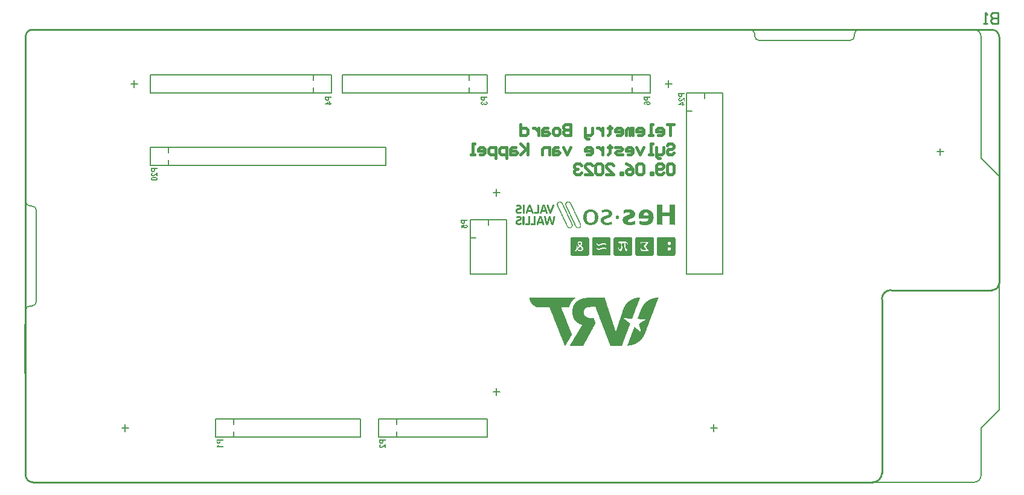
<source format=gbo>
G04*
G04 #@! TF.GenerationSoftware,Altium Limited,Altium Designer,22.0.2 (36)*
G04*
G04 Layer_Color=32896*
%FSLAX44Y44*%
%MOMM*%
G71*
G04*
G04 #@! TF.SameCoordinates,2F7B36FA-1CAB-4409-8D5E-7B144DD93BD5*
G04*
G04*
G04 #@! TF.FilePolarity,Positive*
G04*
G01*
G75*
%ADD10C,0.1500*%
%ADD12C,0.2540*%
%ADD55C,0.4000*%
G36*
X740406Y389279D02*
X740711D01*
Y389127D01*
X740863D01*
Y388975D01*
X741015D01*
Y388823D01*
X741167D01*
Y388367D01*
X741319D01*
Y387910D01*
X741167D01*
Y387454D01*
X741015D01*
Y386998D01*
X740863D01*
Y386694D01*
X740711D01*
Y386238D01*
X740558D01*
Y385781D01*
X740406D01*
Y385477D01*
X740254D01*
Y385021D01*
X740102D01*
Y384717D01*
X739950D01*
Y384261D01*
X739798D01*
Y383957D01*
X739646D01*
Y383500D01*
X739494D01*
Y383196D01*
X739342D01*
Y382740D01*
X739190D01*
Y382436D01*
X739038D01*
Y381980D01*
X738886D01*
Y381524D01*
X738734D01*
Y381219D01*
X738582D01*
Y380763D01*
X738429D01*
Y380459D01*
X738278D01*
Y380003D01*
X738125D01*
Y379699D01*
X737973D01*
Y379242D01*
X737821D01*
Y378938D01*
X737669D01*
Y378482D01*
X737517D01*
Y378178D01*
X737365D01*
Y377722D01*
X737213D01*
Y377418D01*
X737061D01*
Y377113D01*
X736909D01*
Y376961D01*
X736757D01*
Y376809D01*
X736453D01*
Y376657D01*
X735540D01*
Y376809D01*
X735236D01*
Y376961D01*
X735084D01*
Y377113D01*
X734932D01*
Y377266D01*
X734780D01*
Y377570D01*
X734628D01*
Y377874D01*
X734476D01*
Y378330D01*
X734324D01*
Y378634D01*
X734172D01*
Y379090D01*
X734019D01*
Y379547D01*
X733867D01*
Y379851D01*
X733715D01*
Y380307D01*
X733563D01*
Y380611D01*
X733411D01*
Y381067D01*
X733259D01*
Y381371D01*
X733107D01*
Y381828D01*
X732955D01*
Y382132D01*
X732803D01*
Y382588D01*
X732651D01*
Y382892D01*
X732499D01*
Y383348D01*
X732347D01*
Y383805D01*
X732195D01*
Y384109D01*
X732043D01*
Y384565D01*
X731890D01*
Y384869D01*
X731739D01*
Y385325D01*
X731586D01*
Y385629D01*
X731434D01*
Y386086D01*
X731282D01*
Y386390D01*
X731130D01*
Y386846D01*
X730978D01*
Y387150D01*
X730826D01*
Y387606D01*
X730674D01*
Y388671D01*
X730826D01*
Y388823D01*
X730978D01*
Y389127D01*
X731282D01*
Y389279D01*
X731586D01*
Y389431D01*
X732499D01*
Y389279D01*
X732803D01*
Y389127D01*
X732955D01*
Y388975D01*
X733107D01*
Y388671D01*
X733259D01*
Y388367D01*
X733411D01*
Y387910D01*
X733563D01*
Y387454D01*
X733715D01*
Y387150D01*
X733867D01*
Y386694D01*
X734019D01*
Y386238D01*
X734172D01*
Y385781D01*
X734324D01*
Y385477D01*
X734476D01*
Y385021D01*
X734628D01*
Y384565D01*
X734780D01*
Y384261D01*
X734932D01*
Y383805D01*
X735084D01*
Y383348D01*
X735236D01*
Y383044D01*
X735388D01*
Y382588D01*
X735540D01*
Y382132D01*
X735692D01*
Y381828D01*
X735844D01*
Y381371D01*
X735996D01*
Y381524D01*
X736149D01*
Y381980D01*
X736301D01*
Y382436D01*
X736453D01*
Y382740D01*
X736605D01*
Y383196D01*
X736757D01*
Y383652D01*
X736909D01*
Y383957D01*
X737061D01*
Y384413D01*
X737213D01*
Y384869D01*
X737365D01*
Y385173D01*
X737517D01*
Y385629D01*
X737669D01*
Y386086D01*
X737821D01*
Y386390D01*
X737973D01*
Y386846D01*
X738125D01*
Y387302D01*
X738278D01*
Y387758D01*
X738429D01*
Y388063D01*
X738582D01*
Y388519D01*
X738734D01*
Y388823D01*
X738886D01*
Y388975D01*
X739038D01*
Y389127D01*
X739190D01*
Y389279D01*
X739494D01*
Y389431D01*
X740406D01*
Y389279D01*
D02*
G37*
G36*
X906467D02*
X910877D01*
Y385933D01*
X910725D01*
Y381980D01*
X910573D01*
Y373160D01*
X910421D01*
Y368597D01*
X910573D01*
Y361602D01*
X910725D01*
Y361298D01*
X910573D01*
Y361146D01*
X910421D01*
Y360994D01*
X909660D01*
Y361146D01*
X902817D01*
Y361298D01*
X902665D01*
Y363427D01*
X902817D01*
Y367533D01*
X902969D01*
Y373616D01*
X892781D01*
Y364188D01*
X892933D01*
Y361146D01*
X892781D01*
Y360994D01*
X891868D01*
Y361146D01*
X885025D01*
Y361298D01*
X884873D01*
Y362515D01*
X885025D01*
Y366164D01*
X885177D01*
Y371335D01*
X885329D01*
Y389279D01*
X885481D01*
Y389431D01*
X888827D01*
Y389279D01*
X893085D01*
Y389127D01*
X893237D01*
Y388215D01*
X893085D01*
Y385477D01*
X892933D01*
Y378786D01*
X893693D01*
Y378634D01*
X902969D01*
Y388975D01*
X902817D01*
Y389127D01*
X902969D01*
Y389431D01*
X906467D01*
Y389279D01*
D02*
G37*
G36*
X719117D02*
X719421D01*
Y389127D01*
X719573D01*
Y388975D01*
X719725D01*
Y388671D01*
X719877D01*
Y377570D01*
X719725D01*
Y377266D01*
X719573D01*
Y377113D01*
X719421D01*
Y376961D01*
X719117D01*
Y376809D01*
X713490D01*
Y376961D01*
X713338D01*
Y377113D01*
X713186D01*
Y377266D01*
X713034D01*
Y377418D01*
X712882D01*
Y378634D01*
X713034D01*
Y378786D01*
X713186D01*
Y378938D01*
X713338D01*
Y379090D01*
X713642D01*
Y379242D01*
X717292D01*
Y388671D01*
X717444D01*
Y388975D01*
X717596D01*
Y389127D01*
X717748D01*
Y389279D01*
X718052D01*
Y389431D01*
X719117D01*
Y389279D01*
D02*
G37*
G36*
X699195D02*
X699500D01*
Y389127D01*
X699652D01*
Y388975D01*
X699804D01*
Y388671D01*
X699956D01*
Y377418D01*
X699804D01*
Y377113D01*
X699652D01*
Y376961D01*
X699500D01*
Y376809D01*
X699195D01*
Y376657D01*
X698283D01*
Y376809D01*
X697979D01*
Y376961D01*
X697675D01*
Y377113D01*
X697523D01*
Y377418D01*
X697371D01*
Y388671D01*
X697523D01*
Y388975D01*
X697675D01*
Y389127D01*
X697827D01*
Y389279D01*
X698131D01*
Y389431D01*
X699195D01*
Y389279D01*
D02*
G37*
G36*
X727176D02*
X727480D01*
Y389127D01*
X727633D01*
Y388975D01*
X727937D01*
Y388671D01*
X728089D01*
Y388519D01*
X728241D01*
Y388215D01*
X728393D01*
Y387910D01*
X728545D01*
Y387454D01*
X728697D01*
Y387150D01*
X728849D01*
Y386694D01*
X729001D01*
Y386238D01*
X729153D01*
Y385933D01*
X729305D01*
Y385477D01*
X729457D01*
Y385021D01*
X729610D01*
Y384717D01*
X729762D01*
Y384261D01*
X729914D01*
Y383805D01*
X730066D01*
Y383348D01*
X730218D01*
Y383044D01*
X730370D01*
Y382588D01*
X730522D01*
Y382132D01*
X730674D01*
Y381828D01*
X730826D01*
Y381371D01*
X730978D01*
Y380915D01*
X731130D01*
Y380459D01*
X731282D01*
Y380155D01*
X731434D01*
Y379699D01*
X731586D01*
Y379242D01*
X731739D01*
Y378938D01*
X731890D01*
Y378482D01*
X732043D01*
Y377266D01*
X731890D01*
Y376961D01*
X731739D01*
Y376809D01*
X731434D01*
Y376657D01*
X730978D01*
Y376505D01*
X730522D01*
Y376657D01*
X730066D01*
Y376809D01*
X729914D01*
Y376961D01*
X729762D01*
Y377113D01*
X729610D01*
Y377570D01*
X729457D01*
Y378026D01*
X729305D01*
Y378482D01*
X729153D01*
Y378938D01*
X729001D01*
Y379090D01*
X724135D01*
Y378938D01*
X723983D01*
Y378482D01*
X723831D01*
Y378026D01*
X723679D01*
Y377570D01*
X723527D01*
Y377266D01*
X723375D01*
Y376961D01*
X723223D01*
Y376809D01*
X723071D01*
Y376657D01*
X722614D01*
Y376505D01*
X722006D01*
Y376657D01*
X721702D01*
Y376809D01*
X721398D01*
Y376961D01*
X721246D01*
Y377266D01*
X721094D01*
Y378330D01*
X721246D01*
Y378786D01*
X721398D01*
Y379090D01*
X721550D01*
Y379547D01*
X721702D01*
Y380003D01*
X721854D01*
Y380459D01*
X722006D01*
Y380763D01*
X722158D01*
Y381219D01*
X722310D01*
Y381675D01*
X722462D01*
Y382132D01*
X722614D01*
Y382588D01*
X722766D01*
Y382892D01*
X722918D01*
Y383348D01*
X723071D01*
Y383805D01*
X723223D01*
Y384261D01*
X723375D01*
Y384565D01*
X723527D01*
Y385021D01*
X723679D01*
Y385477D01*
X723831D01*
Y385933D01*
X723983D01*
Y386390D01*
X724135D01*
Y386694D01*
X724287D01*
Y387150D01*
X724439D01*
Y387606D01*
X724591D01*
Y388063D01*
X724743D01*
Y388367D01*
X724895D01*
Y388671D01*
X725047D01*
Y388823D01*
X725199D01*
Y388975D01*
X725351D01*
Y389127D01*
X725656D01*
Y389279D01*
X725960D01*
Y389431D01*
X727176D01*
Y389279D01*
D02*
G37*
G36*
X707255D02*
X707559D01*
Y389127D01*
X707863D01*
Y388975D01*
X708016D01*
Y388823D01*
X708168D01*
Y388671D01*
X708320D01*
Y388367D01*
X708472D01*
Y388063D01*
X708624D01*
Y387606D01*
X708776D01*
Y387302D01*
X708928D01*
Y386846D01*
X709080D01*
Y386390D01*
X709232D01*
Y385933D01*
X709384D01*
Y385629D01*
X709536D01*
Y385173D01*
X709688D01*
Y384717D01*
X709840D01*
Y384413D01*
X709992D01*
Y383957D01*
X710145D01*
Y383500D01*
X710297D01*
Y383196D01*
X710449D01*
Y382740D01*
X710601D01*
Y382284D01*
X710753D01*
Y381828D01*
X710905D01*
Y381524D01*
X711057D01*
Y381067D01*
X711209D01*
Y380611D01*
X711361D01*
Y380307D01*
X711513D01*
Y379851D01*
X711665D01*
Y379394D01*
X711817D01*
Y378938D01*
X711969D01*
Y378634D01*
X712121D01*
Y378178D01*
X712273D01*
Y377418D01*
X712121D01*
Y377113D01*
X711969D01*
Y376961D01*
X711817D01*
Y376809D01*
X711665D01*
Y376657D01*
X711209D01*
Y376505D01*
X710601D01*
Y376657D01*
X710297D01*
Y376809D01*
X709992D01*
Y376961D01*
X709840D01*
Y377266D01*
X709688D01*
Y377722D01*
X709536D01*
Y378178D01*
X709384D01*
Y378634D01*
X709232D01*
Y379090D01*
X704214D01*
Y378786D01*
X704062D01*
Y378330D01*
X703910D01*
Y377874D01*
X703757D01*
Y377418D01*
X703605D01*
Y377113D01*
X703453D01*
Y376961D01*
X703301D01*
Y376809D01*
X703149D01*
Y376657D01*
X702693D01*
Y376505D01*
X702237D01*
Y376657D01*
X701781D01*
Y376809D01*
X701629D01*
Y376961D01*
X701477D01*
Y377113D01*
X701324D01*
Y377418D01*
X701172D01*
Y378178D01*
X701324D01*
Y378634D01*
X701477D01*
Y378938D01*
X701629D01*
Y379394D01*
X701781D01*
Y379851D01*
X701933D01*
Y380307D01*
X702085D01*
Y380763D01*
X702237D01*
Y381067D01*
X702389D01*
Y381524D01*
X702541D01*
Y381980D01*
X702693D01*
Y382436D01*
X702845D01*
Y382740D01*
X702997D01*
Y383196D01*
X703149D01*
Y383652D01*
X703301D01*
Y384109D01*
X703453D01*
Y384565D01*
X703605D01*
Y384869D01*
X703757D01*
Y385325D01*
X703910D01*
Y385781D01*
X704062D01*
Y386238D01*
X704214D01*
Y386542D01*
X704366D01*
Y386998D01*
X704518D01*
Y387454D01*
X704670D01*
Y387910D01*
X704822D01*
Y388215D01*
X704974D01*
Y388519D01*
X705126D01*
Y388671D01*
X705278D01*
Y388975D01*
X705582D01*
Y389127D01*
X705734D01*
Y389279D01*
X706039D01*
Y389431D01*
X707255D01*
Y389279D01*
D02*
G37*
G36*
X692200D02*
X692809D01*
Y389127D01*
X693265D01*
Y388975D01*
X693569D01*
Y388823D01*
X693873D01*
Y388671D01*
X694025D01*
Y388519D01*
X694177D01*
Y388367D01*
X694481D01*
Y388215D01*
X694633D01*
Y388063D01*
X694785D01*
Y387758D01*
X694938D01*
Y387606D01*
X695090D01*
Y387302D01*
X695242D01*
Y386998D01*
X695394D01*
Y386542D01*
X695546D01*
Y385781D01*
X695698D01*
Y385173D01*
X695546D01*
Y384413D01*
X695394D01*
Y383957D01*
X695242D01*
Y383805D01*
X695090D01*
Y383500D01*
X694938D01*
Y383348D01*
X694785D01*
Y383196D01*
X694633D01*
Y383044D01*
X694329D01*
Y382892D01*
X694177D01*
Y382740D01*
X693873D01*
Y382588D01*
X693417D01*
Y382436D01*
X693113D01*
Y382284D01*
X692656D01*
Y382132D01*
X692048D01*
Y381980D01*
X691592D01*
Y381828D01*
X691136D01*
Y381675D01*
X690679D01*
Y381524D01*
X690375D01*
Y381371D01*
X690223D01*
Y381219D01*
X689919D01*
Y380915D01*
X689767D01*
Y380003D01*
X689919D01*
Y379699D01*
X690071D01*
Y379547D01*
X690223D01*
Y379394D01*
X690375D01*
Y379242D01*
X690679D01*
Y379090D01*
X691440D01*
Y378938D01*
X691592D01*
Y379090D01*
X692504D01*
Y379242D01*
X692961D01*
Y379394D01*
X693417D01*
Y379547D01*
X694025D01*
Y379699D01*
X694938D01*
Y379547D01*
X695242D01*
Y379394D01*
X695394D01*
Y379242D01*
X695546D01*
Y378938D01*
X695698D01*
Y378026D01*
X695546D01*
Y377722D01*
X695394D01*
Y377570D01*
X695242D01*
Y377418D01*
X695090D01*
Y377266D01*
X694938D01*
Y377113D01*
X694633D01*
Y376961D01*
X694177D01*
Y376809D01*
X693721D01*
Y376657D01*
X692961D01*
Y376505D01*
X690223D01*
Y376657D01*
X689615D01*
Y376809D01*
X689311D01*
Y376961D01*
X689007D01*
Y377113D01*
X688703D01*
Y377266D01*
X688550D01*
Y377418D01*
X688246D01*
Y377570D01*
X688094D01*
Y377722D01*
X687942D01*
Y377874D01*
X687790D01*
Y378026D01*
X687638D01*
Y378330D01*
X687486D01*
Y378482D01*
X687334D01*
Y378786D01*
X687182D01*
Y379242D01*
X687030D01*
Y379699D01*
X686878D01*
Y381371D01*
X687030D01*
Y381980D01*
X687182D01*
Y382284D01*
X687334D01*
Y382588D01*
X687486D01*
Y382740D01*
X687638D01*
Y382892D01*
X687790D01*
Y383044D01*
X687942D01*
Y383196D01*
X688094D01*
Y383348D01*
X688246D01*
Y383500D01*
X688550D01*
Y383652D01*
X688703D01*
Y383805D01*
X689007D01*
Y383957D01*
X689463D01*
Y384109D01*
X689767D01*
Y384261D01*
X690223D01*
Y384413D01*
X690832D01*
Y384565D01*
X691288D01*
Y384717D01*
X691744D01*
Y384869D01*
X692048D01*
Y385021D01*
X692352D01*
Y385173D01*
X692504D01*
Y385325D01*
X692656D01*
Y385477D01*
X692809D01*
Y386086D01*
X692656D01*
Y386390D01*
X692504D01*
Y386542D01*
X692352D01*
Y386694D01*
X692048D01*
Y386846D01*
X690375D01*
Y386694D01*
X689919D01*
Y386542D01*
X689615D01*
Y386390D01*
X688550D01*
Y386542D01*
X688246D01*
Y386694D01*
X688094D01*
Y386846D01*
X687942D01*
Y387150D01*
X687790D01*
Y388063D01*
X687942D01*
Y388367D01*
X688094D01*
Y388519D01*
X688246D01*
Y388671D01*
X688399D01*
Y388823D01*
X688703D01*
Y388975D01*
X689007D01*
Y389127D01*
X689463D01*
Y389279D01*
X690223D01*
Y389431D01*
X692200D01*
Y389279D01*
D02*
G37*
G36*
X830280Y374072D02*
X830736D01*
Y373920D01*
X831040D01*
Y373768D01*
X831344D01*
Y373616D01*
X831497D01*
Y373464D01*
X831648D01*
Y373312D01*
X831801D01*
Y373160D01*
X831953D01*
Y372855D01*
X832105D01*
Y372399D01*
X832257D01*
Y370879D01*
X832105D01*
Y370574D01*
X831953D01*
Y370270D01*
X831801D01*
Y370118D01*
X831648D01*
Y369966D01*
X831497D01*
Y369814D01*
X831344D01*
Y369662D01*
X831192D01*
Y369510D01*
X830888D01*
Y369358D01*
X830584D01*
Y369206D01*
X828911D01*
Y369358D01*
X828607D01*
Y369510D01*
X828303D01*
Y369662D01*
X828151D01*
Y369814D01*
X827999D01*
Y369966D01*
X827847D01*
Y370118D01*
X827695D01*
Y370422D01*
X827543D01*
Y370727D01*
X827391D01*
Y371183D01*
X827238D01*
Y372247D01*
X827391D01*
Y372703D01*
X827543D01*
Y373008D01*
X827695D01*
Y373160D01*
X827847D01*
Y373312D01*
X827999D01*
Y373464D01*
X828151D01*
Y373616D01*
X828303D01*
Y373768D01*
X828455D01*
Y373920D01*
X828759D01*
Y374072D01*
X829215D01*
Y374224D01*
X830280D01*
Y374072D01*
D02*
G37*
G36*
X871491Y382588D02*
X872403D01*
Y382436D01*
X873012D01*
Y382284D01*
X873468D01*
Y382132D01*
X873924D01*
Y381980D01*
X874380D01*
Y381828D01*
X874684D01*
Y381675D01*
X874988D01*
Y381524D01*
X875293D01*
Y381371D01*
X875597D01*
Y381219D01*
X875901D01*
Y381067D01*
X876053D01*
Y380915D01*
X876357D01*
Y380763D01*
X876509D01*
Y380611D01*
X876813D01*
Y380459D01*
X876965D01*
Y380307D01*
X877117D01*
Y380155D01*
X877270D01*
Y380003D01*
X877422D01*
Y379851D01*
X877574D01*
Y379699D01*
X877726D01*
Y379547D01*
X877878D01*
Y379394D01*
X878030D01*
Y379242D01*
X878182D01*
Y379090D01*
X878334D01*
Y378786D01*
X878486D01*
Y378634D01*
X878638D01*
Y378482D01*
X878790D01*
Y378178D01*
X878942D01*
Y378026D01*
X879094D01*
Y377722D01*
X879247D01*
Y377418D01*
X879398D01*
Y377113D01*
X879551D01*
Y376809D01*
X879703D01*
Y376353D01*
X879855D01*
Y375897D01*
X880007D01*
Y375441D01*
X880159D01*
Y374832D01*
X880311D01*
Y374072D01*
X880463D01*
Y372399D01*
X880615D01*
Y371031D01*
X880463D01*
Y369510D01*
X880311D01*
Y368750D01*
X880159D01*
Y367989D01*
X880007D01*
Y367533D01*
X879855D01*
Y367077D01*
X879703D01*
Y366773D01*
X879551D01*
Y366469D01*
X879398D01*
Y366164D01*
X879247D01*
Y365860D01*
X879094D01*
Y365556D01*
X878942D01*
Y365252D01*
X878790D01*
Y365100D01*
X878638D01*
Y364796D01*
X878486D01*
Y364644D01*
X878334D01*
Y364492D01*
X878182D01*
Y364340D01*
X878030D01*
Y364188D01*
X877878D01*
Y364035D01*
X877726D01*
Y363731D01*
X877574D01*
Y363579D01*
X877270D01*
Y363427D01*
X877117D01*
Y363275D01*
X876965D01*
Y363123D01*
X876813D01*
Y362971D01*
X876509D01*
Y362819D01*
X876357D01*
Y362667D01*
X876205D01*
Y362515D01*
X875901D01*
Y362363D01*
X875597D01*
Y362211D01*
X875293D01*
Y362058D01*
X874988D01*
Y361906D01*
X874684D01*
Y361754D01*
X874380D01*
Y361602D01*
X873924D01*
Y361450D01*
X873468D01*
Y361298D01*
X872859D01*
Y361146D01*
X872251D01*
Y360994D01*
X871491D01*
Y360842D01*
X870274D01*
Y360690D01*
X866168D01*
Y360842D01*
X864952D01*
Y360994D01*
X864192D01*
Y361146D01*
X863583D01*
Y361298D01*
X863127D01*
Y361450D01*
X862671D01*
Y361602D01*
X862215D01*
Y361754D01*
X861758D01*
Y361906D01*
X861302D01*
Y362058D01*
X860998D01*
Y362211D01*
X860846D01*
Y362363D01*
X860694D01*
Y364035D01*
X860542D01*
Y364492D01*
Y364644D01*
Y366316D01*
X860390D01*
Y366925D01*
X860542D01*
Y367077D01*
X860846D01*
Y366925D01*
X861150D01*
Y366773D01*
X861454D01*
Y366621D01*
X861910D01*
Y366469D01*
X862215D01*
Y366316D01*
X862519D01*
Y366164D01*
X862975D01*
Y366012D01*
X863431D01*
Y365860D01*
X863887D01*
Y365708D01*
X864648D01*
Y365556D01*
X865560D01*
Y365404D01*
X868906D01*
Y365556D01*
X869666D01*
Y365708D01*
X870122D01*
Y365860D01*
X870579D01*
Y366012D01*
X870883D01*
Y366164D01*
X871187D01*
Y366316D01*
X871491D01*
Y366469D01*
X871643D01*
Y366621D01*
X871795D01*
Y366773D01*
X871947D01*
Y366925D01*
X872099D01*
Y367077D01*
X872251D01*
Y367229D01*
X872403D01*
Y367381D01*
X872555D01*
Y367533D01*
X872707D01*
Y367837D01*
X872859D01*
Y367989D01*
X873012D01*
Y368293D01*
X873164D01*
Y368750D01*
X873316D01*
Y369206D01*
X873468D01*
Y369966D01*
X869514D01*
Y370118D01*
X860998D01*
Y370270D01*
X859781D01*
Y370422D01*
X859629D01*
Y372855D01*
X859781D01*
Y374376D01*
X859934D01*
Y375289D01*
X860086D01*
Y375897D01*
X860238D01*
Y376505D01*
X860390D01*
Y376961D01*
X860542D01*
Y377266D01*
X860694D01*
Y377722D01*
X860846D01*
Y378026D01*
X860998D01*
Y378330D01*
X861150D01*
Y378634D01*
X861302D01*
Y378786D01*
X861454D01*
Y379090D01*
X861606D01*
Y379242D01*
X861758D01*
Y379547D01*
X861910D01*
Y379699D01*
X862063D01*
Y379851D01*
X862215D01*
Y380003D01*
X862367D01*
Y380307D01*
X862519D01*
Y380459D01*
X862671D01*
Y380611D01*
X862975D01*
Y380763D01*
X863127D01*
Y380915D01*
X863279D01*
Y381067D01*
X863431D01*
Y381219D01*
X863735D01*
Y381371D01*
X863887D01*
Y381524D01*
X864192D01*
Y381675D01*
X864496D01*
Y381828D01*
X864800D01*
Y381980D01*
X865256D01*
Y382132D01*
X865712D01*
Y382284D01*
X866168D01*
Y382436D01*
X866777D01*
Y382588D01*
X867689D01*
Y382740D01*
X871491D01*
Y382588D01*
D02*
G37*
G36*
X741927Y373312D02*
X742231D01*
Y373160D01*
X742383D01*
Y373008D01*
X742535D01*
Y372703D01*
X742688D01*
Y371639D01*
X742535D01*
Y370879D01*
X742383D01*
Y370270D01*
X742231D01*
Y369662D01*
X742079D01*
Y368902D01*
X741927D01*
Y368293D01*
X741775D01*
Y367685D01*
X741623D01*
Y367077D01*
X741471D01*
Y366316D01*
X741319D01*
Y365708D01*
X741167D01*
Y365100D01*
X741015D01*
Y364340D01*
X740863D01*
Y363731D01*
X740711D01*
Y363123D01*
X740558D01*
Y362515D01*
X740406D01*
Y361906D01*
X740254D01*
Y361450D01*
X740102D01*
Y361298D01*
X739950D01*
Y361146D01*
X739798D01*
Y360994D01*
X739646D01*
Y360842D01*
X739190D01*
Y360690D01*
X738125D01*
Y360842D01*
X737669D01*
Y360994D01*
X737517D01*
Y361146D01*
X737365D01*
Y361298D01*
X737213D01*
Y361450D01*
X737061D01*
Y361754D01*
X736909D01*
Y362211D01*
X736757D01*
Y362667D01*
X736605D01*
Y363123D01*
X736453D01*
Y363731D01*
X736301D01*
Y364188D01*
X736149D01*
Y364644D01*
X735996D01*
Y365252D01*
X735844D01*
Y365708D01*
X735692D01*
Y366164D01*
X735540D01*
Y366773D01*
X735388D01*
Y367229D01*
X735236D01*
Y367685D01*
X735084D01*
Y368293D01*
X734932D01*
Y368750D01*
X734780D01*
Y368445D01*
X734628D01*
Y367837D01*
X734476D01*
Y367381D01*
X734324D01*
Y366925D01*
X734172D01*
Y366316D01*
X734019D01*
Y365860D01*
X733867D01*
Y365404D01*
X733715D01*
Y364796D01*
X733563D01*
Y364340D01*
X733411D01*
Y363883D01*
X733259D01*
Y363275D01*
X733107D01*
Y362819D01*
X732955D01*
Y362363D01*
X732803D01*
Y361906D01*
X732651D01*
Y361602D01*
X732499D01*
Y361298D01*
X732347D01*
Y361146D01*
X732195D01*
Y360994D01*
X731890D01*
Y360842D01*
X731586D01*
Y360690D01*
X730370D01*
Y360842D01*
X730066D01*
Y360994D01*
X729914D01*
Y361146D01*
X729762D01*
Y361298D01*
X729610D01*
Y361450D01*
X729457D01*
Y361754D01*
X729305D01*
Y362211D01*
X729153D01*
Y362819D01*
X729001D01*
Y363427D01*
X728849D01*
Y364188D01*
X728697D01*
Y364796D01*
X728545D01*
Y365404D01*
X728393D01*
Y366164D01*
X728241D01*
Y366773D01*
X728089D01*
Y367381D01*
X727937D01*
Y368141D01*
X727785D01*
Y368750D01*
X727633D01*
Y369358D01*
X727480D01*
Y370118D01*
X727328D01*
Y370727D01*
X727176D01*
Y371335D01*
X727024D01*
Y372855D01*
X727176D01*
Y373008D01*
X727328D01*
Y373160D01*
X727480D01*
Y373312D01*
X727785D01*
Y373464D01*
X728697D01*
Y373312D01*
X729001D01*
Y373160D01*
X729153D01*
Y373008D01*
X729305D01*
Y372855D01*
X729457D01*
Y372551D01*
X729610D01*
Y371943D01*
X729762D01*
Y371183D01*
X729914D01*
Y370422D01*
X730066D01*
Y369662D01*
X730218D01*
Y368902D01*
X730370D01*
Y368141D01*
X730522D01*
Y367381D01*
X730674D01*
Y366621D01*
X730826D01*
Y365860D01*
X730978D01*
Y365100D01*
X731130D01*
Y364948D01*
X731282D01*
Y365404D01*
X731434D01*
Y365860D01*
X731586D01*
Y366469D01*
X731739D01*
Y366925D01*
X731890D01*
Y367381D01*
X732043D01*
Y367989D01*
X732195D01*
Y368445D01*
X732347D01*
Y368902D01*
X732499D01*
Y369510D01*
X732651D01*
Y369966D01*
X732803D01*
Y370574D01*
X732955D01*
Y371031D01*
X733107D01*
Y371487D01*
X733259D01*
Y372095D01*
X733411D01*
Y372551D01*
X733563D01*
Y372855D01*
X733715D01*
Y373008D01*
X733867D01*
Y373160D01*
X734019D01*
Y373312D01*
X734324D01*
Y373464D01*
X735236D01*
Y373312D01*
X735540D01*
Y373160D01*
X735844D01*
Y373008D01*
X735996D01*
Y372703D01*
X736149D01*
Y372399D01*
X736301D01*
Y371943D01*
X736453D01*
Y371335D01*
X736605D01*
Y370879D01*
X736757D01*
Y370270D01*
X736909D01*
Y369814D01*
X737061D01*
Y369358D01*
X737213D01*
Y368750D01*
X737365D01*
Y368293D01*
X737517D01*
Y367837D01*
X737669D01*
Y367229D01*
X737821D01*
Y366773D01*
X737973D01*
Y366164D01*
X738125D01*
Y365708D01*
X738278D01*
Y365252D01*
X738429D01*
Y364796D01*
X738582D01*
Y365404D01*
X738734D01*
Y366164D01*
X738886D01*
Y366925D01*
X739038D01*
Y367685D01*
X739190D01*
Y368293D01*
X739342D01*
Y369054D01*
X739494D01*
Y369814D01*
X739646D01*
Y370574D01*
X739798D01*
Y371335D01*
X739950D01*
Y372095D01*
X740102D01*
Y372703D01*
X740254D01*
Y373008D01*
X740406D01*
Y373160D01*
X740558D01*
Y373312D01*
X740863D01*
Y373464D01*
X741927D01*
Y373312D01*
D02*
G37*
G36*
X815225Y382436D02*
X816441D01*
Y382284D01*
X817202D01*
Y382132D01*
X817658D01*
Y381980D01*
X818114D01*
Y381828D01*
X818570D01*
Y381675D01*
X818875D01*
Y381524D01*
X819179D01*
Y381371D01*
X819483D01*
Y381219D01*
X819787D01*
Y381067D01*
X819939D01*
Y380915D01*
X820243D01*
Y380763D01*
X820395D01*
Y380611D01*
X820547D01*
Y380459D01*
X820699D01*
Y380307D01*
X820852D01*
Y380155D01*
X821004D01*
Y380003D01*
X821156D01*
Y379851D01*
X821308D01*
Y379699D01*
X821460D01*
Y379547D01*
X821612D01*
Y379242D01*
X821764D01*
Y378938D01*
X821916D01*
Y378634D01*
X822068D01*
Y378330D01*
X822220D01*
Y377722D01*
X822372D01*
Y375136D01*
X822220D01*
Y374680D01*
X822068D01*
Y374224D01*
X821916D01*
Y373920D01*
X821764D01*
Y373616D01*
X821612D01*
Y373464D01*
X821460D01*
Y373160D01*
X821308D01*
Y373008D01*
X821156D01*
Y372855D01*
X821004D01*
Y372703D01*
X820852D01*
Y372551D01*
X820699D01*
Y372399D01*
X820547D01*
Y372247D01*
X820243D01*
Y372095D01*
X820091D01*
Y371943D01*
X819787D01*
Y371791D01*
X819635D01*
Y371639D01*
X819331D01*
Y371487D01*
X819027D01*
Y371335D01*
X818723D01*
Y371183D01*
X818266D01*
Y371031D01*
X817810D01*
Y370879D01*
X817354D01*
Y370727D01*
X816898D01*
Y370574D01*
X816441D01*
Y370422D01*
X815985D01*
Y370270D01*
X815529D01*
Y370118D01*
X815073D01*
Y369966D01*
X814465D01*
Y369814D01*
X814160D01*
Y369662D01*
X813704D01*
Y369510D01*
X813248D01*
Y369358D01*
X812944D01*
Y369206D01*
X812640D01*
Y369054D01*
X812336D01*
Y368902D01*
X812184D01*
Y368750D01*
X811879D01*
Y368597D01*
X811727D01*
Y368445D01*
X811575D01*
Y368141D01*
X811423D01*
Y367989D01*
X811271D01*
Y367533D01*
X811119D01*
Y366469D01*
X811271D01*
Y366012D01*
X811423D01*
Y365708D01*
X811575D01*
Y365556D01*
X811727D01*
Y365404D01*
X811879D01*
Y365252D01*
X812031D01*
Y365100D01*
X812184D01*
Y364948D01*
X812336D01*
Y364796D01*
X812640D01*
Y364644D01*
X812944D01*
Y364492D01*
X813248D01*
Y364340D01*
X813704D01*
Y364188D01*
X814313D01*
Y364035D01*
X817354D01*
Y364188D01*
X818114D01*
Y364340D01*
X818723D01*
Y364492D01*
X819179D01*
Y364644D01*
X819483D01*
Y364796D01*
X819787D01*
Y364948D01*
X820243D01*
Y365100D01*
X820395D01*
Y365252D01*
X820699D01*
Y365404D01*
X821004D01*
Y365556D01*
X821156D01*
Y365708D01*
X821460D01*
Y365860D01*
X821916D01*
Y365708D01*
X822068D01*
Y363579D01*
X822220D01*
Y362211D01*
X822068D01*
Y362058D01*
X821764D01*
Y361906D01*
X821460D01*
Y361754D01*
X821004D01*
Y361602D01*
X820547D01*
Y361450D01*
X819939D01*
Y361298D01*
X819331D01*
Y361146D01*
X818570D01*
Y360994D01*
X817354D01*
Y360842D01*
X813856D01*
Y360994D01*
X812792D01*
Y361146D01*
X812031D01*
Y361298D01*
X811423D01*
Y361450D01*
X810967D01*
Y361602D01*
X810663D01*
Y361754D01*
X810359D01*
Y361906D01*
X810055D01*
Y362058D01*
X809750D01*
Y362211D01*
X809446D01*
Y362363D01*
X809294D01*
Y362515D01*
X808990D01*
Y362667D01*
X808838D01*
Y362819D01*
X808686D01*
Y362971D01*
X808534D01*
Y363123D01*
X808230D01*
Y363275D01*
X808078D01*
Y363427D01*
X807926D01*
Y363731D01*
X807774D01*
Y363883D01*
X807621D01*
Y364035D01*
X807469D01*
Y364340D01*
X807317D01*
Y364492D01*
X807165D01*
Y364796D01*
X807013D01*
Y365100D01*
X806861D01*
Y365556D01*
X806709D01*
Y366012D01*
X806557D01*
Y366925D01*
X806405D01*
Y367989D01*
X806557D01*
Y368902D01*
X806709D01*
Y369358D01*
X806861D01*
Y369814D01*
X807013D01*
Y370118D01*
X807165D01*
Y370422D01*
X807317D01*
Y370574D01*
X807469D01*
Y370879D01*
X807621D01*
Y371031D01*
X807774D01*
Y371183D01*
X807926D01*
Y371335D01*
X808078D01*
Y371487D01*
X808230D01*
Y371639D01*
X808382D01*
Y371791D01*
X808686D01*
Y371943D01*
X808838D01*
Y372095D01*
X808990D01*
Y372247D01*
X809294D01*
Y372399D01*
X809598D01*
Y372551D01*
X809902D01*
Y372703D01*
X810207D01*
Y372855D01*
X810511D01*
Y373008D01*
X810967D01*
Y373160D01*
X811423D01*
Y373312D01*
X811879D01*
Y373464D01*
X812336D01*
Y373616D01*
X812792D01*
Y373768D01*
X813400D01*
Y373920D01*
X813856D01*
Y374072D01*
X814465D01*
Y374224D01*
X814921D01*
Y374376D01*
X815377D01*
Y374528D01*
X815833D01*
Y374680D01*
X816137D01*
Y374832D01*
X816441D01*
Y374985D01*
X816746D01*
Y375136D01*
X817050D01*
Y375289D01*
X817202D01*
Y375441D01*
X817354D01*
Y375593D01*
X817506D01*
Y375745D01*
X817658D01*
Y376049D01*
X817810D01*
Y376657D01*
X817962D01*
Y376961D01*
X817810D01*
Y377722D01*
X817658D01*
Y377874D01*
X817506D01*
Y378178D01*
X817354D01*
Y378330D01*
X817202D01*
Y378482D01*
X817050D01*
Y378634D01*
X816746D01*
Y378786D01*
X816594D01*
Y378938D01*
X816289D01*
Y379090D01*
X815833D01*
Y379242D01*
X815225D01*
Y379394D01*
X812031D01*
Y379242D01*
X811271D01*
Y379090D01*
X810663D01*
Y378938D01*
X810359D01*
Y378786D01*
X809902D01*
Y378634D01*
X809598D01*
Y378482D01*
X809294D01*
Y378330D01*
X808990D01*
Y378178D01*
X808686D01*
Y378026D01*
X808382D01*
Y377874D01*
X808078D01*
Y378026D01*
X807926D01*
Y378482D01*
X807774D01*
Y380003D01*
X807621D01*
Y381371D01*
X807774D01*
Y381524D01*
X808230D01*
Y381675D01*
X808534D01*
Y381828D01*
X809142D01*
Y381980D01*
X809598D01*
Y382132D01*
X810359D01*
Y382284D01*
X811119D01*
Y382436D01*
X812336D01*
Y382588D01*
X815225D01*
Y382436D01*
D02*
G37*
G36*
X793479D02*
X794696D01*
Y382284D01*
X795304D01*
Y382132D01*
X795912D01*
Y381980D01*
X796368D01*
Y381828D01*
X796824D01*
Y381675D01*
X797281D01*
Y381524D01*
X797585D01*
Y381371D01*
X797889D01*
Y381219D01*
X798193D01*
Y381067D01*
X798345D01*
Y380915D01*
X798649D01*
Y380763D01*
X798953D01*
Y380611D01*
X799106D01*
Y380459D01*
X799258D01*
Y380307D01*
X799562D01*
Y380155D01*
X799714D01*
Y380003D01*
X799866D01*
Y379851D01*
X800018D01*
Y379699D01*
X800170D01*
Y379547D01*
X800322D01*
Y379394D01*
X800474D01*
Y379242D01*
X800626D01*
Y379090D01*
X800778D01*
Y378786D01*
X800930D01*
Y378634D01*
X801082D01*
Y378482D01*
X801235D01*
Y378178D01*
X801387D01*
Y377874D01*
X801539D01*
Y377722D01*
X801691D01*
Y377418D01*
X801843D01*
Y377113D01*
X801995D01*
Y376657D01*
X802147D01*
Y376201D01*
X802299D01*
Y375745D01*
X802451D01*
Y375289D01*
X802603D01*
Y374528D01*
X802755D01*
Y373464D01*
X802907D01*
Y369966D01*
X802755D01*
Y368902D01*
X802603D01*
Y368141D01*
X802451D01*
Y367533D01*
X802299D01*
Y367077D01*
X802147D01*
Y366773D01*
X801995D01*
Y366316D01*
X801843D01*
Y366012D01*
X801691D01*
Y365708D01*
X801539D01*
Y365404D01*
X801387D01*
Y365252D01*
X801235D01*
Y364948D01*
X801082D01*
Y364796D01*
X800930D01*
Y364492D01*
X800778D01*
Y364340D01*
X800626D01*
Y364188D01*
X800474D01*
Y364035D01*
X800322D01*
Y363731D01*
X800170D01*
Y363579D01*
X800018D01*
Y363427D01*
X799714D01*
Y363275D01*
X799562D01*
Y363123D01*
X799410D01*
Y362971D01*
X799258D01*
Y362819D01*
X798953D01*
Y362667D01*
X798801D01*
Y362515D01*
X798497D01*
Y362363D01*
X798345D01*
Y362211D01*
X798041D01*
Y362058D01*
X797737D01*
Y361906D01*
X797433D01*
Y361754D01*
X796976D01*
Y361602D01*
X796672D01*
Y361450D01*
X796216D01*
Y361298D01*
X795608D01*
Y361146D01*
X794848D01*
Y360994D01*
X793631D01*
Y360842D01*
X791046D01*
Y360994D01*
X789829D01*
Y361146D01*
X789069D01*
Y361298D01*
X788461D01*
Y361450D01*
X788004D01*
Y361602D01*
X787700D01*
Y361754D01*
X787244D01*
Y361906D01*
X786940D01*
Y362058D01*
X786636D01*
Y362211D01*
X786484D01*
Y362363D01*
X786180D01*
Y362515D01*
X786028D01*
Y362667D01*
X785723D01*
Y362819D01*
X785571D01*
Y362971D01*
X785419D01*
Y363123D01*
X785267D01*
Y363275D01*
X784963D01*
Y363427D01*
X784811D01*
Y363579D01*
X784659D01*
Y363731D01*
X784507D01*
Y364035D01*
X784355D01*
Y364188D01*
X784203D01*
Y364340D01*
X784051D01*
Y364492D01*
X783898D01*
Y364796D01*
X783746D01*
Y364948D01*
X783594D01*
Y365252D01*
X783442D01*
Y365404D01*
X783290D01*
Y365708D01*
X783138D01*
Y366012D01*
X782986D01*
Y366316D01*
X782834D01*
Y366773D01*
X782682D01*
Y367077D01*
X782530D01*
Y367685D01*
X782378D01*
Y368141D01*
X782226D01*
Y368902D01*
X782074D01*
Y370270D01*
X781922D01*
Y373160D01*
X782074D01*
Y374376D01*
X782226D01*
Y375289D01*
X782378D01*
Y375897D01*
X782530D01*
Y376353D01*
X782682D01*
Y376809D01*
X782834D01*
Y377113D01*
X782986D01*
Y377570D01*
X783138D01*
Y377874D01*
X783290D01*
Y378178D01*
X783442D01*
Y378330D01*
X783594D01*
Y378634D01*
X783746D01*
Y378786D01*
X783898D01*
Y379090D01*
X784051D01*
Y379242D01*
X784203D01*
Y379394D01*
X784355D01*
Y379547D01*
X784507D01*
Y379699D01*
X784659D01*
Y379851D01*
X784811D01*
Y380003D01*
X784963D01*
Y380155D01*
X785115D01*
Y380307D01*
X785267D01*
Y380459D01*
X785419D01*
Y380611D01*
X785571D01*
Y380763D01*
X785875D01*
Y380915D01*
X786028D01*
Y381067D01*
X786332D01*
Y381219D01*
X786636D01*
Y381371D01*
X786940D01*
Y381524D01*
X787244D01*
Y381675D01*
X787548D01*
Y381828D01*
X788004D01*
Y381980D01*
X788461D01*
Y382132D01*
X788917D01*
Y382284D01*
X789677D01*
Y382436D01*
X790742D01*
Y382588D01*
X793479D01*
Y382436D01*
D02*
G37*
G36*
X847616Y382588D02*
X848528D01*
Y382436D01*
X849289D01*
Y382284D01*
X849745D01*
Y382132D01*
X850201D01*
Y381980D01*
X850657D01*
Y381828D01*
X850961D01*
Y381675D01*
X851266D01*
Y381524D01*
X851570D01*
Y381371D01*
X851722D01*
Y381219D01*
X852026D01*
Y381067D01*
X852178D01*
Y380915D01*
X852482D01*
Y380763D01*
X852634D01*
Y380611D01*
X852786D01*
Y380459D01*
X852938D01*
Y380307D01*
X853090D01*
Y380155D01*
X853242D01*
Y380003D01*
X853394D01*
Y379699D01*
X853547D01*
Y379547D01*
X853699D01*
Y379394D01*
X853851D01*
Y379090D01*
X854003D01*
Y378786D01*
X854155D01*
Y378482D01*
X854307D01*
Y378178D01*
X854459D01*
Y377570D01*
X854611D01*
Y376809D01*
X854763D01*
Y375441D01*
X854611D01*
Y374528D01*
X854459D01*
Y374072D01*
X854307D01*
Y373616D01*
X854155D01*
Y373312D01*
X854003D01*
Y373008D01*
X853851D01*
Y372855D01*
X853699D01*
Y372551D01*
X853547D01*
Y372399D01*
X853394D01*
Y372247D01*
X853242D01*
Y372095D01*
X853090D01*
Y371943D01*
X852938D01*
Y371791D01*
X852786D01*
Y371639D01*
X852634D01*
Y371487D01*
X852330D01*
Y371335D01*
X852178D01*
Y371183D01*
X852026D01*
Y371031D01*
X851722D01*
Y370879D01*
X851418D01*
Y370727D01*
X851114D01*
Y370574D01*
X850809D01*
Y370422D01*
X850505D01*
Y370270D01*
X850049D01*
Y370118D01*
X849745D01*
Y369966D01*
X849289D01*
Y369814D01*
X848832D01*
Y369662D01*
X848376D01*
Y369510D01*
X847920D01*
Y369358D01*
X847616D01*
Y369206D01*
X847160D01*
Y369054D01*
X846703D01*
Y368902D01*
X846247D01*
Y368750D01*
X845943D01*
Y368597D01*
X845639D01*
Y368445D01*
X845487D01*
Y368293D01*
X845335D01*
Y368141D01*
X845183D01*
Y367989D01*
X845031D01*
Y367837D01*
X844879D01*
Y367685D01*
X844727D01*
Y367229D01*
X844575D01*
Y366469D01*
X844727D01*
Y366164D01*
X844879D01*
Y365860D01*
X845031D01*
Y365708D01*
X845183D01*
Y365556D01*
X845487D01*
Y365404D01*
X845639D01*
Y365252D01*
X845943D01*
Y365100D01*
X846399D01*
Y364948D01*
X847312D01*
Y364796D01*
X848528D01*
Y364948D01*
X849593D01*
Y365100D01*
X850201D01*
Y365252D01*
X850809D01*
Y365404D01*
X851266D01*
Y365556D01*
X851722D01*
Y365708D01*
X852026D01*
Y365860D01*
X852330D01*
Y366012D01*
X852634D01*
Y366164D01*
X852938D01*
Y366316D01*
X853242D01*
Y366469D01*
X853394D01*
Y366621D01*
X853547D01*
Y366773D01*
X853851D01*
Y366925D01*
X854003D01*
Y367077D01*
X854307D01*
Y366925D01*
X854459D01*
Y366316D01*
X854611D01*
Y363883D01*
X854763D01*
Y362211D01*
X854611D01*
Y362058D01*
X854459D01*
Y361906D01*
X854003D01*
Y361754D01*
X853547D01*
Y361602D01*
X853090D01*
Y361450D01*
X852634D01*
Y361298D01*
X852026D01*
Y361146D01*
X851418D01*
Y360994D01*
X850657D01*
Y360842D01*
X849441D01*
Y360690D01*
X845639D01*
Y360842D01*
X844422D01*
Y360994D01*
X843510D01*
Y361146D01*
X842902D01*
Y361298D01*
X842446D01*
Y361450D01*
X841989D01*
Y361602D01*
X841533D01*
Y361754D01*
X841229D01*
Y361906D01*
X840925D01*
Y362058D01*
X840621D01*
Y362211D01*
X840316D01*
Y362363D01*
X840164D01*
Y362515D01*
X839860D01*
Y362667D01*
X839708D01*
Y362819D01*
X839404D01*
Y362971D01*
X839252D01*
Y363123D01*
X839100D01*
Y363275D01*
X838948D01*
Y363427D01*
X838796D01*
Y363579D01*
X838644D01*
Y363883D01*
X838492D01*
Y364035D01*
X838340D01*
Y364188D01*
X838187D01*
Y364492D01*
X838036D01*
Y364796D01*
X837883D01*
Y365100D01*
X837731D01*
Y365556D01*
X837579D01*
Y366012D01*
X837427D01*
Y366621D01*
X837275D01*
Y369054D01*
X837427D01*
Y369662D01*
X837579D01*
Y370270D01*
X837731D01*
Y370574D01*
X837883D01*
Y370879D01*
X838036D01*
Y371183D01*
X838187D01*
Y371335D01*
X838340D01*
Y371487D01*
X838492D01*
Y371791D01*
X838644D01*
Y371943D01*
X838796D01*
Y372095D01*
X838948D01*
Y372247D01*
X839100D01*
Y372399D01*
X839404D01*
Y372551D01*
X839556D01*
Y372703D01*
X839708D01*
Y372855D01*
X840012D01*
Y373008D01*
X840164D01*
Y373160D01*
X840469D01*
Y373312D01*
X840773D01*
Y373464D01*
X841077D01*
Y373616D01*
X841533D01*
Y373768D01*
X841837D01*
Y373920D01*
X842293D01*
Y374072D01*
X842598D01*
Y374224D01*
X843054D01*
Y374376D01*
X843510D01*
Y374528D01*
X843966D01*
Y374680D01*
X844422D01*
Y374832D01*
X844879D01*
Y374985D01*
X845335D01*
Y375136D01*
X845791D01*
Y375289D01*
X846095D01*
Y375441D01*
X846399D01*
Y375593D01*
X846703D01*
Y375745D01*
X846855D01*
Y375897D01*
X847160D01*
Y376201D01*
X847312D01*
Y376353D01*
X847464D01*
Y377570D01*
X847312D01*
Y377722D01*
X847160D01*
Y378026D01*
X847008D01*
Y378178D01*
X846703D01*
Y378330D01*
X846399D01*
Y378482D01*
X846095D01*
Y378634D01*
X845183D01*
Y378786D01*
X843662D01*
Y378634D01*
X842750D01*
Y378482D01*
X842141D01*
Y378330D01*
X841685D01*
Y378178D01*
X841229D01*
Y378026D01*
X840925D01*
Y377874D01*
X840621D01*
Y377722D01*
X840316D01*
Y377570D01*
X840012D01*
Y377418D01*
X839708D01*
Y377266D01*
X839404D01*
Y377113D01*
X838948D01*
Y377266D01*
X838796D01*
Y378786D01*
X838644D01*
Y380307D01*
X838492D01*
Y381675D01*
X838644D01*
Y381828D01*
X839100D01*
Y381980D01*
X839708D01*
Y382132D01*
X840316D01*
Y382284D01*
X840925D01*
Y382436D01*
X841837D01*
Y382588D01*
X842902D01*
Y382740D01*
X847616D01*
Y382588D01*
D02*
G37*
G36*
X722158Y373464D02*
X722614D01*
Y373312D01*
X722918D01*
Y373160D01*
X723071D01*
Y373008D01*
X723223D01*
Y372855D01*
X723375D01*
Y372703D01*
X723527D01*
Y372399D01*
X723679D01*
Y372095D01*
X723831D01*
Y371791D01*
X723983D01*
Y371335D01*
X724135D01*
Y370879D01*
X724287D01*
Y370422D01*
X724439D01*
Y370118D01*
X724591D01*
Y369662D01*
X724743D01*
Y369206D01*
X724895D01*
Y368902D01*
X725047D01*
Y368445D01*
X725199D01*
Y367989D01*
X725351D01*
Y367685D01*
X725504D01*
Y367229D01*
X725656D01*
Y366773D01*
X725808D01*
Y366316D01*
X725960D01*
Y366012D01*
X726112D01*
Y365556D01*
X726264D01*
Y365100D01*
X726416D01*
Y364796D01*
X726568D01*
Y364340D01*
X726720D01*
Y363883D01*
X726872D01*
Y363579D01*
X727024D01*
Y363123D01*
X727176D01*
Y362667D01*
X727328D01*
Y362211D01*
X727480D01*
Y361602D01*
X727328D01*
Y361298D01*
X727176D01*
Y361146D01*
X727024D01*
Y360994D01*
X726872D01*
Y360842D01*
X726568D01*
Y360690D01*
X725656D01*
Y360842D01*
X725351D01*
Y360994D01*
X725199D01*
Y361146D01*
X725047D01*
Y361298D01*
X724895D01*
Y361754D01*
X724743D01*
Y362211D01*
X724591D01*
Y362667D01*
X724439D01*
Y363123D01*
X724287D01*
Y363275D01*
X719421D01*
Y362971D01*
X719269D01*
Y362515D01*
X719117D01*
Y362058D01*
X718965D01*
Y361602D01*
X718812D01*
Y361298D01*
X718660D01*
Y360994D01*
X718356D01*
Y360842D01*
X718052D01*
Y360690D01*
X717140D01*
Y360842D01*
X716836D01*
Y360994D01*
X716684D01*
Y361146D01*
X716531D01*
Y361450D01*
X716379D01*
Y362363D01*
X716531D01*
Y362819D01*
X716684D01*
Y363123D01*
X716836D01*
Y363579D01*
X716988D01*
Y364035D01*
X717140D01*
Y364492D01*
X717292D01*
Y364796D01*
X717444D01*
Y365252D01*
X717596D01*
Y365708D01*
X717748D01*
Y366164D01*
X717900D01*
Y366621D01*
X718052D01*
Y366925D01*
X718204D01*
Y367381D01*
X718356D01*
Y367837D01*
X718508D01*
Y368293D01*
X718660D01*
Y368597D01*
X718812D01*
Y369054D01*
X718965D01*
Y369510D01*
X719117D01*
Y369966D01*
X719269D01*
Y370270D01*
X719421D01*
Y370727D01*
X719573D01*
Y371183D01*
X719725D01*
Y371639D01*
X719877D01*
Y372095D01*
X720029D01*
Y372399D01*
X720181D01*
Y372703D01*
X720333D01*
Y372855D01*
X720485D01*
Y373008D01*
X720637D01*
Y373160D01*
X720789D01*
Y373312D01*
X721094D01*
Y373464D01*
X721550D01*
Y373616D01*
X722158D01*
Y373464D01*
D02*
G37*
G36*
X714555Y373160D02*
X714707D01*
Y373008D01*
X714859D01*
Y372855D01*
X715011D01*
Y372703D01*
X715163D01*
Y361450D01*
X715011D01*
Y361146D01*
X714859D01*
Y360994D01*
X714707D01*
Y360842D01*
X714402D01*
Y360690D01*
X708928D01*
Y360842D01*
X708624D01*
Y360994D01*
X708472D01*
Y361146D01*
X708320D01*
Y361450D01*
X708168D01*
Y362363D01*
X708320D01*
Y362667D01*
X708472D01*
Y362819D01*
X708624D01*
Y362971D01*
X708928D01*
Y363123D01*
X712578D01*
Y372551D01*
X712730D01*
Y372855D01*
X712882D01*
Y373008D01*
X713034D01*
Y373160D01*
X713338D01*
Y373312D01*
X714555D01*
Y373160D01*
D02*
G37*
G36*
X706647D02*
X706799D01*
Y373008D01*
X707103D01*
Y372703D01*
X707255D01*
Y372095D01*
X707407D01*
Y367381D01*
Y367229D01*
Y362058D01*
X707255D01*
Y361450D01*
X707103D01*
Y361146D01*
X706951D01*
Y360994D01*
X706799D01*
Y360842D01*
X706495D01*
Y360690D01*
X701020D01*
Y360842D01*
X700716D01*
Y360994D01*
X700564D01*
Y361298D01*
X700412D01*
Y361602D01*
X700260D01*
Y362363D01*
X700412D01*
Y362667D01*
X700564D01*
Y362819D01*
X700716D01*
Y362971D01*
X701020D01*
Y363123D01*
X704670D01*
Y372399D01*
X704822D01*
Y372855D01*
X704974D01*
Y373008D01*
X705126D01*
Y373160D01*
X705430D01*
Y373312D01*
X706647D01*
Y373160D01*
D02*
G37*
G36*
X698587Y373312D02*
X698891D01*
Y373160D01*
X699043D01*
Y373008D01*
X699195D01*
Y372855D01*
X699348D01*
Y372551D01*
X699500D01*
Y361602D01*
X699348D01*
Y361298D01*
X699195D01*
Y361146D01*
X699043D01*
Y360994D01*
X698891D01*
Y360842D01*
X698587D01*
Y360690D01*
X697675D01*
Y360842D01*
X697371D01*
Y360994D01*
X697218D01*
Y361146D01*
X697066D01*
Y361298D01*
X696914D01*
Y361754D01*
X696762D01*
Y372399D01*
X696914D01*
Y372855D01*
X697066D01*
Y373008D01*
X697218D01*
Y373160D01*
X697371D01*
Y373312D01*
X697675D01*
Y373464D01*
X698587D01*
Y373312D01*
D02*
G37*
G36*
X692504Y373464D02*
X692961D01*
Y373312D01*
X693417D01*
Y373160D01*
X693569D01*
Y373008D01*
X693873D01*
Y372855D01*
X694177D01*
Y372703D01*
X694329D01*
Y372551D01*
X694481D01*
Y372399D01*
X694633D01*
Y372247D01*
X694785D01*
Y372095D01*
X694938D01*
Y371791D01*
X695090D01*
Y371639D01*
X695242D01*
Y371183D01*
X695394D01*
Y370879D01*
X695546D01*
Y369966D01*
X695698D01*
Y369358D01*
X695546D01*
Y368597D01*
X695394D01*
Y368293D01*
X695242D01*
Y367989D01*
X695090D01*
Y367837D01*
X694938D01*
Y367533D01*
X694633D01*
Y367381D01*
X694481D01*
Y367229D01*
X694329D01*
Y367077D01*
X694025D01*
Y366925D01*
X693721D01*
Y366773D01*
X693417D01*
Y366621D01*
X692961D01*
Y366469D01*
X692504D01*
Y366316D01*
X691896D01*
Y366164D01*
X691440D01*
Y366012D01*
X690984D01*
Y365860D01*
X690527D01*
Y365708D01*
X690375D01*
Y365556D01*
X690071D01*
Y365404D01*
X689919D01*
Y365100D01*
X689767D01*
Y364188D01*
X689919D01*
Y363883D01*
X690071D01*
Y363731D01*
X690223D01*
Y363579D01*
X690375D01*
Y363427D01*
X690832D01*
Y363275D01*
X692352D01*
Y363427D01*
X692961D01*
Y363579D01*
X693417D01*
Y363731D01*
X693873D01*
Y363883D01*
X695090D01*
Y363731D01*
X695242D01*
Y363579D01*
X695394D01*
Y363427D01*
X695546D01*
Y363123D01*
X695698D01*
Y362211D01*
X695546D01*
Y361906D01*
X695394D01*
Y361754D01*
X695242D01*
Y361602D01*
X695090D01*
Y361450D01*
X694785D01*
Y361298D01*
X694481D01*
Y361146D01*
X694177D01*
Y360994D01*
X693569D01*
Y360842D01*
X692656D01*
Y360690D01*
X690527D01*
Y360842D01*
X689767D01*
Y360994D01*
X689463D01*
Y361146D01*
X689007D01*
Y361298D01*
X688855D01*
Y361450D01*
X688550D01*
Y361602D01*
X688399D01*
Y361754D01*
X688094D01*
Y361906D01*
X687942D01*
Y362058D01*
X687790D01*
Y362363D01*
X687638D01*
Y362515D01*
X687486D01*
Y362819D01*
X687334D01*
Y362971D01*
X687182D01*
Y363427D01*
X687030D01*
Y364035D01*
X686878D01*
Y365708D01*
X687030D01*
Y366164D01*
X687182D01*
Y366469D01*
X687334D01*
Y366773D01*
X687486D01*
Y366925D01*
X687638D01*
Y367229D01*
X687790D01*
Y367381D01*
X687942D01*
Y367533D01*
X688246D01*
Y367685D01*
X688399D01*
Y367837D01*
X688703D01*
Y367989D01*
X689007D01*
Y368141D01*
X689311D01*
Y368293D01*
X689767D01*
Y368445D01*
X690223D01*
Y368597D01*
X690679D01*
Y368750D01*
X691136D01*
Y368902D01*
X691592D01*
Y369054D01*
X692048D01*
Y369206D01*
X692352D01*
Y369358D01*
X692504D01*
Y369510D01*
X692656D01*
Y369814D01*
X692809D01*
Y370270D01*
X692656D01*
Y370574D01*
X692504D01*
Y370727D01*
X692352D01*
Y370879D01*
X692048D01*
Y371031D01*
X691592D01*
Y371183D01*
X690984D01*
Y371031D01*
X690223D01*
Y370879D01*
X689919D01*
Y370727D01*
X689311D01*
Y370574D01*
X688703D01*
Y370727D01*
X688399D01*
Y370879D01*
X688094D01*
Y371183D01*
X687942D01*
Y371487D01*
X687790D01*
Y372247D01*
X687942D01*
Y372551D01*
X688094D01*
Y372703D01*
X688246D01*
Y372855D01*
X688399D01*
Y373008D01*
X688550D01*
Y373160D01*
X689007D01*
Y373312D01*
X689311D01*
Y373464D01*
X689919D01*
Y373616D01*
X692504D01*
Y373464D01*
D02*
G37*
G36*
X761696Y393841D02*
X762305D01*
Y393689D01*
X762609D01*
Y393537D01*
X762913D01*
Y393385D01*
X763217D01*
Y393233D01*
X763369D01*
Y393081D01*
X763521D01*
Y392929D01*
X763673D01*
Y392777D01*
X763825D01*
Y392625D01*
X763977D01*
Y392472D01*
X764129D01*
Y392320D01*
X764281D01*
Y392168D01*
X764434D01*
Y392016D01*
X764586D01*
Y391712D01*
X764738D01*
Y391560D01*
X764890D01*
Y391256D01*
X765042D01*
Y390952D01*
X765194D01*
Y390648D01*
X765346D01*
Y390344D01*
X765498D01*
Y390039D01*
X765650D01*
Y389735D01*
X765802D01*
Y389431D01*
X765954D01*
Y389127D01*
X766106D01*
Y388823D01*
X766258D01*
Y388367D01*
X766410D01*
Y388063D01*
X766562D01*
Y387758D01*
X766715D01*
Y387454D01*
X766867D01*
Y387150D01*
X767019D01*
Y386846D01*
X767171D01*
Y386542D01*
X767323D01*
Y386238D01*
X767475D01*
Y385781D01*
X767627D01*
Y385477D01*
X767779D01*
Y385173D01*
X767931D01*
Y384869D01*
X768083D01*
Y384565D01*
X768235D01*
Y384261D01*
X768387D01*
Y383957D01*
X768539D01*
Y383652D01*
X768691D01*
Y383196D01*
X768844D01*
Y382892D01*
X768996D01*
Y382588D01*
X769148D01*
Y382284D01*
X769300D01*
Y381980D01*
X769452D01*
Y381675D01*
X769604D01*
Y381371D01*
X769756D01*
Y381067D01*
X769908D01*
Y380611D01*
X770060D01*
Y380307D01*
X770212D01*
Y380003D01*
X770364D01*
Y379699D01*
X770516D01*
Y379394D01*
X770668D01*
Y379090D01*
X770820D01*
Y378786D01*
X770973D01*
Y378482D01*
X771125D01*
Y378026D01*
X771277D01*
Y377722D01*
X771429D01*
Y377418D01*
X771581D01*
Y377113D01*
X771733D01*
Y376809D01*
X771885D01*
Y376505D01*
X772037D01*
Y376201D01*
X772189D01*
Y375745D01*
X772341D01*
Y375441D01*
X772493D01*
Y375136D01*
X772645D01*
Y374832D01*
X772797D01*
Y374528D01*
X772950D01*
Y374224D01*
X773102D01*
Y373920D01*
X773254D01*
Y373616D01*
X773406D01*
Y373160D01*
X773558D01*
Y372855D01*
X773710D01*
Y372551D01*
X773862D01*
Y372247D01*
X774014D01*
Y371943D01*
X774166D01*
Y371639D01*
X774318D01*
Y371335D01*
X774470D01*
Y371031D01*
X774622D01*
Y370574D01*
X774774D01*
Y370270D01*
X774926D01*
Y369966D01*
X775078D01*
Y369662D01*
X775230D01*
Y369358D01*
X775383D01*
Y369054D01*
X775535D01*
Y368750D01*
X775687D01*
Y368445D01*
X775839D01*
Y367989D01*
X775991D01*
Y367685D01*
X776143D01*
Y367381D01*
X776295D01*
Y367077D01*
X776447D01*
Y366773D01*
X776599D01*
Y366469D01*
X776751D01*
Y366164D01*
X776903D01*
Y365860D01*
X777055D01*
Y365404D01*
X777207D01*
Y365100D01*
X777359D01*
Y364796D01*
X777512D01*
Y364492D01*
X777664D01*
Y364188D01*
X777816D01*
Y363883D01*
X777968D01*
Y363579D01*
X778120D01*
Y363275D01*
X778272D01*
Y362819D01*
X778424D01*
Y362515D01*
X778576D01*
Y362211D01*
X778728D01*
Y361754D01*
X778880D01*
Y360690D01*
X779032D01*
Y360234D01*
X778880D01*
Y359169D01*
X778728D01*
Y358713D01*
X778576D01*
Y358409D01*
X778424D01*
Y358105D01*
X778272D01*
Y357953D01*
X778120D01*
Y357649D01*
X777968D01*
Y357496D01*
X777816D01*
Y357344D01*
X777664D01*
Y357192D01*
X777512D01*
Y357040D01*
X777359D01*
Y356888D01*
X777055D01*
Y356736D01*
X776903D01*
Y356584D01*
X776599D01*
Y356432D01*
X776143D01*
Y356280D01*
X775535D01*
Y356128D01*
X774014D01*
Y356280D01*
X773406D01*
Y356432D01*
X773102D01*
Y356584D01*
X772797D01*
Y356736D01*
X772493D01*
Y356888D01*
X772341D01*
Y357040D01*
X772037D01*
Y357192D01*
X771885D01*
Y357344D01*
X771733D01*
Y357496D01*
X771581D01*
Y357800D01*
X771429D01*
Y357953D01*
X771277D01*
Y358105D01*
X771125D01*
Y358409D01*
X770973D01*
Y358561D01*
X770820D01*
Y358865D01*
X770668D01*
Y359169D01*
X770516D01*
Y359473D01*
X770364D01*
Y359777D01*
X770212D01*
Y360082D01*
X770060D01*
Y360386D01*
X769908D01*
Y360690D01*
X769756D01*
Y360994D01*
X769604D01*
Y361298D01*
X769452D01*
Y361754D01*
X769300D01*
Y362058D01*
X769148D01*
Y362363D01*
X768996D01*
Y362667D01*
X768844D01*
Y362971D01*
X768691D01*
Y363275D01*
X768539D01*
Y363579D01*
X768387D01*
Y363883D01*
X768235D01*
Y364340D01*
X768083D01*
Y364644D01*
X767931D01*
Y364948D01*
X767779D01*
Y365252D01*
X767627D01*
Y365556D01*
X767475D01*
Y365860D01*
X767323D01*
Y366164D01*
X767171D01*
Y366469D01*
X767019D01*
Y366773D01*
X766867D01*
Y367229D01*
X766715D01*
Y367533D01*
X766562D01*
Y367837D01*
X766410D01*
Y368141D01*
X766258D01*
Y368445D01*
X766106D01*
Y368750D01*
X765954D01*
Y369054D01*
X765802D01*
Y369358D01*
X765650D01*
Y369814D01*
X765498D01*
Y370118D01*
X765346D01*
Y370422D01*
X765194D01*
Y370727D01*
X765042D01*
Y371031D01*
X764890D01*
Y371335D01*
X764738D01*
Y371639D01*
X764586D01*
Y371943D01*
X764434D01*
Y372399D01*
X764281D01*
Y372703D01*
X764129D01*
Y373008D01*
X763977D01*
Y373312D01*
X763825D01*
Y373616D01*
X763673D01*
Y373920D01*
X763521D01*
Y374224D01*
X763369D01*
Y374528D01*
X763217D01*
Y374832D01*
X763065D01*
Y375289D01*
X762913D01*
Y375593D01*
X762761D01*
Y375897D01*
X762609D01*
Y376201D01*
X762457D01*
Y376505D01*
X762305D01*
Y376809D01*
X762152D01*
Y377113D01*
X762000D01*
Y377418D01*
X761848D01*
Y377874D01*
X761696D01*
Y378178D01*
X761544D01*
Y378482D01*
X761392D01*
Y378786D01*
X761240D01*
Y379090D01*
X761088D01*
Y379394D01*
X760936D01*
Y379699D01*
X760784D01*
Y380003D01*
X760632D01*
Y380459D01*
X760480D01*
Y380763D01*
X760328D01*
Y381067D01*
X760176D01*
Y381371D01*
X760023D01*
Y381675D01*
X759871D01*
Y381980D01*
X759719D01*
Y382284D01*
X759567D01*
Y382588D01*
X759415D01*
Y382892D01*
X759263D01*
Y383348D01*
X759111D01*
Y383500D01*
Y383652D01*
X758959D01*
Y383957D01*
X758807D01*
Y384261D01*
X758655D01*
Y384565D01*
X758503D01*
Y384869D01*
X758351D01*
Y385173D01*
X758199D01*
Y385477D01*
X758047D01*
Y385933D01*
X757895D01*
Y386238D01*
X757742D01*
Y386542D01*
X757590D01*
Y386846D01*
X757438D01*
Y387150D01*
X757286D01*
Y387454D01*
X757134D01*
Y387910D01*
X756982D01*
Y388367D01*
X756830D01*
Y389127D01*
X756678D01*
Y390344D01*
X756830D01*
Y391104D01*
X756982D01*
Y391560D01*
X757134D01*
Y391864D01*
X757286D01*
Y392016D01*
X757438D01*
Y392320D01*
X757590D01*
Y392472D01*
X757742D01*
Y392625D01*
X757895D01*
Y392777D01*
X758047D01*
Y392929D01*
X758199D01*
Y393081D01*
X758351D01*
Y393233D01*
X758503D01*
Y393385D01*
X758807D01*
Y393537D01*
X759111D01*
Y393689D01*
X759567D01*
Y393841D01*
X760023D01*
Y393993D01*
X761696D01*
Y393841D01*
D02*
G37*
G36*
X749987D02*
X750595D01*
Y393689D01*
X750899D01*
Y393537D01*
X751203D01*
Y393385D01*
X751356D01*
Y393233D01*
X751660D01*
Y393081D01*
X751812D01*
Y392929D01*
X751964D01*
Y392777D01*
X752116D01*
Y392625D01*
X752268D01*
Y392472D01*
X752420D01*
Y392320D01*
X752572D01*
Y392016D01*
X752724D01*
Y391864D01*
X752876D01*
Y391560D01*
X753028D01*
Y391408D01*
X753180D01*
Y391104D01*
X753332D01*
Y390800D01*
X753484D01*
Y390496D01*
X753636D01*
Y390191D01*
X753789D01*
Y389887D01*
X753941D01*
Y389583D01*
X754093D01*
Y389279D01*
X754245D01*
Y388975D01*
X754397D01*
Y388671D01*
X754549D01*
Y388367D01*
X754701D01*
Y387910D01*
X754853D01*
Y387606D01*
X755005D01*
Y387302D01*
X755157D01*
Y386998D01*
X755309D01*
Y386694D01*
X755461D01*
Y386390D01*
X755613D01*
Y386238D01*
Y386086D01*
X755766D01*
Y385781D01*
X755918D01*
Y385325D01*
X756070D01*
Y385021D01*
X756222D01*
Y384717D01*
X756374D01*
Y384413D01*
X756526D01*
Y384109D01*
X756678D01*
Y383805D01*
X756830D01*
Y383500D01*
X756982D01*
Y383196D01*
X757134D01*
Y382740D01*
X757286D01*
Y382436D01*
X757438D01*
Y382132D01*
X757590D01*
Y381828D01*
X757742D01*
Y381524D01*
X757895D01*
Y381219D01*
X758047D01*
Y380915D01*
X758199D01*
Y380459D01*
X758351D01*
Y380155D01*
X758503D01*
Y379851D01*
X758655D01*
Y379547D01*
X758807D01*
Y379242D01*
X758959D01*
Y378938D01*
X759111D01*
Y378634D01*
X759263D01*
Y378330D01*
X759415D01*
Y377874D01*
X759567D01*
Y377570D01*
X759719D01*
Y377266D01*
X759871D01*
Y376961D01*
X760023D01*
Y376657D01*
X760176D01*
Y376353D01*
X760328D01*
Y376049D01*
X760480D01*
Y375745D01*
X760632D01*
Y375289D01*
X760784D01*
Y374985D01*
X760936D01*
Y374680D01*
X761088D01*
Y374376D01*
X761240D01*
Y374072D01*
X761392D01*
Y373768D01*
X761544D01*
Y373464D01*
X761696D01*
Y373160D01*
X761848D01*
Y372703D01*
X762000D01*
Y372399D01*
X762152D01*
Y372095D01*
X762305D01*
Y371791D01*
X762457D01*
Y371487D01*
X762609D01*
Y371183D01*
X762761D01*
Y370879D01*
X762913D01*
Y370574D01*
X763065D01*
Y370118D01*
X763217D01*
Y369814D01*
X763369D01*
Y369510D01*
X763521D01*
Y369206D01*
X763673D01*
Y368902D01*
X763825D01*
Y368597D01*
X763977D01*
Y368293D01*
X764129D01*
Y367989D01*
X764281D01*
Y367533D01*
X764434D01*
Y367229D01*
X764586D01*
Y366925D01*
X764738D01*
Y366621D01*
X764890D01*
Y366316D01*
X765042D01*
Y366012D01*
X765194D01*
Y365708D01*
X765346D01*
Y365404D01*
X765498D01*
Y364948D01*
X765650D01*
Y364644D01*
X765802D01*
Y364340D01*
X765954D01*
Y364035D01*
X766106D01*
Y363731D01*
X766258D01*
Y363427D01*
X766410D01*
Y363123D01*
X766562D01*
Y362819D01*
X766715D01*
Y362363D01*
X766867D01*
Y362058D01*
X767019D01*
Y361450D01*
X767171D01*
Y359473D01*
X767019D01*
Y358865D01*
X766867D01*
Y358561D01*
X766715D01*
Y358257D01*
X766562D01*
Y357953D01*
X766410D01*
Y357800D01*
X766258D01*
Y357649D01*
X766106D01*
Y357344D01*
X765954D01*
Y357192D01*
X765650D01*
Y357040D01*
X765498D01*
Y356888D01*
X765346D01*
Y356736D01*
X765042D01*
Y356584D01*
X764738D01*
Y356432D01*
X764434D01*
Y356280D01*
X763825D01*
Y356128D01*
X762305D01*
Y356280D01*
X761696D01*
Y356432D01*
X761240D01*
Y356584D01*
X760936D01*
Y356736D01*
X760784D01*
Y356888D01*
X760480D01*
Y357040D01*
X760328D01*
Y357192D01*
X760176D01*
Y357344D01*
X760023D01*
Y357496D01*
X759871D01*
Y357649D01*
X759719D01*
Y357800D01*
X759567D01*
Y358105D01*
X759415D01*
Y358257D01*
X759263D01*
Y358561D01*
X759111D01*
Y358713D01*
X758959D01*
Y359017D01*
X758807D01*
Y359321D01*
X758655D01*
Y359625D01*
X758503D01*
Y359930D01*
X758351D01*
Y360234D01*
X758199D01*
Y360538D01*
X758047D01*
Y360842D01*
X757895D01*
Y361298D01*
X757742D01*
Y361602D01*
X757590D01*
Y361906D01*
X757438D01*
Y362211D01*
X757286D01*
Y362515D01*
X757134D01*
Y362819D01*
X756982D01*
Y363123D01*
X756830D01*
Y363427D01*
X756678D01*
Y363883D01*
X756526D01*
Y364188D01*
X756374D01*
Y364492D01*
X756222D01*
Y364796D01*
X756070D01*
Y365100D01*
X755918D01*
Y365404D01*
X755766D01*
Y365708D01*
X755613D01*
Y366012D01*
X755461D01*
Y366316D01*
X755309D01*
Y366773D01*
X755157D01*
Y367077D01*
X755005D01*
Y367381D01*
X754853D01*
Y367685D01*
X754701D01*
Y367989D01*
X754549D01*
Y368293D01*
X754397D01*
Y368597D01*
X754245D01*
Y368902D01*
X754093D01*
Y369358D01*
X753941D01*
Y369662D01*
X753789D01*
Y369966D01*
X753636D01*
Y370270D01*
X753484D01*
Y370574D01*
X753332D01*
Y370879D01*
X753180D01*
Y371183D01*
X753028D01*
Y371487D01*
X752876D01*
Y371943D01*
X752724D01*
Y372247D01*
X752572D01*
Y372551D01*
X752420D01*
Y372855D01*
X752268D01*
Y373160D01*
X752116D01*
Y373464D01*
X751964D01*
Y373768D01*
X751812D01*
Y374072D01*
X751660D01*
Y374376D01*
X751508D01*
Y374832D01*
X751356D01*
Y375136D01*
X751203D01*
Y375441D01*
X751051D01*
Y375745D01*
X750899D01*
Y376049D01*
X750747D01*
Y376353D01*
X750595D01*
Y376657D01*
X750443D01*
Y376961D01*
X750291D01*
Y377418D01*
X750139D01*
Y377722D01*
X749987D01*
Y378026D01*
X749835D01*
Y378330D01*
X749683D01*
Y378634D01*
X749531D01*
Y378938D01*
X749379D01*
Y379242D01*
X749227D01*
Y379547D01*
X749074D01*
Y379851D01*
X748922D01*
Y380307D01*
X748770D01*
Y380611D01*
X748618D01*
Y380915D01*
X748466D01*
Y381219D01*
X748314D01*
Y381524D01*
X748162D01*
Y381828D01*
X748010D01*
Y382132D01*
X747858D01*
Y382436D01*
X747706D01*
Y382892D01*
X747554D01*
Y383196D01*
X747402D01*
Y383500D01*
X747250D01*
Y383805D01*
X747097D01*
Y384109D01*
X746945D01*
Y384413D01*
X746793D01*
Y384717D01*
X746641D01*
Y385021D01*
X746489D01*
Y385477D01*
X746337D01*
Y385781D01*
X746185D01*
Y386086D01*
X746033D01*
Y386390D01*
X745881D01*
Y386694D01*
X745729D01*
Y386998D01*
X745577D01*
Y387302D01*
X745425D01*
Y387758D01*
X745273D01*
Y388215D01*
X745121D01*
Y388823D01*
X744969D01*
Y390800D01*
X745121D01*
Y391256D01*
X745273D01*
Y391712D01*
X745425D01*
Y391864D01*
X745577D01*
Y392168D01*
X745729D01*
Y392320D01*
X745881D01*
Y392625D01*
X746033D01*
Y392777D01*
X746185D01*
Y392929D01*
X746337D01*
Y393081D01*
X746641D01*
Y393233D01*
X746793D01*
Y393385D01*
X747097D01*
Y393537D01*
X747402D01*
Y393689D01*
X747706D01*
Y393841D01*
X748314D01*
Y393993D01*
X749987D01*
Y393841D01*
D02*
G37*
G36*
X818875Y343506D02*
X819179D01*
Y343354D01*
X819331D01*
Y343202D01*
X819483D01*
Y343050D01*
X819635D01*
Y342898D01*
X819787D01*
Y342746D01*
X819939D01*
Y342593D01*
X820091D01*
Y342137D01*
X820243D01*
Y319479D01*
X820091D01*
Y319023D01*
X819939D01*
Y318718D01*
X819787D01*
Y318566D01*
X819635D01*
Y318414D01*
X819483D01*
Y318262D01*
X819331D01*
Y318110D01*
X819027D01*
Y317958D01*
X795608D01*
Y318110D01*
X795456D01*
Y318262D01*
X795152D01*
Y318414D01*
X795000D01*
Y318566D01*
X794848D01*
Y318718D01*
X794696D01*
Y319023D01*
X794543D01*
Y319479D01*
X794391D01*
Y342137D01*
X794543D01*
Y342593D01*
X794696D01*
Y342746D01*
X794848D01*
Y342898D01*
X795000D01*
Y343050D01*
X795152D01*
Y343202D01*
X795304D01*
Y343354D01*
X795456D01*
Y343506D01*
X795760D01*
Y343658D01*
X818875D01*
Y343506D01*
D02*
G37*
G36*
X909660D02*
X910117D01*
Y343354D01*
X910269D01*
Y343202D01*
X910421D01*
Y343050D01*
X910573D01*
Y342898D01*
X910725D01*
Y342746D01*
X910877D01*
Y342441D01*
X911029D01*
Y341985D01*
X911181D01*
Y319631D01*
X911029D01*
Y319175D01*
X910877D01*
Y318871D01*
X910725D01*
Y318718D01*
X910573D01*
Y318566D01*
X910421D01*
Y318414D01*
X910269D01*
Y318262D01*
X910117D01*
Y318110D01*
X909813D01*
Y317958D01*
X909356D01*
Y317806D01*
X887002D01*
Y317958D01*
X886546D01*
Y318110D01*
X886242D01*
Y318262D01*
X886090D01*
Y318414D01*
X885938D01*
Y318566D01*
X885786D01*
Y318718D01*
X885633D01*
Y318871D01*
X885481D01*
Y319175D01*
X885329D01*
Y342289D01*
X885481D01*
Y342593D01*
X885633D01*
Y342898D01*
X885786D01*
Y343050D01*
X885938D01*
Y343202D01*
X886090D01*
Y343354D01*
X886394D01*
Y343506D01*
X886698D01*
Y343658D01*
X909660D01*
Y343506D01*
D02*
G37*
G36*
X879398D02*
X879703D01*
Y343354D01*
X879855D01*
Y343202D01*
X880159D01*
Y343050D01*
X880311D01*
Y342746D01*
X880463D01*
Y342593D01*
X880615D01*
Y342289D01*
X880767D01*
Y319327D01*
X880615D01*
Y319023D01*
X880463D01*
Y318718D01*
X880311D01*
Y318566D01*
X880159D01*
Y318414D01*
X880007D01*
Y318262D01*
X879855D01*
Y318110D01*
X879551D01*
Y317958D01*
X879094D01*
Y317806D01*
X856740D01*
Y317958D01*
X856132D01*
Y318110D01*
X855980D01*
Y318262D01*
X855676D01*
Y318414D01*
X855524D01*
Y318566D01*
X855371D01*
Y318871D01*
X855219D01*
Y319023D01*
X855067D01*
Y319479D01*
X854915D01*
Y342137D01*
X855067D01*
Y342441D01*
X855219D01*
Y342746D01*
X855371D01*
Y342898D01*
X855524D01*
Y343050D01*
X855676D01*
Y343202D01*
X855828D01*
Y343354D01*
X855980D01*
Y343506D01*
X856284D01*
Y343658D01*
X879398D01*
Y343506D01*
D02*
G37*
G36*
X849137D02*
X849441D01*
Y343354D01*
X849745D01*
Y343202D01*
X849897D01*
Y343050D01*
X850049D01*
Y342746D01*
X850201D01*
Y342593D01*
X850353D01*
Y342289D01*
X850505D01*
Y326018D01*
Y325866D01*
Y319327D01*
X850353D01*
Y319023D01*
X850201D01*
Y318718D01*
X850049D01*
Y318566D01*
X849897D01*
Y318414D01*
X849745D01*
Y318262D01*
X849593D01*
Y318110D01*
X849289D01*
Y317958D01*
X848832D01*
Y317806D01*
X826326D01*
Y317958D01*
X825870D01*
Y318110D01*
X825566D01*
Y318262D01*
X825414D01*
Y318414D01*
X825262D01*
Y318566D01*
X825109D01*
Y318718D01*
X824957D01*
Y319023D01*
X824805D01*
Y319327D01*
X824653D01*
Y342137D01*
X824805D01*
Y342593D01*
X824957D01*
Y342746D01*
X825109D01*
Y342898D01*
X825262D01*
Y343050D01*
X825414D01*
Y343202D01*
X825566D01*
Y343354D01*
X825718D01*
Y343506D01*
X826022D01*
Y343658D01*
X849137D01*
Y343506D01*
D02*
G37*
G36*
X788613D02*
X788917D01*
Y343354D01*
X789069D01*
Y343202D01*
X789373D01*
Y343050D01*
X789525D01*
Y342746D01*
X789677D01*
Y342593D01*
X789829D01*
Y342137D01*
X789981D01*
Y335598D01*
Y335446D01*
Y319327D01*
X789829D01*
Y319023D01*
X789677D01*
Y318718D01*
X789525D01*
Y318566D01*
X789373D01*
Y318414D01*
X789221D01*
Y318262D01*
X789069D01*
Y318110D01*
X788765D01*
Y317958D01*
X788308D01*
Y317806D01*
X765802D01*
Y317958D01*
X765346D01*
Y318110D01*
X765042D01*
Y318262D01*
X764890D01*
Y318414D01*
X764738D01*
Y318566D01*
X764586D01*
Y318718D01*
X764434D01*
Y319023D01*
X764281D01*
Y319327D01*
X764129D01*
Y342137D01*
X764281D01*
Y342593D01*
X764434D01*
Y342746D01*
X764586D01*
Y343050D01*
X764738D01*
Y343202D01*
X765042D01*
Y343354D01*
X765194D01*
Y343506D01*
X765498D01*
Y343658D01*
X788613D01*
Y343506D01*
D02*
G37*
G36*
X861597Y258625D02*
X861404D01*
Y258047D01*
X861212D01*
Y257661D01*
X861019D01*
Y257083D01*
X860826D01*
Y256504D01*
X860633D01*
Y256119D01*
X860441D01*
Y255540D01*
X860248D01*
Y254962D01*
X860055D01*
Y254576D01*
X859862D01*
Y253998D01*
X859669D01*
Y253612D01*
X859477D01*
Y253034D01*
X859284D01*
Y252456D01*
X859091D01*
Y252070D01*
X858898D01*
Y251492D01*
X858706D01*
Y250913D01*
X858513D01*
Y250528D01*
X858320D01*
Y249949D01*
X858127D01*
Y249371D01*
X857934D01*
Y248986D01*
X857741D01*
Y248407D01*
X857549D01*
Y247829D01*
X857356D01*
Y247443D01*
X857163D01*
Y246865D01*
X856970D01*
Y246479D01*
X856778D01*
Y245901D01*
X856585D01*
Y245323D01*
X856392D01*
Y244937D01*
X856199D01*
Y244359D01*
X856006D01*
Y243780D01*
X855814D01*
Y243395D01*
X855621D01*
Y242816D01*
X855428D01*
Y242238D01*
X855235D01*
Y241852D01*
X855042D01*
Y241274D01*
X854850D01*
Y240696D01*
X854657D01*
Y240310D01*
X854464D01*
Y239732D01*
X854271D01*
Y239346D01*
X854079D01*
Y238768D01*
X853886D01*
Y238190D01*
X853693D01*
Y237804D01*
X853500D01*
Y237225D01*
X853307D01*
Y236647D01*
X853115D01*
Y236262D01*
X852922D01*
Y235683D01*
X852729D01*
Y235105D01*
X852536D01*
Y234719D01*
X852344D01*
Y234141D01*
X852151D01*
Y233755D01*
X851958D01*
Y233177D01*
X851765D01*
Y232599D01*
X851572D01*
Y232213D01*
X851380D01*
Y231635D01*
X851187D01*
Y231056D01*
X850994D01*
Y230671D01*
X850801D01*
Y230092D01*
X850608D01*
Y229514D01*
X847717D01*
Y229707D01*
X843475D01*
Y229900D01*
X839234D01*
Y230092D01*
X838656D01*
Y229900D01*
X838848D01*
Y229707D01*
X839041D01*
Y229514D01*
X839234D01*
Y229321D01*
X839427D01*
Y229128D01*
X839812D01*
Y228936D01*
X840005D01*
Y228743D01*
X840198D01*
Y228550D01*
X840391D01*
Y228357D01*
X840776D01*
Y228165D01*
X840969D01*
Y227972D01*
X841162D01*
Y227779D01*
X841355D01*
Y227586D01*
X841740D01*
Y227393D01*
X841933D01*
Y227201D01*
X842126D01*
Y227008D01*
X842319D01*
Y226815D01*
X842704D01*
Y226622D01*
X842897D01*
Y226429D01*
X843090D01*
Y226237D01*
X843282D01*
Y226044D01*
X843668D01*
Y225851D01*
X843861D01*
Y225658D01*
X844054D01*
Y225466D01*
X844246D01*
Y225273D01*
X844632D01*
Y225080D01*
X844825D01*
Y224887D01*
X845018D01*
Y224694D01*
X845210D01*
Y224501D01*
X845596D01*
Y224309D01*
X845789D01*
Y224116D01*
X845982D01*
Y223923D01*
X846174D01*
Y223730D01*
X846560D01*
Y223538D01*
X846753D01*
Y223345D01*
X846945D01*
Y223152D01*
X847138D01*
Y222959D01*
X847524D01*
Y222766D01*
X847717D01*
Y222574D01*
X847909D01*
Y222381D01*
X847717D01*
Y221995D01*
X847524D01*
Y221417D01*
X847331D01*
Y220839D01*
X847138D01*
Y220453D01*
X846945D01*
Y219875D01*
X846753D01*
Y219489D01*
X846560D01*
Y218911D01*
X846367D01*
Y218332D01*
X846174D01*
Y217947D01*
X845982D01*
Y217368D01*
X845789D01*
Y216790D01*
X845596D01*
Y216404D01*
X845403D01*
Y215826D01*
X845210D01*
Y215248D01*
X845018D01*
Y214862D01*
X844825D01*
Y214284D01*
X844632D01*
Y213705D01*
X844439D01*
Y213320D01*
X844246D01*
Y212742D01*
X844054D01*
Y212356D01*
X843861D01*
Y211778D01*
X843668D01*
Y211199D01*
X843475D01*
Y210814D01*
X843282D01*
Y210235D01*
X843090D01*
Y209657D01*
X842897D01*
Y209271D01*
X842704D01*
Y208693D01*
X842511D01*
Y208115D01*
X842319D01*
Y207729D01*
X842126D01*
Y207151D01*
X841933D01*
Y206572D01*
X841740D01*
Y206187D01*
X841547D01*
Y205608D01*
X841355D01*
Y205223D01*
X841162D01*
Y204644D01*
X840969D01*
Y204066D01*
X840776D01*
Y203680D01*
X840583D01*
Y203102D01*
X840391D01*
Y202524D01*
X840198D01*
Y202138D01*
X840005D01*
Y201560D01*
X839812D01*
Y200982D01*
X839620D01*
Y200596D01*
X839427D01*
Y200018D01*
X839234D01*
Y199632D01*
X839041D01*
Y199054D01*
X838848D01*
Y198475D01*
X838656D01*
Y198090D01*
X838463D01*
Y197511D01*
X838270D01*
Y196933D01*
X838077D01*
Y196547D01*
X837884D01*
Y195969D01*
X837692D01*
Y195391D01*
X837499D01*
Y195005D01*
X837306D01*
Y194427D01*
X837113D01*
Y193848D01*
X836920D01*
Y193463D01*
X836728D01*
Y192884D01*
X836535D01*
Y192499D01*
X836342D01*
Y191920D01*
X836149D01*
Y191728D01*
X819762D01*
Y192306D01*
X819570D01*
Y192692D01*
X819377D01*
Y193270D01*
X819184D01*
Y193655D01*
X818991D01*
Y194234D01*
X818799D01*
Y194812D01*
X818606D01*
Y195198D01*
X818413D01*
Y195776D01*
X818220D01*
Y196162D01*
X818027D01*
Y196740D01*
X817834D01*
Y197318D01*
X817642D01*
Y197704D01*
X817449D01*
Y198282D01*
X817256D01*
Y198668D01*
X817063D01*
Y199246D01*
X816871D01*
Y199825D01*
X816678D01*
Y200210D01*
X816485D01*
Y200789D01*
X816292D01*
Y201174D01*
X816099D01*
Y201753D01*
X815907D01*
Y202138D01*
X815714D01*
Y202717D01*
X815521D01*
Y203295D01*
X815328D01*
Y203680D01*
X815135D01*
Y204259D01*
X814943D01*
Y204644D01*
X814750D01*
Y205223D01*
X814557D01*
Y205801D01*
X814364D01*
Y206187D01*
X814172D01*
Y206765D01*
X813979D01*
Y207151D01*
X813786D01*
Y207729D01*
X813593D01*
Y208307D01*
X813400D01*
Y208693D01*
X813208D01*
Y209271D01*
X813015D01*
Y209657D01*
X812822D01*
Y210235D01*
X812629D01*
Y210814D01*
X812437D01*
Y211199D01*
X812244D01*
Y211778D01*
X812051D01*
Y212163D01*
X811858D01*
Y212742D01*
X811665D01*
Y213320D01*
X811472D01*
Y213705D01*
X811280D01*
Y214284D01*
X811087D01*
Y214669D01*
X810894D01*
Y215248D01*
X810701D01*
Y215826D01*
X810509D01*
Y216212D01*
X810316D01*
Y216790D01*
X810123D01*
Y217176D01*
X809930D01*
Y217754D01*
X809737D01*
Y218139D01*
X809545D01*
Y218718D01*
X809352D01*
Y219296D01*
X809159D01*
Y219682D01*
X808966D01*
Y220260D01*
X808773D01*
Y220646D01*
X808581D01*
Y221224D01*
X808388D01*
Y221803D01*
X808195D01*
Y222188D01*
X808002D01*
Y222766D01*
X807810D01*
Y223152D01*
X807617D01*
Y223730D01*
X807424D01*
Y224309D01*
X807231D01*
Y224694D01*
X807038D01*
Y225273D01*
X806846D01*
Y225658D01*
X806653D01*
Y226237D01*
X806460D01*
Y226815D01*
X806267D01*
Y227201D01*
X806075D01*
Y227779D01*
X805882D01*
Y228165D01*
X805689D01*
Y228743D01*
X805496D01*
Y229321D01*
X805303D01*
Y229707D01*
X805111D01*
Y230285D01*
X804918D01*
Y230671D01*
X804725D01*
Y231249D01*
X804532D01*
Y231828D01*
X804339D01*
Y232213D01*
X804147D01*
Y232791D01*
X803954D01*
Y233177D01*
X803761D01*
Y233755D01*
X803568D01*
Y234141D01*
X803375D01*
Y234719D01*
X803183D01*
Y235298D01*
X802990D01*
Y235683D01*
X802797D01*
Y236262D01*
X802604D01*
Y236647D01*
X802411D01*
Y237225D01*
X802219D01*
Y237804D01*
X802026D01*
Y238190D01*
X801833D01*
Y238768D01*
X801640D01*
Y239153D01*
X801448D01*
Y239732D01*
X801255D01*
Y240310D01*
X801062D01*
Y240696D01*
X800869D01*
Y241274D01*
X800676D01*
Y241660D01*
X800484D01*
Y242238D01*
X800291D01*
Y242816D01*
X800098D01*
Y243202D01*
X799905D01*
Y243780D01*
X799713D01*
Y244166D01*
X799520D01*
Y244744D01*
X799327D01*
Y245323D01*
X799134D01*
Y245708D01*
X798941D01*
Y246094D01*
X792387D01*
Y245901D01*
X790266D01*
Y245708D01*
X789109D01*
Y245515D01*
X788338D01*
Y245323D01*
X787760D01*
Y245130D01*
X787181D01*
Y244937D01*
X786603D01*
Y244744D01*
X786217D01*
Y244552D01*
X786025D01*
Y244359D01*
X785639D01*
Y244166D01*
X785253D01*
Y243973D01*
X785061D01*
Y243780D01*
X784868D01*
Y243587D01*
X784675D01*
Y243395D01*
X784482D01*
Y243202D01*
X784289D01*
Y243009D01*
X784097D01*
Y242816D01*
X783904D01*
Y242431D01*
X783711D01*
Y242238D01*
X783518D01*
Y241852D01*
X783326D01*
Y241467D01*
X783133D01*
Y241081D01*
X782940D01*
Y240310D01*
X782747D01*
Y236647D01*
X782940D01*
Y235876D01*
X783133D01*
Y235298D01*
X783326D01*
Y234912D01*
X783518D01*
Y234527D01*
X783711D01*
Y234334D01*
X783904D01*
Y233948D01*
X784097D01*
Y233755D01*
X784289D01*
Y233563D01*
X784482D01*
Y233370D01*
X784675D01*
Y233177D01*
X784868D01*
Y232984D01*
X785061D01*
Y232791D01*
X785253D01*
Y232599D01*
X785639D01*
Y232406D01*
X785832D01*
Y232213D01*
X786217D01*
Y232020D01*
X786410D01*
Y231828D01*
X786796D01*
Y231635D01*
X787374D01*
Y231442D01*
X787760D01*
Y231249D01*
X788338D01*
Y231056D01*
X789109D01*
Y230863D01*
X789880D01*
Y230671D01*
X791037D01*
Y230478D01*
X792965D01*
Y230285D01*
X796628D01*
Y230092D01*
X796821D01*
Y229514D01*
X797013D01*
Y229128D01*
X797206D01*
Y228550D01*
X797399D01*
Y227972D01*
X797592D01*
Y227586D01*
X797785D01*
Y227008D01*
X797977D01*
Y226622D01*
X798170D01*
Y226044D01*
X798363D01*
Y225466D01*
X798556D01*
Y225080D01*
X798749D01*
Y224501D01*
X798941D01*
Y223923D01*
X799134D01*
Y223538D01*
X799327D01*
Y223152D01*
X799134D01*
Y222959D01*
X798941D01*
Y222574D01*
X798749D01*
Y222188D01*
X798556D01*
Y221803D01*
X798363D01*
Y221417D01*
X798170D01*
Y221031D01*
X797977D01*
Y220839D01*
X797785D01*
Y220453D01*
X797592D01*
Y220067D01*
X797399D01*
Y219682D01*
X797206D01*
Y219296D01*
X797013D01*
Y218911D01*
X796821D01*
Y218718D01*
X796628D01*
Y218332D01*
X796435D01*
Y217947D01*
X796242D01*
Y217561D01*
X796049D01*
Y217176D01*
X795857D01*
Y216790D01*
X795664D01*
Y216597D01*
X795471D01*
Y216212D01*
X795278D01*
Y215826D01*
X795086D01*
Y215441D01*
X794893D01*
Y215055D01*
X794700D01*
Y214669D01*
X794507D01*
Y214477D01*
X794314D01*
Y214091D01*
X794122D01*
Y213705D01*
X793929D01*
Y213320D01*
X793736D01*
Y212934D01*
X793543D01*
Y212742D01*
X793351D01*
Y212356D01*
X793158D01*
Y211970D01*
X792965D01*
Y211585D01*
X792772D01*
Y211199D01*
X792579D01*
Y210814D01*
X792387D01*
Y210621D01*
X792194D01*
Y210235D01*
X792001D01*
Y209850D01*
X791808D01*
Y209464D01*
X791615D01*
Y209079D01*
X791423D01*
Y208693D01*
X791230D01*
Y208500D01*
X791037D01*
Y208115D01*
X790844D01*
Y207729D01*
X790651D01*
Y207344D01*
X790459D01*
Y206958D01*
X790266D01*
Y206572D01*
X790073D01*
Y206380D01*
X789880D01*
Y205994D01*
X789688D01*
Y205608D01*
X789495D01*
Y205223D01*
X789302D01*
Y204837D01*
X789109D01*
Y204452D01*
X788916D01*
Y204259D01*
X788724D01*
Y203873D01*
X788531D01*
Y203488D01*
X788338D01*
Y203102D01*
X788145D01*
Y202717D01*
X787952D01*
Y202524D01*
X787760D01*
Y202138D01*
X787567D01*
Y201753D01*
X787374D01*
Y201367D01*
X787181D01*
Y200982D01*
X786989D01*
Y200596D01*
X786796D01*
Y200403D01*
X786603D01*
Y200018D01*
X786410D01*
Y199632D01*
X786217D01*
Y199246D01*
X786025D01*
Y198861D01*
X785832D01*
Y198475D01*
X785639D01*
Y198282D01*
X785446D01*
Y197897D01*
X785253D01*
Y197511D01*
X785061D01*
Y197126D01*
X784868D01*
Y196740D01*
X784675D01*
Y196355D01*
X784482D01*
Y196162D01*
X784289D01*
Y195776D01*
X784097D01*
Y195391D01*
X783904D01*
Y195005D01*
X783711D01*
Y194620D01*
X783518D01*
Y194234D01*
X783326D01*
Y194041D01*
X783133D01*
Y193655D01*
X782940D01*
Y193270D01*
X782747D01*
Y192884D01*
X782554D01*
Y192499D01*
X782362D01*
Y192306D01*
X782169D01*
Y191920D01*
X781976D01*
Y191728D01*
X762890D01*
Y191920D01*
X763083D01*
Y192113D01*
X763276D01*
Y192499D01*
X763468D01*
Y192884D01*
X763661D01*
Y193077D01*
X763854D01*
Y193463D01*
X764047D01*
Y193848D01*
X764240D01*
Y194041D01*
X764432D01*
Y194427D01*
X764625D01*
Y194620D01*
X764818D01*
Y195005D01*
X765011D01*
Y195391D01*
X765203D01*
Y195583D01*
X765396D01*
Y195969D01*
X765589D01*
Y196355D01*
X765782D01*
Y196547D01*
X765975D01*
Y196933D01*
X766168D01*
Y197318D01*
X766360D01*
Y197511D01*
X766553D01*
Y197897D01*
X766746D01*
Y198090D01*
X766939D01*
Y198475D01*
X767131D01*
Y198861D01*
X767324D01*
Y199054D01*
X767517D01*
Y199439D01*
X767710D01*
Y199825D01*
X767903D01*
Y200018D01*
X768095D01*
Y200403D01*
X768288D01*
Y200789D01*
X768481D01*
Y200982D01*
X768674D01*
Y201367D01*
X768867D01*
Y201753D01*
X769059D01*
Y201945D01*
X769252D01*
Y202331D01*
X769445D01*
Y202524D01*
X769638D01*
Y202909D01*
X769830D01*
Y203295D01*
X770023D01*
Y203488D01*
X770216D01*
Y203873D01*
X770409D01*
Y204259D01*
X770602D01*
Y204452D01*
X770794D01*
Y204837D01*
X770987D01*
Y205223D01*
X771180D01*
Y205416D01*
X771373D01*
Y205801D01*
X771565D01*
Y205994D01*
X771758D01*
Y206380D01*
X771951D01*
Y206765D01*
X772144D01*
Y206958D01*
X772337D01*
Y207344D01*
X772529D01*
Y207729D01*
X772722D01*
Y207922D01*
X772915D01*
Y208307D01*
X773108D01*
Y208693D01*
X773301D01*
Y208886D01*
X773493D01*
Y209271D01*
X773686D01*
Y209464D01*
X773879D01*
Y209850D01*
X774072D01*
Y210235D01*
X774265D01*
Y210428D01*
X774457D01*
Y210814D01*
X774650D01*
Y211199D01*
X774843D01*
Y211392D01*
X775036D01*
Y211778D01*
X775229D01*
Y212163D01*
X775421D01*
Y212356D01*
X775614D01*
Y212742D01*
X775807D01*
Y212934D01*
X776000D01*
Y213320D01*
X776192D01*
Y213705D01*
X776385D01*
Y213898D01*
X776578D01*
Y214284D01*
X776771D01*
Y214669D01*
X776964D01*
Y214862D01*
X777156D01*
Y215248D01*
X777349D01*
Y215633D01*
X777542D01*
Y215826D01*
X777735D01*
Y216212D01*
X777927D01*
Y216404D01*
X778120D01*
Y216790D01*
X778313D01*
Y217176D01*
X778506D01*
Y217368D01*
X778699D01*
Y217754D01*
X778891D01*
Y218139D01*
X779084D01*
Y218332D01*
X779277D01*
Y218718D01*
X779470D01*
Y219104D01*
X779663D01*
Y219296D01*
X779855D01*
Y219682D01*
X780048D01*
Y220067D01*
X780241D01*
Y220260D01*
X780434D01*
Y220646D01*
X780048D01*
Y220839D01*
X779470D01*
Y221031D01*
X778891D01*
Y221224D01*
X778506D01*
Y221417D01*
X777927D01*
Y221610D01*
X777542D01*
Y221803D01*
X777156D01*
Y221995D01*
X776771D01*
Y222188D01*
X776385D01*
Y222381D01*
X776000D01*
Y222574D01*
X775614D01*
Y222766D01*
X775229D01*
Y222959D01*
X775036D01*
Y223152D01*
X774650D01*
Y223345D01*
X774457D01*
Y223538D01*
X774072D01*
Y223730D01*
X773879D01*
Y223923D01*
X773493D01*
Y224116D01*
X773301D01*
Y224309D01*
X773108D01*
Y224501D01*
X772915D01*
Y224694D01*
X772722D01*
Y224887D01*
X772337D01*
Y225080D01*
X772144D01*
Y225273D01*
X771951D01*
Y225466D01*
X771758D01*
Y225658D01*
X771565D01*
Y225851D01*
X771373D01*
Y226044D01*
X771180D01*
Y226237D01*
X770987D01*
Y226429D01*
X770794D01*
Y226622D01*
X770602D01*
Y227008D01*
X770409D01*
Y227201D01*
X770216D01*
Y227393D01*
X770023D01*
Y227779D01*
X769830D01*
Y227972D01*
X769638D01*
Y228165D01*
X769445D01*
Y228550D01*
X769252D01*
Y228743D01*
X769059D01*
Y229128D01*
X768867D01*
Y229514D01*
X768674D01*
Y229900D01*
X768481D01*
Y230285D01*
X768288D01*
Y230671D01*
X768095D01*
Y231056D01*
X767903D01*
Y231442D01*
X767710D01*
Y232020D01*
X767517D01*
Y232599D01*
X767324D01*
Y233370D01*
X767131D01*
Y234141D01*
X766939D01*
Y235105D01*
X766746D01*
Y236647D01*
X766553D01*
Y241081D01*
X766746D01*
Y242816D01*
X766939D01*
Y243780D01*
X767131D01*
Y244744D01*
X767324D01*
Y245323D01*
X767517D01*
Y246094D01*
X767710D01*
Y246479D01*
X767903D01*
Y247058D01*
X768095D01*
Y247443D01*
X768288D01*
Y247829D01*
X768481D01*
Y248214D01*
X768674D01*
Y248600D01*
X768867D01*
Y248986D01*
X769059D01*
Y249178D01*
X769252D01*
Y249564D01*
X769445D01*
Y249757D01*
X769638D01*
Y250142D01*
X769830D01*
Y250335D01*
X770023D01*
Y250721D01*
X770216D01*
Y250913D01*
X770409D01*
Y251106D01*
X770602D01*
Y251299D01*
X770794D01*
Y251685D01*
X770987D01*
Y251877D01*
X771180D01*
Y252070D01*
X771373D01*
Y252263D01*
X771565D01*
Y252456D01*
X771758D01*
Y252649D01*
X771951D01*
Y252841D01*
X772144D01*
Y253034D01*
X772337D01*
Y253227D01*
X772529D01*
Y253420D01*
X772915D01*
Y253612D01*
X773108D01*
Y253805D01*
X773301D01*
Y253998D01*
X773493D01*
Y254191D01*
X773879D01*
Y254384D01*
X774072D01*
Y254576D01*
X774457D01*
Y254769D01*
X774650D01*
Y254962D01*
X775036D01*
Y255155D01*
X775229D01*
Y255347D01*
X775614D01*
Y255540D01*
X776000D01*
Y255733D01*
X776385D01*
Y255926D01*
X776771D01*
Y256119D01*
X777156D01*
Y256311D01*
X777542D01*
Y256504D01*
X777927D01*
Y256697D01*
X778313D01*
Y256890D01*
X778891D01*
Y257083D01*
X779277D01*
Y257275D01*
X779855D01*
Y257468D01*
X780434D01*
Y257661D01*
X781205D01*
Y257854D01*
X781783D01*
Y258047D01*
X782747D01*
Y258239D01*
X783518D01*
Y258432D01*
X784675D01*
Y258625D01*
X785832D01*
Y258818D01*
X787374D01*
Y259011D01*
X789688D01*
Y259203D01*
X811858D01*
Y259011D01*
X812051D01*
Y258432D01*
X812244D01*
Y257854D01*
X812437D01*
Y257275D01*
X812629D01*
Y256697D01*
X812822D01*
Y256119D01*
X813015D01*
Y255540D01*
X813208D01*
Y254962D01*
X813400D01*
Y254384D01*
X813593D01*
Y253612D01*
X813786D01*
Y253034D01*
X813979D01*
Y252456D01*
X814172D01*
Y251877D01*
X814364D01*
Y251299D01*
X814557D01*
Y250721D01*
X814750D01*
Y250142D01*
X814943D01*
Y249564D01*
X815135D01*
Y248986D01*
X815328D01*
Y248407D01*
X815521D01*
Y247829D01*
X815714D01*
Y247250D01*
X815907D01*
Y246479D01*
X816099D01*
Y245901D01*
X816292D01*
Y245323D01*
X816485D01*
Y244744D01*
X816678D01*
Y244166D01*
X816871D01*
Y243587D01*
X817063D01*
Y243009D01*
X817256D01*
Y242431D01*
X817449D01*
Y241852D01*
X817642D01*
Y241274D01*
X817834D01*
Y240696D01*
X818027D01*
Y240117D01*
X818220D01*
Y239539D01*
X818413D01*
Y238768D01*
X818606D01*
Y238190D01*
X818799D01*
Y237611D01*
X818991D01*
Y237033D01*
X819184D01*
Y236454D01*
X819377D01*
Y235876D01*
X819570D01*
Y235298D01*
X819762D01*
Y234719D01*
X819955D01*
Y234141D01*
X820148D01*
Y233563D01*
X820341D01*
Y232984D01*
X820534D01*
Y232406D01*
X820726D01*
Y231635D01*
X820919D01*
Y231056D01*
X821112D01*
Y230478D01*
X821305D01*
Y229900D01*
X821497D01*
Y229321D01*
X821690D01*
Y228743D01*
X821883D01*
Y228165D01*
X822076D01*
Y227586D01*
X822269D01*
Y227008D01*
X822461D01*
Y226429D01*
X822654D01*
Y225851D01*
X822847D01*
Y225273D01*
X823040D01*
Y224694D01*
X823233D01*
Y223923D01*
X823425D01*
Y223345D01*
X823618D01*
Y222766D01*
X823811D01*
Y222188D01*
X824004D01*
Y221610D01*
X824196D01*
Y221031D01*
X824389D01*
Y220453D01*
X824582D01*
Y219875D01*
X824775D01*
Y219296D01*
X824968D01*
Y218718D01*
X825161D01*
Y218139D01*
X825353D01*
Y217561D01*
X825546D01*
Y216983D01*
X825739D01*
Y216212D01*
X825932D01*
Y215633D01*
X826124D01*
Y215055D01*
X826317D01*
Y214477D01*
X826510D01*
Y213898D01*
X826703D01*
Y213320D01*
X826896D01*
Y212742D01*
X827088D01*
Y212163D01*
X827281D01*
Y211585D01*
X827474D01*
Y211392D01*
X827859D01*
Y211970D01*
X828052D01*
Y212549D01*
X828245D01*
Y213127D01*
X828438D01*
Y213705D01*
X828631D01*
Y214284D01*
X828823D01*
Y214862D01*
X829016D01*
Y215633D01*
X829209D01*
Y216212D01*
X829402D01*
Y216790D01*
X829595D01*
Y217368D01*
X829787D01*
Y217947D01*
X829980D01*
Y218525D01*
X830173D01*
Y219104D01*
X830366D01*
Y219682D01*
X830558D01*
Y220260D01*
X830751D01*
Y220839D01*
X830944D01*
Y221417D01*
X831137D01*
Y221995D01*
X831330D01*
Y222574D01*
X831522D01*
Y223152D01*
X831715D01*
Y223730D01*
X831908D01*
Y224309D01*
X832101D01*
Y224887D01*
X832294D01*
Y225658D01*
X832486D01*
Y226237D01*
X832679D01*
Y226815D01*
X832872D01*
Y227393D01*
X833065D01*
Y227972D01*
X833258D01*
Y228550D01*
X833450D01*
Y229128D01*
X833643D01*
Y229707D01*
X833836D01*
Y230285D01*
X834029D01*
Y230863D01*
X834221D01*
Y231442D01*
X834414D01*
Y232020D01*
X834607D01*
Y232599D01*
X834800D01*
Y233177D01*
X834993D01*
Y233755D01*
X835185D01*
Y234334D01*
X835378D01*
Y235105D01*
X835571D01*
Y235683D01*
X835764D01*
Y236262D01*
X835956D01*
Y236840D01*
X836149D01*
Y237418D01*
X836342D01*
Y237997D01*
X836535D01*
Y238575D01*
X836728D01*
Y239153D01*
X836920D01*
Y239732D01*
X837113D01*
Y240310D01*
X837306D01*
Y240889D01*
X837499D01*
Y241467D01*
X837692D01*
Y242045D01*
X837884D01*
Y242624D01*
X838077D01*
Y243202D01*
X838270D01*
Y243587D01*
X838463D01*
Y243973D01*
X838656D01*
Y244552D01*
X838848D01*
Y244937D01*
X839041D01*
Y245323D01*
X839234D01*
Y245708D01*
X839427D01*
Y246094D01*
X839620D01*
Y246479D01*
X839812D01*
Y246672D01*
X840005D01*
Y247058D01*
X840198D01*
Y247443D01*
X840391D01*
Y247636D01*
X840583D01*
Y248022D01*
X840776D01*
Y248214D01*
X840969D01*
Y248600D01*
X841162D01*
Y248793D01*
X841355D01*
Y248986D01*
X841547D01*
Y249371D01*
X841740D01*
Y249564D01*
X841933D01*
Y249757D01*
X842126D01*
Y249949D01*
X842319D01*
Y250335D01*
X842511D01*
Y250528D01*
X842704D01*
Y250721D01*
X842897D01*
Y250913D01*
X843090D01*
Y251106D01*
X843282D01*
Y251299D01*
X843475D01*
Y251492D01*
X843668D01*
Y251685D01*
X843861D01*
Y251877D01*
X844054D01*
Y252070D01*
X844246D01*
Y252263D01*
X844439D01*
Y252456D01*
X844632D01*
Y252649D01*
X844825D01*
Y252841D01*
X845018D01*
Y253034D01*
X845210D01*
Y253227D01*
X845403D01*
Y253420D01*
X845789D01*
Y253612D01*
X845982D01*
Y253805D01*
X846174D01*
Y253998D01*
X846367D01*
Y254191D01*
X846753D01*
Y254384D01*
X846945D01*
Y254576D01*
X847331D01*
Y254769D01*
X847524D01*
Y254962D01*
X847909D01*
Y255155D01*
X848102D01*
Y255347D01*
X848488D01*
Y255540D01*
X848680D01*
Y255733D01*
X849066D01*
Y255926D01*
X849452D01*
Y256119D01*
X849837D01*
Y256311D01*
X850223D01*
Y256504D01*
X850608D01*
Y256697D01*
X850994D01*
Y256890D01*
X851380D01*
Y257083D01*
X851765D01*
Y257275D01*
X852151D01*
Y257468D01*
X852729D01*
Y257661D01*
X853307D01*
Y257854D01*
X853886D01*
Y258047D01*
X854464D01*
Y258239D01*
X855042D01*
Y258432D01*
X855814D01*
Y258625D01*
X856778D01*
Y258818D01*
X857934D01*
Y259011D01*
X859669D01*
Y259203D01*
X861597D01*
Y258625D01*
D02*
G37*
G36*
X887624Y259011D02*
X887431D01*
Y258625D01*
X887238D01*
Y258047D01*
X887045D01*
Y257661D01*
X886852D01*
Y257083D01*
X886660D01*
Y256504D01*
X886467D01*
Y256119D01*
X886274D01*
Y255540D01*
X886081D01*
Y254962D01*
X885889D01*
Y254576D01*
X885696D01*
Y253998D01*
X885503D01*
Y253420D01*
X885310D01*
Y253034D01*
X885117D01*
Y252456D01*
X884925D01*
Y251877D01*
X884732D01*
Y251492D01*
X884539D01*
Y250913D01*
X884346D01*
Y250528D01*
X884154D01*
Y249949D01*
X883961D01*
Y249371D01*
X883768D01*
Y248986D01*
X883575D01*
Y248793D01*
Y248600D01*
Y248407D01*
X883382D01*
Y247829D01*
X883189D01*
Y247443D01*
X882997D01*
Y246865D01*
X882804D01*
Y246287D01*
X882611D01*
Y245901D01*
X882418D01*
Y245323D01*
X882226D01*
Y244744D01*
X882033D01*
Y244359D01*
X881840D01*
Y243780D01*
X881647D01*
Y243395D01*
X881454D01*
Y242816D01*
X881262D01*
Y242238D01*
X881069D01*
Y241852D01*
X880876D01*
Y241274D01*
X880683D01*
Y240696D01*
X880490D01*
Y240310D01*
X880298D01*
Y239732D01*
X880105D01*
Y239153D01*
X879912D01*
Y238768D01*
X879719D01*
Y238190D01*
X879527D01*
Y237804D01*
X879334D01*
Y237225D01*
X879141D01*
Y236647D01*
X878948D01*
Y236262D01*
X878755D01*
Y235683D01*
X878563D01*
Y235105D01*
X878370D01*
Y234719D01*
X878177D01*
Y234141D01*
X877984D01*
Y233563D01*
X877792D01*
Y233177D01*
X877599D01*
Y232599D01*
X877406D01*
Y232020D01*
X877213D01*
Y231635D01*
X877020D01*
Y231056D01*
X876827D01*
Y230671D01*
X876635D01*
Y230092D01*
X876442D01*
Y229514D01*
X876249D01*
Y229128D01*
X876056D01*
Y228550D01*
X875864D01*
Y227972D01*
X875671D01*
Y227586D01*
X875478D01*
Y227008D01*
X875285D01*
Y226429D01*
X875092D01*
Y226044D01*
X874900D01*
Y225466D01*
X874707D01*
Y224887D01*
X874514D01*
Y224501D01*
X874321D01*
Y223923D01*
X874128D01*
Y223538D01*
X873936D01*
Y222959D01*
X873743D01*
Y222381D01*
X873550D01*
Y221995D01*
X873357D01*
Y221417D01*
X873165D01*
Y220839D01*
X872972D01*
Y220453D01*
X872779D01*
Y219875D01*
X872586D01*
Y219296D01*
X872393D01*
Y218911D01*
X872201D01*
Y218332D01*
X872008D01*
Y217754D01*
X871815D01*
Y217368D01*
X871622D01*
Y216790D01*
X871430D01*
Y216404D01*
X871237D01*
Y215826D01*
X871044D01*
Y215248D01*
X870851D01*
Y214862D01*
X870658D01*
Y214284D01*
X870465D01*
Y213705D01*
X870273D01*
Y213320D01*
X870080D01*
Y212742D01*
X869887D01*
Y212163D01*
X869694D01*
Y211778D01*
X869502D01*
Y211199D01*
X869309D01*
Y210814D01*
X869116D01*
Y210235D01*
X868923D01*
Y209657D01*
X868730D01*
Y209271D01*
X868538D01*
Y208693D01*
X868345D01*
Y208115D01*
X868152D01*
Y207729D01*
X867959D01*
Y207344D01*
X867766D01*
Y206958D01*
X867574D01*
Y206572D01*
X867381D01*
Y206187D01*
X867188D01*
Y205801D01*
X866995D01*
Y205416D01*
X866803D01*
Y205030D01*
X866610D01*
Y204644D01*
X866417D01*
Y204452D01*
X866224D01*
Y204066D01*
X866031D01*
Y203873D01*
X865839D01*
Y203488D01*
X865646D01*
Y203295D01*
X865453D01*
Y202909D01*
X865260D01*
Y202717D01*
X865068D01*
Y202331D01*
X864875D01*
Y202138D01*
X864682D01*
Y201945D01*
X864489D01*
Y201560D01*
X864296D01*
Y201367D01*
X864104D01*
Y201174D01*
X863911D01*
Y200982D01*
X863718D01*
Y200789D01*
X863525D01*
Y200596D01*
X863332D01*
Y200210D01*
X863140D01*
Y200018D01*
X862947D01*
Y199825D01*
X862754D01*
Y199632D01*
X862561D01*
Y199439D01*
X862368D01*
Y199246D01*
X862176D01*
Y199054D01*
X861983D01*
Y198861D01*
X861790D01*
Y198668D01*
X861597D01*
Y198475D01*
X861212D01*
Y198282D01*
X861019D01*
Y198090D01*
X860826D01*
Y197897D01*
X860633D01*
Y197704D01*
X860441D01*
Y197511D01*
X860055D01*
Y197318D01*
X859862D01*
Y197126D01*
X859669D01*
Y196933D01*
X859284D01*
Y196740D01*
X859091D01*
Y196547D01*
X858898D01*
Y196355D01*
X858513D01*
Y196162D01*
X858320D01*
Y195969D01*
X857934D01*
Y195776D01*
X857549D01*
Y195583D01*
X857356D01*
Y195391D01*
X856970D01*
Y195198D01*
X856585D01*
Y195005D01*
X856392D01*
Y194812D01*
X856006D01*
Y194620D01*
X855621D01*
Y194427D01*
X855235D01*
Y194234D01*
X854657D01*
Y194041D01*
X854271D01*
Y193848D01*
X853886D01*
Y193655D01*
X853307D01*
Y193463D01*
X852922D01*
Y193270D01*
X852344D01*
Y193077D01*
X851765D01*
Y192884D01*
X851187D01*
Y192692D01*
X850416D01*
Y192499D01*
X849644D01*
Y192306D01*
X848680D01*
Y192113D01*
X847524D01*
Y191920D01*
X845596D01*
Y191728D01*
X843668D01*
Y191920D01*
X843861D01*
Y192306D01*
X844054D01*
Y192884D01*
X844246D01*
Y193463D01*
X844439D01*
Y193848D01*
X844632D01*
Y194427D01*
X844825D01*
Y195005D01*
X845018D01*
Y195391D01*
X845210D01*
Y195969D01*
X845403D01*
Y196547D01*
X845596D01*
Y196933D01*
X845789D01*
Y197511D01*
X845982D01*
Y198090D01*
X846174D01*
Y198475D01*
X846367D01*
Y199054D01*
X846560D01*
Y199439D01*
X846753D01*
Y200018D01*
X846945D01*
Y200596D01*
X847138D01*
Y200982D01*
X847331D01*
Y201560D01*
X847524D01*
Y202138D01*
X847717D01*
Y202524D01*
X847909D01*
Y203102D01*
X848102D01*
Y203680D01*
X848295D01*
Y204066D01*
X848488D01*
Y204644D01*
X848680D01*
Y205223D01*
X848873D01*
Y205608D01*
X849066D01*
Y206187D01*
X849259D01*
Y206572D01*
X849452D01*
Y207151D01*
X849644D01*
Y207729D01*
X849837D01*
Y208115D01*
X850030D01*
Y208693D01*
X850223D01*
Y209271D01*
X850416D01*
Y209657D01*
X850608D01*
Y210235D01*
X850801D01*
Y210814D01*
X850994D01*
Y211199D01*
X851187D01*
Y211778D01*
X851380D01*
Y212163D01*
X851572D01*
Y212742D01*
X851765D01*
Y213320D01*
X851958D01*
Y213705D01*
X852151D01*
Y214284D01*
X852344D01*
Y214862D01*
X852536D01*
Y215248D01*
X852729D01*
Y215826D01*
X852922D01*
Y216404D01*
X853115D01*
Y216790D01*
X853307D01*
Y217368D01*
X853500D01*
Y217754D01*
X853886D01*
Y217561D01*
X854271D01*
Y217368D01*
X854464D01*
Y217176D01*
X854657D01*
Y216983D01*
X854850D01*
Y216790D01*
X855235D01*
Y216597D01*
X855428D01*
Y216404D01*
X855621D01*
Y216212D01*
X855814D01*
Y216019D01*
X856199D01*
Y215826D01*
X856392D01*
Y215633D01*
X856585D01*
Y215441D01*
X856778D01*
Y215248D01*
X857163D01*
Y215055D01*
X857356D01*
Y214862D01*
X857549D01*
Y214669D01*
X857741D01*
Y214477D01*
X858127D01*
Y214284D01*
X858320D01*
Y214091D01*
X858513D01*
Y213898D01*
X858706D01*
Y213705D01*
X859091D01*
Y213513D01*
X859284D01*
Y213320D01*
X859477D01*
Y213127D01*
X859669D01*
Y212934D01*
X860055D01*
Y212742D01*
X860248D01*
Y212549D01*
X860441D01*
Y212356D01*
X860633D01*
Y212163D01*
X861019D01*
Y211970D01*
X861212D01*
Y211778D01*
X861404D01*
Y211585D01*
X861597D01*
Y211392D01*
X861983D01*
Y211199D01*
X862176D01*
Y211006D01*
X862368D01*
Y210814D01*
X862561D01*
Y210621D01*
X862947D01*
Y211199D01*
X862754D01*
Y211778D01*
X862561D01*
Y212549D01*
X862368D01*
Y213320D01*
X862176D01*
Y213898D01*
X861983D01*
Y214669D01*
X861790D01*
Y215441D01*
X861597D01*
Y216019D01*
X861404D01*
Y216790D01*
X861212D01*
Y217561D01*
X861019D01*
Y218139D01*
X860826D01*
Y218911D01*
X860633D01*
Y219489D01*
X860441D01*
Y220260D01*
X860248D01*
Y221031D01*
X860055D01*
Y221610D01*
X859862D01*
Y221995D01*
X860055D01*
Y222188D01*
X860441D01*
Y222381D01*
X860633D01*
Y222574D01*
X861019D01*
Y222766D01*
X861212D01*
Y222959D01*
X861597D01*
Y223152D01*
X861790D01*
Y223345D01*
X862176D01*
Y223538D01*
X862368D01*
Y223730D01*
X862754D01*
Y223923D01*
X862947D01*
Y224116D01*
X863332D01*
Y224309D01*
X863525D01*
Y224501D01*
X863911D01*
Y224694D01*
X864104D01*
Y224887D01*
X864489D01*
Y225080D01*
X864682D01*
Y225273D01*
X865068D01*
Y225466D01*
X865260D01*
Y225658D01*
X865646D01*
Y225851D01*
X866031D01*
Y226044D01*
X866224D01*
Y226237D01*
X866610D01*
Y226429D01*
X866803D01*
Y226622D01*
X867188D01*
Y226815D01*
X867381D01*
Y227008D01*
X867766D01*
Y227201D01*
X867959D01*
Y227393D01*
X868345D01*
Y227586D01*
X868538D01*
Y227779D01*
X868923D01*
Y227972D01*
X869116D01*
Y228165D01*
X869502D01*
Y228357D01*
X869694D01*
Y228550D01*
X868538D01*
Y228743D01*
X864489D01*
Y228936D01*
X860248D01*
Y229128D01*
X857934D01*
Y229514D01*
X858127D01*
Y230092D01*
X858320D01*
Y230671D01*
X858513D01*
Y231056D01*
X858706D01*
Y231635D01*
X858898D01*
Y232213D01*
X859091D01*
Y232599D01*
X859284D01*
Y233177D01*
X859477D01*
Y233563D01*
X859669D01*
Y234141D01*
X859862D01*
Y234719D01*
X860055D01*
Y235105D01*
X860248D01*
Y235683D01*
X860441D01*
Y236262D01*
X860633D01*
Y236647D01*
X860826D01*
Y237225D01*
X861019D01*
Y237804D01*
X861212D01*
Y238190D01*
X861404D01*
Y238768D01*
X861597D01*
Y239346D01*
X861790D01*
Y239732D01*
X861983D01*
Y240310D01*
X862176D01*
Y240696D01*
X862368D01*
Y241274D01*
X862561D01*
Y241852D01*
X862754D01*
Y242238D01*
X862947D01*
Y242816D01*
X863140D01*
Y243202D01*
X863332D01*
Y243587D01*
X863525D01*
Y244166D01*
X863718D01*
Y244552D01*
X863911D01*
Y244937D01*
X864104D01*
Y245323D01*
X864296D01*
Y245515D01*
X864489D01*
Y245901D01*
X864682D01*
Y246287D01*
X864875D01*
Y246479D01*
X865068D01*
Y246865D01*
X865260D01*
Y247250D01*
X865453D01*
Y247443D01*
X865646D01*
Y247829D01*
X865839D01*
Y248022D01*
X866031D01*
Y248214D01*
X866224D01*
Y248600D01*
X866417D01*
Y248793D01*
X866610D01*
Y248986D01*
X866803D01*
Y249371D01*
X866995D01*
Y249564D01*
X867188D01*
Y249757D01*
X867381D01*
Y249949D01*
X867574D01*
Y250142D01*
X867766D01*
Y250528D01*
X867959D01*
Y250721D01*
X868152D01*
Y250913D01*
X868345D01*
Y251106D01*
X868538D01*
Y251299D01*
X868730D01*
Y251492D01*
X868923D01*
Y251685D01*
X869116D01*
Y251877D01*
X869309D01*
Y252070D01*
X869502D01*
Y252263D01*
X869694D01*
Y252456D01*
X870080D01*
Y252649D01*
X870273D01*
Y252841D01*
X870465D01*
Y253034D01*
X870658D01*
Y253227D01*
X870851D01*
Y253420D01*
X871237D01*
Y253612D01*
X871430D01*
Y253805D01*
X871622D01*
Y253998D01*
X872008D01*
Y254191D01*
X872201D01*
Y254384D01*
X872393D01*
Y254576D01*
X872779D01*
Y254769D01*
X872972D01*
Y254962D01*
X873357D01*
Y255155D01*
X873743D01*
Y255347D01*
X873936D01*
Y255540D01*
X874321D01*
Y255733D01*
X874707D01*
Y255926D01*
X874900D01*
Y256119D01*
X875285D01*
Y256311D01*
X875671D01*
Y256504D01*
X876056D01*
Y256697D01*
X876635D01*
Y256890D01*
X877020D01*
Y257083D01*
X877406D01*
Y257275D01*
X877984D01*
Y257468D01*
X878370D01*
Y257661D01*
X878948D01*
Y257854D01*
X879527D01*
Y258047D01*
X880298D01*
Y258239D01*
X880876D01*
Y258432D01*
X881647D01*
Y258625D01*
X882611D01*
Y258818D01*
X883961D01*
Y259011D01*
X885889D01*
Y259203D01*
X887624D01*
Y259011D01*
D02*
G37*
G36*
X771758D02*
X771373D01*
Y258818D01*
X771180D01*
Y258625D01*
X770794D01*
Y258432D01*
X770602D01*
Y258239D01*
X770409D01*
Y258047D01*
X770023D01*
Y257854D01*
X769830D01*
Y257661D01*
X769638D01*
Y257468D01*
X769445D01*
Y257275D01*
X769059D01*
Y257083D01*
X768867D01*
Y256890D01*
X768674D01*
Y256697D01*
X768481D01*
Y256504D01*
X768288D01*
Y256311D01*
X768095D01*
Y256119D01*
X767903D01*
Y255926D01*
X767710D01*
Y255733D01*
X767517D01*
Y255540D01*
X767324D01*
Y255347D01*
X767131D01*
Y255155D01*
X766939D01*
Y254769D01*
X766746D01*
Y254576D01*
X766553D01*
Y254384D01*
X766360D01*
Y254191D01*
X766168D01*
Y253805D01*
X765975D01*
Y253612D01*
X765782D01*
Y253420D01*
X765589D01*
Y253034D01*
X765396D01*
Y252841D01*
X765203D01*
Y252456D01*
X765011D01*
Y252263D01*
X764818D01*
Y251877D01*
X764625D01*
Y251685D01*
X764432D01*
Y251299D01*
X764240D01*
Y250913D01*
X764047D01*
Y250528D01*
X763854D01*
Y250142D01*
X763661D01*
Y249757D01*
X763468D01*
Y249371D01*
X763276D01*
Y248986D01*
X763083D01*
Y248407D01*
X762890D01*
Y248022D01*
X762697D01*
Y247443D01*
X762505D01*
Y246672D01*
X762312D01*
Y246094D01*
X762119D01*
Y245323D01*
X751130D01*
Y244552D01*
X751323D01*
Y244166D01*
X751516D01*
Y243587D01*
X751708D01*
Y243202D01*
X751901D01*
Y242624D01*
X752094D01*
Y242238D01*
X752287D01*
Y241660D01*
X752479D01*
Y241274D01*
X752672D01*
Y240696D01*
X752865D01*
Y240310D01*
X753058D01*
Y239732D01*
X753251D01*
Y239346D01*
X753444D01*
Y238768D01*
X753636D01*
Y238382D01*
X753829D01*
Y237804D01*
X754022D01*
Y237418D01*
X754215D01*
Y236840D01*
X754407D01*
Y236454D01*
X754600D01*
Y235876D01*
X754793D01*
Y235490D01*
X754986D01*
Y234912D01*
X755179D01*
Y234334D01*
X755371D01*
Y233948D01*
X755564D01*
Y233370D01*
X755757D01*
Y232984D01*
X755950D01*
Y232406D01*
X756143D01*
Y232020D01*
X756335D01*
Y231442D01*
X756528D01*
Y231056D01*
X756721D01*
Y230478D01*
X756914D01*
Y230092D01*
X757106D01*
Y229514D01*
X757299D01*
Y229128D01*
X757492D01*
Y228550D01*
X757685D01*
Y228165D01*
X757878D01*
Y227586D01*
X758070D01*
Y227201D01*
X758263D01*
Y226622D01*
X758456D01*
Y226237D01*
X758649D01*
Y225658D01*
X758841D01*
Y225273D01*
X759034D01*
Y224694D01*
X759227D01*
Y224309D01*
X759420D01*
Y223730D01*
X759613D01*
Y223345D01*
X759806D01*
Y222766D01*
X759998D01*
Y222381D01*
X760191D01*
Y221803D01*
X760384D01*
Y221417D01*
X760577D01*
Y220839D01*
X760769D01*
Y220260D01*
X760962D01*
Y219875D01*
X761155D01*
Y219296D01*
X761348D01*
Y218911D01*
X761541D01*
Y218332D01*
X761733D01*
Y217947D01*
X761926D01*
Y217368D01*
X762119D01*
Y216983D01*
X762312D01*
Y216404D01*
X762505D01*
Y216019D01*
X762697D01*
Y215441D01*
X762890D01*
Y215055D01*
X763083D01*
Y214477D01*
X763276D01*
Y214091D01*
X763468D01*
Y213513D01*
X763661D01*
Y213127D01*
X763854D01*
Y212549D01*
X764047D01*
Y212163D01*
X764240D01*
Y211585D01*
X764432D01*
Y211199D01*
X764625D01*
Y210621D01*
X764818D01*
Y210235D01*
X765011D01*
Y209657D01*
X765203D01*
Y209271D01*
X765396D01*
Y208693D01*
X765589D01*
Y208307D01*
X765782D01*
Y207729D01*
X765975D01*
Y207344D01*
X766168D01*
Y206958D01*
X765975D01*
Y206572D01*
X765782D01*
Y206187D01*
X765589D01*
Y205994D01*
X765396D01*
Y205608D01*
X765203D01*
Y205223D01*
X765011D01*
Y205030D01*
X764818D01*
Y204644D01*
X764625D01*
Y204452D01*
X764432D01*
Y204066D01*
X764240D01*
Y203680D01*
X764047D01*
Y203488D01*
X763854D01*
Y203102D01*
X763661D01*
Y202717D01*
X763468D01*
Y202524D01*
X763276D01*
Y202138D01*
X763083D01*
Y201753D01*
X762890D01*
Y201560D01*
X762697D01*
Y201174D01*
X762505D01*
Y200789D01*
X762312D01*
Y200596D01*
X762119D01*
Y200210D01*
X761926D01*
Y200018D01*
X761733D01*
Y199632D01*
X761541D01*
Y199246D01*
X761348D01*
Y199054D01*
X761155D01*
Y198668D01*
X760962D01*
Y198282D01*
X760769D01*
Y198090D01*
X760577D01*
Y197704D01*
X760384D01*
Y197318D01*
X760191D01*
Y197126D01*
X759998D01*
Y196740D01*
X759806D01*
Y196547D01*
X759613D01*
Y196162D01*
X759420D01*
Y195776D01*
X759227D01*
Y195583D01*
X759034D01*
Y195198D01*
X758841D01*
Y194812D01*
X758649D01*
Y194620D01*
X758456D01*
Y194234D01*
X758263D01*
Y193848D01*
X758070D01*
Y193655D01*
X757878D01*
Y193270D01*
X757685D01*
Y193077D01*
X757492D01*
Y192692D01*
X757299D01*
Y192306D01*
X757106D01*
Y192113D01*
X756914D01*
Y191728D01*
X755950D01*
Y191920D01*
X755757D01*
Y192306D01*
X755564D01*
Y192884D01*
X755371D01*
Y193270D01*
X755179D01*
Y193848D01*
X754986D01*
Y194234D01*
X754793D01*
Y194812D01*
X754600D01*
Y195198D01*
X754407D01*
Y195776D01*
X754215D01*
Y196162D01*
X754022D01*
Y196740D01*
X753829D01*
Y197126D01*
X753636D01*
Y197704D01*
X753444D01*
Y198090D01*
X753251D01*
Y198668D01*
X753058D01*
Y199054D01*
X752865D01*
Y199632D01*
X752672D01*
Y200018D01*
X752479D01*
Y200596D01*
X752287D01*
Y200982D01*
X752094D01*
Y201560D01*
X751901D01*
Y201945D01*
X751708D01*
Y202524D01*
X751516D01*
Y202909D01*
X751323D01*
Y203488D01*
X751130D01*
Y203873D01*
X750937D01*
Y204452D01*
X750744D01*
Y205030D01*
X750552D01*
Y205416D01*
X750359D01*
Y205994D01*
X750166D01*
Y206380D01*
X749973D01*
Y206958D01*
X749781D01*
Y207344D01*
X749588D01*
Y207922D01*
X749395D01*
Y208307D01*
X749202D01*
Y208886D01*
X749009D01*
Y209271D01*
X748817D01*
Y209850D01*
X748624D01*
Y210235D01*
X748431D01*
Y210814D01*
X748238D01*
Y211199D01*
X748045D01*
Y211778D01*
X747853D01*
Y212163D01*
X747660D01*
Y212742D01*
X747467D01*
Y213127D01*
X747274D01*
Y213705D01*
X747082D01*
Y214091D01*
X746889D01*
Y214669D01*
X746696D01*
Y215055D01*
X746503D01*
Y215633D01*
X746310D01*
Y216019D01*
X746118D01*
Y216597D01*
X745925D01*
Y216983D01*
X745732D01*
Y217561D01*
X745539D01*
Y217947D01*
X745346D01*
Y218525D01*
X745154D01*
Y219104D01*
X744961D01*
Y219489D01*
X744768D01*
Y220067D01*
X744575D01*
Y220453D01*
X744382D01*
Y221031D01*
X744190D01*
Y221417D01*
X743997D01*
Y221995D01*
X743804D01*
Y222381D01*
X743611D01*
Y222959D01*
X743419D01*
Y223345D01*
X743226D01*
Y223538D01*
Y223730D01*
Y223923D01*
X743033D01*
Y224309D01*
X742840D01*
Y224887D01*
X742647D01*
Y225273D01*
X742455D01*
Y225851D01*
X742262D01*
Y226237D01*
X742069D01*
Y226815D01*
X741876D01*
Y227201D01*
X741683D01*
Y227779D01*
X741491D01*
Y228165D01*
X741298D01*
Y228743D01*
X741105D01*
Y229128D01*
X740912D01*
Y229707D01*
X740720D01*
Y230092D01*
X740527D01*
Y230671D01*
X740334D01*
Y231056D01*
X740141D01*
Y231635D01*
X739948D01*
Y232213D01*
X739756D01*
Y232599D01*
X739563D01*
Y233177D01*
X739370D01*
Y233563D01*
X739177D01*
Y234141D01*
X738984D01*
Y234527D01*
X738792D01*
Y235105D01*
X738599D01*
Y235490D01*
X738406D01*
Y236069D01*
X738213D01*
Y236454D01*
X738020D01*
Y237033D01*
X737828D01*
Y237418D01*
X737635D01*
Y237997D01*
X737442D01*
Y238382D01*
X737249D01*
Y238961D01*
X737057D01*
Y239346D01*
X736864D01*
Y239925D01*
X736671D01*
Y240310D01*
X736478D01*
Y240889D01*
X736285D01*
Y241274D01*
X736093D01*
Y241852D01*
X735900D01*
Y242238D01*
X735707D01*
Y242816D01*
X735514D01*
Y243202D01*
X735321D01*
Y243780D01*
X735129D01*
Y244166D01*
X734936D01*
Y244744D01*
X734743D01*
Y245130D01*
X734550D01*
Y245323D01*
X718356D01*
Y245515D01*
X717392D01*
Y245708D01*
X716621D01*
Y245901D01*
X716043D01*
Y246094D01*
X715464D01*
Y246287D01*
X715079D01*
Y246479D01*
X714500D01*
Y246672D01*
X714115D01*
Y246865D01*
X713729D01*
Y247058D01*
X713536D01*
Y247250D01*
X713151D01*
Y247443D01*
X712958D01*
Y247636D01*
X712572D01*
Y247829D01*
X712380D01*
Y248022D01*
X711994D01*
Y248214D01*
X711801D01*
Y248407D01*
X711609D01*
Y248600D01*
X711416D01*
Y248793D01*
X711223D01*
Y248986D01*
X710837D01*
Y249178D01*
X710645D01*
Y249371D01*
X710452D01*
Y249564D01*
X710259D01*
Y249949D01*
X710066D01*
Y250142D01*
X709874D01*
Y250335D01*
X709681D01*
Y250528D01*
X709488D01*
Y250721D01*
X709295D01*
Y251106D01*
X709102D01*
Y251299D01*
X708910D01*
Y251685D01*
X708717D01*
Y251877D01*
X708524D01*
Y252263D01*
X708331D01*
Y252649D01*
X708138D01*
Y253034D01*
X707946D01*
Y253420D01*
X707753D01*
Y253805D01*
X707560D01*
Y254384D01*
X707367D01*
Y254962D01*
X707175D01*
Y255540D01*
X706982D01*
Y256504D01*
X706789D01*
Y257854D01*
X706596D01*
Y259203D01*
X771758D01*
Y259011D01*
D02*
G37*
G36*
X619760Y366747D02*
X616224D01*
Y365485D01*
X616210Y365249D01*
X616196Y365027D01*
X616182Y364833D01*
X616154Y364653D01*
X616140Y364500D01*
X616113Y364347D01*
X616085Y364223D01*
X616057Y364112D01*
X616029Y364015D01*
X616016Y363945D01*
X615988Y363876D01*
X615974Y363820D01*
X615960Y363793D01*
X615946Y363765D01*
X615821Y363557D01*
X615683Y363363D01*
X615516Y363196D01*
X615364Y363058D01*
X615225Y362947D01*
X615100Y362864D01*
X615017Y362808D01*
X615003Y362794D01*
X614989D01*
X614712Y362669D01*
X614435Y362572D01*
X614143Y362503D01*
X613880Y362448D01*
X613644Y362420D01*
X613533D01*
X613450Y362406D01*
X613381D01*
X613325D01*
X613297D01*
X613284D01*
X612881Y362420D01*
X612521Y362475D01*
X612216Y362545D01*
X611952Y362628D01*
X611827Y362683D01*
X611730Y362725D01*
X611647Y362753D01*
X611578Y362794D01*
X611522Y362822D01*
X611481Y362850D01*
X611467Y362864D01*
X611453D01*
X611203Y363044D01*
X611009Y363224D01*
X610843Y363418D01*
X610718Y363585D01*
X610635Y363751D01*
X610565Y363876D01*
X610537Y363959D01*
X610524Y363973D01*
Y363987D01*
X610496Y364084D01*
X610482Y364195D01*
X610454Y364320D01*
X610440Y364459D01*
X610413Y364750D01*
X610399Y365069D01*
X610385Y365346D01*
Y368300D01*
X619760D01*
Y366747D01*
D02*
G37*
G36*
X617777Y361352D02*
X617985Y361297D01*
X618165Y361241D01*
X618332Y361172D01*
X618484Y361102D01*
X618637Y361033D01*
X618761Y360964D01*
X618872Y360894D01*
X618969Y360825D01*
X619053Y360770D01*
X619122Y360714D01*
X619178Y360672D01*
X619219Y360631D01*
X619233Y360617D01*
X619247Y360603D01*
X619358Y360464D01*
X619469Y360326D01*
X619635Y360048D01*
X619746Y359757D01*
X619829Y359494D01*
X619871Y359258D01*
X619899Y359147D01*
Y359064D01*
X619913Y358994D01*
Y358897D01*
X619899Y358661D01*
X619871Y358453D01*
X619815Y358245D01*
X619746Y358065D01*
X619677Y357885D01*
X619594Y357732D01*
X619496Y357580D01*
X619399Y357455D01*
X619302Y357344D01*
X619205Y357233D01*
X619122Y357150D01*
X619053Y357080D01*
X618983Y357025D01*
X618928Y356983D01*
X618900Y356969D01*
X618886Y356956D01*
X618692Y356831D01*
X618484Y356720D01*
X618290Y356637D01*
X618096Y356553D01*
X617707Y356429D01*
X617361Y356345D01*
X617194Y356318D01*
X617056Y356304D01*
X616931Y356276D01*
X616820D01*
X616737Y356262D01*
X616667D01*
X616626D01*
X616612D01*
X616334Y356276D01*
X616071Y356290D01*
X615835Y356332D01*
X615600Y356387D01*
X615392Y356442D01*
X615183Y356512D01*
X615003Y356595D01*
X614837Y356664D01*
X614698Y356734D01*
X614573Y356817D01*
X614462Y356886D01*
X614365Y356942D01*
X614296Y356997D01*
X614240Y357025D01*
X614213Y357053D01*
X614199Y357067D01*
X614074Y357191D01*
X613963Y357316D01*
X613866Y357441D01*
X613783Y357580D01*
X613658Y357843D01*
X613561Y358079D01*
X613519Y358301D01*
X613505Y358384D01*
X613492Y358467D01*
X613478Y358537D01*
Y358620D01*
X613492Y358814D01*
X613533Y358994D01*
X613575Y359161D01*
X613630Y359313D01*
X613699Y359452D01*
X613741Y359549D01*
X613783Y359604D01*
X613797Y359632D01*
X612188Y359383D01*
Y356609D01*
X610510D01*
Y360506D01*
X615392Y361255D01*
X615600Y360062D01*
X615475Y359965D01*
X615378Y359868D01*
X615280Y359771D01*
X615211Y359674D01*
X615086Y359480D01*
X615003Y359299D01*
X614962Y359147D01*
X614934Y359036D01*
X614920Y358953D01*
Y358925D01*
X614934Y358745D01*
X614989Y358592D01*
X615059Y358440D01*
X615128Y358329D01*
X615211Y358232D01*
X615280Y358162D01*
X615336Y358121D01*
X615350Y358107D01*
X615530Y357996D01*
X615724Y357913D01*
X615946Y357857D01*
X616154Y357816D01*
X616348Y357788D01*
X616501Y357774D01*
X616570D01*
X616612D01*
X616640D01*
X616654D01*
X616973Y357788D01*
X617264Y357829D01*
X617500Y357885D01*
X617694Y357940D01*
X617832Y357996D01*
X617943Y358051D01*
X617999Y358093D01*
X618026Y358107D01*
X618179Y358232D01*
X618276Y358356D01*
X618359Y358495D01*
X618415Y358620D01*
X618442Y358717D01*
X618456Y358800D01*
X618470Y358870D01*
Y358883D01*
X618456Y359022D01*
X618415Y359147D01*
X618359Y359272D01*
X618290Y359369D01*
X618234Y359452D01*
X618179Y359521D01*
X618137Y359563D01*
X618124Y359577D01*
X617985Y359688D01*
X617818Y359771D01*
X617666Y359840D01*
X617513Y359882D01*
X617375Y359910D01*
X617250Y359937D01*
X617180Y359951D01*
X617153D01*
X617347Y361421D01*
X617777Y361352D01*
D02*
G37*
G36*
X924560Y544547D02*
X921024D01*
Y543285D01*
X921010Y543049D01*
X920996Y542827D01*
X920982Y542633D01*
X920954Y542453D01*
X920940Y542300D01*
X920913Y542147D01*
X920885Y542023D01*
X920857Y541912D01*
X920829Y541815D01*
X920816Y541745D01*
X920788Y541676D01*
X920774Y541620D01*
X920760Y541593D01*
X920746Y541565D01*
X920621Y541357D01*
X920483Y541163D01*
X920316Y540996D01*
X920164Y540858D01*
X920025Y540747D01*
X919900Y540664D01*
X919817Y540608D01*
X919803Y540594D01*
X919789D01*
X919512Y540469D01*
X919234Y540372D01*
X918943Y540303D01*
X918680Y540247D01*
X918444Y540220D01*
X918333D01*
X918250Y540206D01*
X918180D01*
X918125D01*
X918097D01*
X918083D01*
X917681Y540220D01*
X917321Y540275D01*
X917016Y540345D01*
X916752Y540428D01*
X916627Y540483D01*
X916530Y540525D01*
X916447Y540553D01*
X916378Y540594D01*
X916322Y540622D01*
X916281Y540650D01*
X916267Y540664D01*
X916253D01*
X916003Y540844D01*
X915809Y541024D01*
X915643Y541218D01*
X915518Y541385D01*
X915435Y541551D01*
X915365Y541676D01*
X915338Y541759D01*
X915324Y541773D01*
Y541787D01*
X915296Y541884D01*
X915282Y541995D01*
X915254Y542120D01*
X915240Y542258D01*
X915213Y542550D01*
X915199Y542869D01*
X915185Y543146D01*
Y546100D01*
X924560D01*
Y544547D01*
D02*
G37*
G36*
Y534270D02*
X922896D01*
Y537210D01*
X922716Y537113D01*
X922563Y537016D01*
X922507Y536975D01*
X922452Y536933D01*
X922424Y536919D01*
X922410Y536905D01*
X922286Y536808D01*
X922133Y536683D01*
X921967Y536531D01*
X921786Y536378D01*
X921620Y536240D01*
X921481Y536115D01*
X921426Y536073D01*
X921384Y536031D01*
X921370Y536018D01*
X921356Y536004D01*
X921051Y535740D01*
X920774Y535518D01*
X920538Y535324D01*
X920330Y535172D01*
X920178Y535061D01*
X920053Y534977D01*
X919983Y534936D01*
X919956Y534922D01*
X919748Y534811D01*
X919554Y534700D01*
X919373Y534617D01*
X919207Y534548D01*
X919068Y534506D01*
X918971Y534464D01*
X918902Y534437D01*
X918874D01*
X918666Y534381D01*
X918472Y534340D01*
X918278Y534312D01*
X918111Y534284D01*
X917959D01*
X917848Y534270D01*
X917778D01*
X917751D01*
X917557D01*
X917376Y534298D01*
X917043Y534367D01*
X916738Y534464D01*
X916475Y534575D01*
X916253Y534700D01*
X916156Y534756D01*
X916086Y534797D01*
X916031Y534839D01*
X915989Y534867D01*
X915962Y534880D01*
X915948Y534894D01*
X915809Y535019D01*
X915684Y535144D01*
X915587Y535283D01*
X915490Y535435D01*
X915407Y535588D01*
X915351Y535740D01*
X915254Y536031D01*
X915199Y536309D01*
X915185Y536420D01*
X915171Y536531D01*
X915157Y536614D01*
Y536725D01*
X915171Y536919D01*
X915185Y537113D01*
X915268Y537460D01*
X915365Y537765D01*
X915490Y538015D01*
X915615Y538223D01*
X915684Y538292D01*
X915726Y538361D01*
X915767Y538417D01*
X915809Y538459D01*
X915823Y538472D01*
X915837Y538486D01*
X915975Y538611D01*
X916114Y538708D01*
X916447Y538888D01*
X916794Y539027D01*
X917126Y539124D01*
X917293Y539166D01*
X917446Y539207D01*
X917584Y539221D01*
X917695Y539249D01*
X917792Y539263D01*
X917862D01*
X917917Y539277D01*
X917931D01*
X918125Y537807D01*
X917862Y537779D01*
X917640Y537737D01*
X917446Y537682D01*
X917279Y537612D01*
X917126Y537529D01*
X917016Y537446D01*
X916918Y537349D01*
X916835Y537252D01*
X916780Y537155D01*
X916738Y537072D01*
X916683Y536905D01*
X916669Y536850D01*
X916655Y536794D01*
Y536753D01*
X916669Y536600D01*
X916711Y536448D01*
X916752Y536323D01*
X916808Y536226D01*
X916877Y536143D01*
X916918Y536087D01*
X916960Y536045D01*
X916974Y536031D01*
X917099Y535934D01*
X917251Y535865D01*
X917404Y535824D01*
X917557Y535782D01*
X917695Y535768D01*
X917806Y535754D01*
X917875D01*
X917889D01*
X917903D01*
X918111Y535768D01*
X918319Y535810D01*
X918513Y535865D01*
X918680Y535921D01*
X918832Y535976D01*
X918943Y536031D01*
X919013Y536073D01*
X919040Y536087D01*
X919124Y536143D01*
X919221Y536212D01*
X919443Y536378D01*
X919678Y536572D01*
X919928Y536780D01*
X920164Y536975D01*
X920275Y537058D01*
X920358Y537141D01*
X920427Y537197D01*
X920483Y537252D01*
X920524Y537280D01*
X920538Y537294D01*
X920788Y537515D01*
X921037Y537710D01*
X921259Y537904D01*
X921467Y538070D01*
X921675Y538223D01*
X921856Y538348D01*
X922022Y538472D01*
X922175Y538569D01*
X922313Y538666D01*
X922424Y538750D01*
X922535Y538805D01*
X922618Y538861D01*
X922688Y538902D01*
X922729Y538916D01*
X922757Y538944D01*
X922771D01*
X923090Y539083D01*
X923409Y539193D01*
X923714Y539291D01*
X923978Y539346D01*
X924213Y539388D01*
X924310Y539415D01*
X924394Y539429D01*
X924463D01*
X924518Y539443D01*
X924546D01*
X924560D01*
Y534270D01*
D02*
G37*
G36*
X922674Y530387D02*
X924560D01*
Y528959D01*
X922674D01*
Y528002D01*
X921093D01*
Y528959D01*
X915157D01*
Y530207D01*
X921107Y533535D01*
X922674D01*
Y530387D01*
D02*
G37*
G36*
X429265Y539467D02*
X425729D01*
Y538205D01*
X425715Y537969D01*
X425701Y537747D01*
X425687Y537553D01*
X425659Y537373D01*
X425645Y537220D01*
X425618Y537067D01*
X425590Y536943D01*
X425562Y536832D01*
X425534Y536735D01*
X425521Y536665D01*
X425493Y536596D01*
X425479Y536540D01*
X425465Y536513D01*
X425451Y536485D01*
X425326Y536277D01*
X425188Y536083D01*
X425021Y535916D01*
X424869Y535778D01*
X424730Y535667D01*
X424605Y535583D01*
X424522Y535528D01*
X424508Y535514D01*
X424494D01*
X424217Y535389D01*
X423940Y535292D01*
X423648Y535223D01*
X423385Y535167D01*
X423149Y535140D01*
X423038D01*
X422955Y535126D01*
X422886D01*
X422830D01*
X422802D01*
X422789D01*
X422386Y535140D01*
X422026Y535195D01*
X421721Y535265D01*
X421457Y535348D01*
X421332Y535403D01*
X421235Y535445D01*
X421152Y535472D01*
X421083Y535514D01*
X421027Y535542D01*
X420986Y535570D01*
X420972Y535583D01*
X420958D01*
X420708Y535764D01*
X420514Y535944D01*
X420348Y536138D01*
X420223Y536305D01*
X420140Y536471D01*
X420070Y536596D01*
X420042Y536679D01*
X420029Y536693D01*
Y536707D01*
X420001Y536804D01*
X419987Y536915D01*
X419959Y537040D01*
X419945Y537178D01*
X419918Y537470D01*
X419904Y537789D01*
X419890Y538066D01*
Y541020D01*
X429265D01*
Y539467D01*
D02*
G37*
G36*
X427379Y531284D02*
X429265D01*
Y529856D01*
X427379D01*
Y528899D01*
X425798D01*
Y529856D01*
X419862D01*
Y531104D01*
X425812Y534432D01*
X427379D01*
Y531284D01*
D02*
G37*
G36*
X647705Y539467D02*
X644169D01*
Y538205D01*
X644155Y537969D01*
X644141Y537747D01*
X644127Y537553D01*
X644099Y537373D01*
X644085Y537220D01*
X644058Y537067D01*
X644030Y536943D01*
X644002Y536832D01*
X643974Y536735D01*
X643960Y536665D01*
X643933Y536596D01*
X643919Y536540D01*
X643905Y536513D01*
X643891Y536485D01*
X643766Y536277D01*
X643628Y536083D01*
X643461Y535916D01*
X643309Y535778D01*
X643170Y535667D01*
X643045Y535583D01*
X642962Y535528D01*
X642948Y535514D01*
X642934D01*
X642657Y535389D01*
X642380Y535292D01*
X642088Y535223D01*
X641825Y535167D01*
X641589Y535140D01*
X641478D01*
X641395Y535126D01*
X641326D01*
X641270D01*
X641242D01*
X641228D01*
X640826Y535140D01*
X640466Y535195D01*
X640161Y535265D01*
X639897Y535348D01*
X639772Y535403D01*
X639675Y535445D01*
X639592Y535472D01*
X639523Y535514D01*
X639467Y535542D01*
X639426Y535570D01*
X639412Y535583D01*
X639398D01*
X639148Y535764D01*
X638954Y535944D01*
X638788Y536138D01*
X638663Y536305D01*
X638580Y536471D01*
X638510Y536596D01*
X638483Y536679D01*
X638469Y536693D01*
Y536707D01*
X638441Y536804D01*
X638427Y536915D01*
X638399Y537040D01*
X638385Y537178D01*
X638358Y537470D01*
X638344Y537789D01*
X638330Y538066D01*
Y541020D01*
X647705D01*
Y539467D01*
D02*
G37*
G36*
X645652Y534155D02*
X646027Y534058D01*
X646207Y533989D01*
X646360Y533919D01*
X646512Y533850D01*
X646637Y533781D01*
X646762Y533711D01*
X646859Y533642D01*
X646942Y533586D01*
X647026Y533531D01*
X647081Y533489D01*
X647122Y533448D01*
X647136Y533434D01*
X647150Y533420D01*
X647275Y533281D01*
X647386Y533143D01*
X647483Y533004D01*
X647552Y532851D01*
X647691Y532560D01*
X647774Y532297D01*
X647816Y532061D01*
X647830Y531950D01*
X647844Y531867D01*
X647858Y531797D01*
Y531700D01*
X647844Y531506D01*
X647816Y531326D01*
X647774Y531146D01*
X647733Y530965D01*
X647594Y530660D01*
X647441Y530397D01*
X647289Y530175D01*
X647220Y530092D01*
X647150Y530022D01*
X647109Y529967D01*
X647067Y529911D01*
X647039Y529897D01*
X647026Y529884D01*
X646859Y529745D01*
X646693Y529620D01*
X646512Y529523D01*
X646332Y529440D01*
X645985Y529301D01*
X645652Y529204D01*
X645486Y529176D01*
X645347Y529148D01*
X645223Y529135D01*
X645112Y529121D01*
X645028Y529107D01*
X644959D01*
X644918D01*
X644904D01*
X644585Y529121D01*
X644293Y529176D01*
X644044Y529232D01*
X643836Y529315D01*
X643669Y529384D01*
X643544Y529454D01*
X643461Y529509D01*
X643434Y529523D01*
X643225Y529689D01*
X643059Y529856D01*
X642934Y530022D01*
X642823Y530189D01*
X642754Y530341D01*
X642712Y530452D01*
X642685Y530535D01*
X642671Y530549D01*
Y530563D01*
X642532Y530369D01*
X642380Y530202D01*
X642227Y530050D01*
X642102Y529939D01*
X641977Y529842D01*
X641894Y529786D01*
X641839Y529745D01*
X641811Y529731D01*
X641617Y529634D01*
X641423Y529565D01*
X641242Y529509D01*
X641062Y529481D01*
X640923Y529454D01*
X640798Y529440D01*
X640729D01*
X640702D01*
X640535D01*
X640369Y529468D01*
X640063Y529537D01*
X639786Y529634D01*
X639537Y529745D01*
X639328Y529870D01*
X639245Y529925D01*
X639176Y529967D01*
X639120Y530008D01*
X639079Y530036D01*
X639065Y530050D01*
X639051Y530064D01*
X638912Y530189D01*
X638801Y530313D01*
X638704Y530452D01*
X638621Y530591D01*
X638483Y530868D01*
X638399Y531132D01*
X638344Y531381D01*
X638330Y531478D01*
X638316Y531562D01*
X638302Y531645D01*
Y531908D01*
X638330Y532075D01*
X638399Y532380D01*
X638496Y532657D01*
X638593Y532879D01*
X638704Y533059D01*
X638801Y533198D01*
X638871Y533281D01*
X638885Y533295D01*
X638899Y533309D01*
X639010Y533420D01*
X639148Y533517D01*
X639439Y533697D01*
X639744Y533836D01*
X640050Y533947D01*
X640327Y534030D01*
X640438Y534058D01*
X640549Y534086D01*
X640632Y534100D01*
X640702Y534113D01*
X640743Y534127D01*
X640757D01*
X641034Y532768D01*
X640812Y532741D01*
X640632Y532699D01*
X640466Y532643D01*
X640341Y532588D01*
X640244Y532532D01*
X640161Y532491D01*
X640119Y532463D01*
X640105Y532449D01*
X639994Y532338D01*
X639925Y532227D01*
X639869Y532116D01*
X639828Y532019D01*
X639800Y531936D01*
X639786Y531853D01*
Y531797D01*
X639800Y531659D01*
X639828Y531534D01*
X639869Y531423D01*
X639925Y531340D01*
X639980Y531270D01*
X640022Y531215D01*
X640050Y531187D01*
X640063Y531173D01*
X640174Y531090D01*
X640299Y531035D01*
X640424Y530979D01*
X640535Y530951D01*
X640646Y530938D01*
X640729Y530924D01*
X640785D01*
X640812D01*
X641020Y530938D01*
X641201Y530979D01*
X641353Y531035D01*
X641478Y531090D01*
X641575Y531146D01*
X641658Y531201D01*
X641700Y531243D01*
X641714Y531256D01*
X641811Y531395D01*
X641894Y531534D01*
X641936Y531687D01*
X641977Y531839D01*
X641991Y531964D01*
X642005Y532075D01*
Y532172D01*
X643475Y532324D01*
X643434Y532186D01*
X643392Y532061D01*
X643364Y531936D01*
X643350Y531839D01*
X643336Y531770D01*
Y531659D01*
X643350Y531506D01*
X643392Y531367D01*
X643461Y531243D01*
X643531Y531132D01*
X643614Y531049D01*
X643669Y530979D01*
X643725Y530938D01*
X643739Y530924D01*
X643891Y530827D01*
X644072Y530743D01*
X644252Y530688D01*
X644418Y530660D01*
X644571Y530633D01*
X644696Y530619D01*
X644779D01*
X644793D01*
X644807D01*
X645070Y530633D01*
X645292Y530674D01*
X645500Y530716D01*
X645652Y530771D01*
X645791Y530840D01*
X645874Y530882D01*
X645944Y530924D01*
X645958Y530938D01*
X646096Y531062D01*
X646193Y531187D01*
X646263Y531326D01*
X646304Y531451D01*
X646332Y531548D01*
X646360Y531631D01*
Y531714D01*
X646346Y531867D01*
X646304Y532005D01*
X646249Y532130D01*
X646180Y532227D01*
X646124Y532310D01*
X646068Y532380D01*
X646027Y532421D01*
X646013Y532435D01*
X645874Y532532D01*
X645708Y532616D01*
X645542Y532685D01*
X645375Y532727D01*
X645223Y532768D01*
X645112Y532782D01*
X645028Y532796D01*
X645014D01*
X645001D01*
X645209Y534224D01*
X645652Y534155D01*
D02*
G37*
G36*
X876305Y539467D02*
X872769D01*
Y538205D01*
X872755Y537969D01*
X872741Y537747D01*
X872727Y537553D01*
X872699Y537373D01*
X872685Y537220D01*
X872658Y537067D01*
X872630Y536943D01*
X872602Y536832D01*
X872574Y536735D01*
X872561Y536665D01*
X872533Y536596D01*
X872519Y536540D01*
X872505Y536513D01*
X872491Y536485D01*
X872366Y536277D01*
X872228Y536083D01*
X872061Y535916D01*
X871909Y535778D01*
X871770Y535667D01*
X871645Y535583D01*
X871562Y535528D01*
X871548Y535514D01*
X871534D01*
X871257Y535389D01*
X870980Y535292D01*
X870688Y535223D01*
X870425Y535167D01*
X870189Y535140D01*
X870078D01*
X869995Y535126D01*
X869926D01*
X869870D01*
X869842D01*
X869828D01*
X869426Y535140D01*
X869066Y535195D01*
X868761Y535265D01*
X868497Y535348D01*
X868372Y535403D01*
X868275Y535445D01*
X868192Y535472D01*
X868123Y535514D01*
X868067Y535542D01*
X868026Y535570D01*
X868012Y535583D01*
X867998D01*
X867748Y535764D01*
X867554Y535944D01*
X867388Y536138D01*
X867263Y536305D01*
X867180Y536471D01*
X867110Y536596D01*
X867083Y536679D01*
X867069Y536693D01*
Y536707D01*
X867041Y536804D01*
X867027Y536915D01*
X866999Y537040D01*
X866985Y537178D01*
X866958Y537470D01*
X866944Y537789D01*
X866930Y538066D01*
Y541020D01*
X876305D01*
Y539467D01*
D02*
G37*
G36*
X872200Y534155D02*
X872630Y534141D01*
X873018Y534100D01*
X873379Y534058D01*
X873712Y533989D01*
X874003Y533933D01*
X874280Y533864D01*
X874516Y533795D01*
X874724Y533725D01*
X874890Y533656D01*
X875043Y533586D01*
X875168Y533531D01*
X875251Y533489D01*
X875320Y533448D01*
X875362Y533434D01*
X875376Y533420D01*
X875570Y533268D01*
X875736Y533115D01*
X875875Y532962D01*
X876000Y532796D01*
X876111Y532643D01*
X876194Y532477D01*
X876263Y532324D01*
X876319Y532172D01*
X876402Y531908D01*
X876430Y531797D01*
X876444Y531700D01*
Y531617D01*
X876458Y531562D01*
Y531506D01*
X876444Y531312D01*
X876416Y531132D01*
X876374Y530951D01*
X876333Y530785D01*
X876194Y530480D01*
X876041Y530230D01*
X875889Y530022D01*
X875820Y529939D01*
X875750Y529870D01*
X875709Y529814D01*
X875667Y529773D01*
X875639Y529759D01*
X875626Y529745D01*
X875459Y529620D01*
X875279Y529509D01*
X875098Y529412D01*
X874904Y529329D01*
X874516Y529204D01*
X874155Y529107D01*
X873975Y529079D01*
X873823Y529065D01*
X873670Y529052D01*
X873545Y529038D01*
X873448Y529024D01*
X873379D01*
X873323D01*
X873309D01*
X873060Y529038D01*
X872810Y529052D01*
X872588Y529079D01*
X872366Y529135D01*
X872172Y529176D01*
X871992Y529232D01*
X871825Y529301D01*
X871673Y529357D01*
X871534Y529426D01*
X871410Y529481D01*
X871312Y529551D01*
X871229Y529592D01*
X871160Y529634D01*
X871118Y529675D01*
X871090Y529689D01*
X871077Y529703D01*
X870924Y529828D01*
X870799Y529967D01*
X870688Y530092D01*
X870591Y530230D01*
X870508Y530355D01*
X870439Y530494D01*
X870342Y530729D01*
X870272Y530951D01*
X870258Y531035D01*
X870245Y531118D01*
X870231Y531187D01*
Y531270D01*
X870245Y531423D01*
X870258Y531562D01*
X870300Y531700D01*
X870328Y531811D01*
X870369Y531894D01*
X870411Y531978D01*
X870425Y532019D01*
X870439Y532033D01*
X870522Y532158D01*
X870619Y532269D01*
X870716Y532366D01*
X870813Y532463D01*
X870896Y532532D01*
X870966Y532588D01*
X871021Y532630D01*
X871035Y532643D01*
X870744Y532630D01*
X870480Y532602D01*
X870245Y532574D01*
X870036Y532546D01*
X869842Y532519D01*
X869662Y532477D01*
X869510Y532449D01*
X869371Y532408D01*
X869260Y532380D01*
X869163Y532352D01*
X869080Y532310D01*
X869024Y532297D01*
X868969Y532269D01*
X868941Y532255D01*
X868913Y532241D01*
X868733Y532116D01*
X868608Y531978D01*
X868511Y531853D01*
X868456Y531728D01*
X868414Y531617D01*
X868400Y531534D01*
X868386Y531465D01*
Y531451D01*
X868400Y531326D01*
X868428Y531201D01*
X868483Y531104D01*
X868553Y531007D01*
X868719Y530854D01*
X868899Y530757D01*
X869093Y530674D01*
X869260Y530633D01*
X869329Y530619D01*
X869385Y530605D01*
X869412D01*
X869426D01*
X869232Y529176D01*
X868816Y529259D01*
X868469Y529357D01*
X868164Y529481D01*
X867915Y529606D01*
X867734Y529731D01*
X867596Y529828D01*
X867512Y529897D01*
X867485Y529925D01*
X867290Y530147D01*
X867152Y530397D01*
X867041Y530633D01*
X866972Y530868D01*
X866930Y531062D01*
X866916Y531229D01*
X866902Y531284D01*
Y531367D01*
X866916Y531589D01*
X866944Y531811D01*
X867013Y532005D01*
X867083Y532200D01*
X867263Y532546D01*
X867360Y532699D01*
X867471Y532837D01*
X867582Y532962D01*
X867679Y533073D01*
X867776Y533170D01*
X867859Y533254D01*
X867928Y533309D01*
X867984Y533351D01*
X868026Y533378D01*
X868039Y533392D01*
X868261Y533531D01*
X868525Y533642D01*
X868802Y533753D01*
X869093Y533836D01*
X869704Y533975D01*
X870314Y534072D01*
X870605Y534100D01*
X870869Y534127D01*
X871104Y534141D01*
X871326Y534155D01*
X871493Y534169D01*
X871631D01*
X871715D01*
X871728D01*
X871742D01*
X872200Y534155D01*
D02*
G37*
G36*
X277005Y58447D02*
X273469D01*
Y57185D01*
X273455Y56949D01*
X273441Y56727D01*
X273427Y56533D01*
X273399Y56353D01*
X273385Y56200D01*
X273358Y56047D01*
X273330Y55923D01*
X273302Y55812D01*
X273274Y55715D01*
X273260Y55645D01*
X273233Y55576D01*
X273219Y55520D01*
X273205Y55493D01*
X273191Y55465D01*
X273066Y55257D01*
X272928Y55063D01*
X272761Y54896D01*
X272609Y54758D01*
X272470Y54647D01*
X272345Y54563D01*
X272262Y54508D01*
X272248Y54494D01*
X272234D01*
X271957Y54369D01*
X271679Y54272D01*
X271388Y54203D01*
X271125Y54147D01*
X270889Y54120D01*
X270778D01*
X270695Y54106D01*
X270625D01*
X270570D01*
X270542D01*
X270529D01*
X270126Y54120D01*
X269766Y54175D01*
X269461Y54244D01*
X269197Y54328D01*
X269072Y54383D01*
X268975Y54425D01*
X268892Y54453D01*
X268823Y54494D01*
X268767Y54522D01*
X268726Y54550D01*
X268712Y54563D01*
X268698D01*
X268448Y54744D01*
X268254Y54924D01*
X268088Y55118D01*
X267963Y55285D01*
X267880Y55451D01*
X267810Y55576D01*
X267782Y55659D01*
X267769Y55673D01*
Y55687D01*
X267741Y55784D01*
X267727Y55895D01*
X267699Y56020D01*
X267685Y56158D01*
X267658Y56450D01*
X267644Y56769D01*
X267630Y57046D01*
Y60000D01*
X277005D01*
Y58447D01*
D02*
G37*
G36*
X271402Y52372D02*
X271194Y51998D01*
X270958Y51679D01*
X270737Y51402D01*
X270639Y51277D01*
X270542Y51166D01*
X270445Y51069D01*
X270376Y50999D01*
X270307Y50930D01*
X270265Y50888D01*
X270237Y50861D01*
X270223Y50847D01*
X277005D01*
Y49363D01*
X267602D01*
Y50569D01*
X267907Y50680D01*
X268185Y50819D01*
X268434Y50972D01*
X268642Y51124D01*
X268823Y51263D01*
X268961Y51374D01*
X269044Y51457D01*
X269058Y51471D01*
X269072Y51485D01*
X269294Y51734D01*
X269475Y51970D01*
X269627Y52178D01*
X269752Y52372D01*
X269835Y52539D01*
X269904Y52650D01*
X269932Y52733D01*
X269946Y52747D01*
Y52761D01*
X271583D01*
X271402Y52372D01*
D02*
G37*
G36*
X505005Y58447D02*
X501469D01*
Y57185D01*
X501455Y56949D01*
X501441Y56727D01*
X501427Y56533D01*
X501399Y56353D01*
X501385Y56200D01*
X501358Y56047D01*
X501330Y55923D01*
X501302Y55812D01*
X501274Y55715D01*
X501260Y55645D01*
X501233Y55576D01*
X501219Y55520D01*
X501205Y55493D01*
X501191Y55465D01*
X501066Y55257D01*
X500928Y55063D01*
X500761Y54896D01*
X500609Y54758D01*
X500470Y54647D01*
X500345Y54563D01*
X500262Y54508D01*
X500248Y54494D01*
X500234D01*
X499957Y54369D01*
X499679Y54272D01*
X499388Y54203D01*
X499125Y54147D01*
X498889Y54120D01*
X498778D01*
X498695Y54106D01*
X498625D01*
X498570D01*
X498542D01*
X498529D01*
X498126Y54120D01*
X497766Y54175D01*
X497461Y54244D01*
X497197Y54328D01*
X497072Y54383D01*
X496975Y54425D01*
X496892Y54453D01*
X496823Y54494D01*
X496767Y54522D01*
X496726Y54550D01*
X496712Y54563D01*
X496698D01*
X496448Y54744D01*
X496254Y54924D01*
X496088Y55118D01*
X495963Y55285D01*
X495880Y55451D01*
X495810Y55576D01*
X495783Y55659D01*
X495769Y55673D01*
Y55687D01*
X495741Y55784D01*
X495727Y55895D01*
X495699Y56020D01*
X495685Y56158D01*
X495658Y56450D01*
X495644Y56769D01*
X495630Y57046D01*
Y60000D01*
X505005D01*
Y58447D01*
D02*
G37*
G36*
Y48170D02*
X503341D01*
Y51110D01*
X503161Y51013D01*
X503008Y50916D01*
X502952Y50875D01*
X502897Y50833D01*
X502869Y50819D01*
X502855Y50805D01*
X502731Y50708D01*
X502578Y50583D01*
X502412Y50431D01*
X502231Y50278D01*
X502065Y50139D01*
X501926Y50015D01*
X501871Y49973D01*
X501829Y49931D01*
X501815Y49918D01*
X501801Y49904D01*
X501496Y49640D01*
X501219Y49418D01*
X500983Y49224D01*
X500775Y49072D01*
X500623Y48961D01*
X500498Y48877D01*
X500428Y48836D01*
X500401Y48822D01*
X500193Y48711D01*
X499999Y48600D01*
X499818Y48517D01*
X499652Y48447D01*
X499513Y48406D01*
X499416Y48364D01*
X499347Y48337D01*
X499319D01*
X499111Y48281D01*
X498917Y48239D01*
X498723Y48212D01*
X498556Y48184D01*
X498404D01*
X498293Y48170D01*
X498223D01*
X498196D01*
X498002D01*
X497821Y48198D01*
X497488Y48267D01*
X497183Y48364D01*
X496920Y48475D01*
X496698Y48600D01*
X496601Y48656D01*
X496531Y48697D01*
X496476Y48739D01*
X496434Y48766D01*
X496407Y48780D01*
X496393Y48794D01*
X496254Y48919D01*
X496129Y49044D01*
X496032Y49183D01*
X495935Y49335D01*
X495852Y49488D01*
X495796Y49640D01*
X495699Y49931D01*
X495644Y50209D01*
X495630Y50320D01*
X495616Y50431D01*
X495602Y50514D01*
Y50625D01*
X495616Y50819D01*
X495630Y51013D01*
X495713Y51360D01*
X495810Y51665D01*
X495935Y51915D01*
X496060Y52123D01*
X496129Y52192D01*
X496171Y52261D01*
X496212Y52317D01*
X496254Y52358D01*
X496268Y52372D01*
X496282Y52386D01*
X496421Y52511D01*
X496559Y52608D01*
X496892Y52788D01*
X497239Y52927D01*
X497571Y53024D01*
X497738Y53066D01*
X497891Y53107D01*
X498029Y53121D01*
X498140Y53149D01*
X498237Y53163D01*
X498307D01*
X498362Y53177D01*
X498376D01*
X498570Y51707D01*
X498307Y51679D01*
X498085Y51637D01*
X497891Y51582D01*
X497724Y51512D01*
X497571Y51429D01*
X497461Y51346D01*
X497364Y51249D01*
X497280Y51152D01*
X497225Y51055D01*
X497183Y50972D01*
X497128Y50805D01*
X497114Y50750D01*
X497100Y50694D01*
Y50653D01*
X497114Y50500D01*
X497155Y50347D01*
X497197Y50223D01*
X497253Y50126D01*
X497322Y50042D01*
X497364Y49987D01*
X497405Y49945D01*
X497419Y49931D01*
X497544Y49834D01*
X497696Y49765D01*
X497849Y49723D01*
X498002Y49682D01*
X498140Y49668D01*
X498251Y49654D01*
X498320D01*
X498334D01*
X498348D01*
X498556Y49668D01*
X498764Y49710D01*
X498958Y49765D01*
X499125Y49820D01*
X499277Y49876D01*
X499388Y49931D01*
X499458Y49973D01*
X499485Y49987D01*
X499569Y50042D01*
X499666Y50112D01*
X499888Y50278D01*
X500123Y50472D01*
X500373Y50680D01*
X500609Y50875D01*
X500720Y50958D01*
X500803Y51041D01*
X500872Y51096D01*
X500928Y51152D01*
X500969Y51180D01*
X500983Y51193D01*
X501233Y51415D01*
X501482Y51610D01*
X501704Y51804D01*
X501912Y51970D01*
X502120Y52123D01*
X502301Y52248D01*
X502467Y52372D01*
X502620Y52469D01*
X502758Y52566D01*
X502869Y52650D01*
X502980Y52705D01*
X503063Y52761D01*
X503133Y52802D01*
X503174Y52816D01*
X503202Y52844D01*
X503216D01*
X503535Y52983D01*
X503854Y53093D01*
X504159Y53190D01*
X504422Y53246D01*
X504658Y53288D01*
X504755Y53315D01*
X504839Y53329D01*
X504908D01*
X504963Y53343D01*
X504991D01*
X505005D01*
Y48170D01*
D02*
G37*
G36*
X185005Y439447D02*
X181469D01*
Y438185D01*
X181455Y437949D01*
X181441Y437727D01*
X181427Y437533D01*
X181399Y437352D01*
X181385Y437200D01*
X181358Y437047D01*
X181330Y436923D01*
X181302Y436812D01*
X181274Y436715D01*
X181261Y436645D01*
X181233Y436576D01*
X181219Y436520D01*
X181205Y436493D01*
X181191Y436465D01*
X181066Y436257D01*
X180928Y436063D01*
X180761Y435896D01*
X180609Y435758D01*
X180470Y435647D01*
X180345Y435564D01*
X180262Y435508D01*
X180248Y435494D01*
X180234D01*
X179957Y435369D01*
X179680Y435272D01*
X179388Y435203D01*
X179125Y435147D01*
X178889Y435120D01*
X178778D01*
X178695Y435106D01*
X178626D01*
X178570D01*
X178542D01*
X178528D01*
X178126Y435120D01*
X177766Y435175D01*
X177461Y435244D01*
X177197Y435328D01*
X177072Y435383D01*
X176975Y435425D01*
X176892Y435452D01*
X176823Y435494D01*
X176767Y435522D01*
X176726Y435550D01*
X176712Y435564D01*
X176698D01*
X176448Y435744D01*
X176254Y435924D01*
X176088Y436118D01*
X175963Y436285D01*
X175880Y436451D01*
X175810Y436576D01*
X175783Y436659D01*
X175769Y436673D01*
Y436687D01*
X175741Y436784D01*
X175727Y436895D01*
X175699Y437020D01*
X175685Y437158D01*
X175658Y437450D01*
X175644Y437769D01*
X175630Y438046D01*
Y441000D01*
X185005D01*
Y439447D01*
D02*
G37*
G36*
Y429170D02*
X183341D01*
Y432110D01*
X183160Y432013D01*
X183008Y431916D01*
X182952Y431875D01*
X182897Y431833D01*
X182869Y431819D01*
X182855Y431805D01*
X182731Y431708D01*
X182578Y431583D01*
X182412Y431431D01*
X182231Y431278D01*
X182065Y431139D01*
X181926Y431015D01*
X181871Y430973D01*
X181829Y430931D01*
X181815Y430918D01*
X181801Y430904D01*
X181496Y430640D01*
X181219Y430418D01*
X180983Y430224D01*
X180775Y430072D01*
X180623Y429961D01*
X180498Y429877D01*
X180428Y429836D01*
X180401Y429822D01*
X180193Y429711D01*
X179998Y429600D01*
X179818Y429517D01*
X179652Y429448D01*
X179513Y429406D01*
X179416Y429364D01*
X179347Y429337D01*
X179319D01*
X179111Y429281D01*
X178917Y429240D01*
X178723Y429212D01*
X178556Y429184D01*
X178404D01*
X178293Y429170D01*
X178223D01*
X178196D01*
X178001D01*
X177821Y429198D01*
X177488Y429267D01*
X177183Y429364D01*
X176920Y429475D01*
X176698Y429600D01*
X176601Y429656D01*
X176531Y429697D01*
X176476Y429739D01*
X176434Y429767D01*
X176407Y429780D01*
X176393Y429794D01*
X176254Y429919D01*
X176129Y430044D01*
X176032Y430183D01*
X175935Y430335D01*
X175852Y430488D01*
X175796Y430640D01*
X175699Y430931D01*
X175644Y431209D01*
X175630Y431320D01*
X175616Y431431D01*
X175602Y431514D01*
Y431625D01*
X175616Y431819D01*
X175630Y432013D01*
X175713Y432360D01*
X175810Y432665D01*
X175935Y432915D01*
X176060Y433123D01*
X176129Y433192D01*
X176171Y433261D01*
X176212Y433317D01*
X176254Y433358D01*
X176268Y433372D01*
X176282Y433386D01*
X176420Y433511D01*
X176559Y433608D01*
X176892Y433788D01*
X177239Y433927D01*
X177572Y434024D01*
X177738Y434066D01*
X177890Y434107D01*
X178029Y434121D01*
X178140Y434149D01*
X178237Y434163D01*
X178307D01*
X178362Y434177D01*
X178376D01*
X178570Y432707D01*
X178307Y432679D01*
X178085Y432637D01*
X177890Y432582D01*
X177724Y432512D01*
X177572Y432429D01*
X177461Y432346D01*
X177363Y432249D01*
X177280Y432152D01*
X177225Y432055D01*
X177183Y431972D01*
X177128Y431805D01*
X177114Y431750D01*
X177100Y431694D01*
Y431653D01*
X177114Y431500D01*
X177155Y431348D01*
X177197Y431223D01*
X177253Y431126D01*
X177322Y431042D01*
X177363Y430987D01*
X177405Y430945D01*
X177419Y430931D01*
X177544Y430834D01*
X177696Y430765D01*
X177849Y430723D01*
X178001Y430682D01*
X178140Y430668D01*
X178251Y430654D01*
X178320D01*
X178334D01*
X178348D01*
X178556Y430668D01*
X178764Y430710D01*
X178958Y430765D01*
X179125Y430821D01*
X179277Y430876D01*
X179388Y430931D01*
X179458Y430973D01*
X179485Y430987D01*
X179569Y431042D01*
X179666Y431112D01*
X179888Y431278D01*
X180123Y431472D01*
X180373Y431680D01*
X180609Y431875D01*
X180720Y431958D01*
X180803Y432041D01*
X180872Y432096D01*
X180928Y432152D01*
X180969Y432180D01*
X180983Y432193D01*
X181233Y432415D01*
X181482Y432609D01*
X181704Y432804D01*
X181912Y432970D01*
X182120Y433123D01*
X182301Y433247D01*
X182467Y433372D01*
X182620Y433469D01*
X182758Y433566D01*
X182869Y433650D01*
X182980Y433705D01*
X183063Y433761D01*
X183133Y433802D01*
X183174Y433816D01*
X183202Y433844D01*
X183216D01*
X183535Y433983D01*
X183854Y434093D01*
X184159Y434190D01*
X184422Y434246D01*
X184658Y434288D01*
X184755Y434315D01*
X184839Y434329D01*
X184908D01*
X184963Y434343D01*
X184991D01*
X185005D01*
Y429170D01*
D02*
G37*
G36*
X180858Y428158D02*
X181302Y428144D01*
X181718Y428102D01*
X182093Y428061D01*
X182439Y428019D01*
X182745Y427950D01*
X183008Y427894D01*
X183258Y427825D01*
X183466Y427770D01*
X183646Y427700D01*
X183785Y427645D01*
X183909Y427603D01*
X184007Y427548D01*
X184062Y427520D01*
X184104Y427506D01*
X184117Y427492D01*
X184298Y427353D01*
X184464Y427215D01*
X184603Y427062D01*
X184714Y426910D01*
X184825Y426757D01*
X184908Y426618D01*
X184977Y426466D01*
X185033Y426327D01*
X185102Y426064D01*
X185130Y425953D01*
X185144Y425856D01*
Y425786D01*
X185158Y425731D01*
Y425675D01*
X185144Y425467D01*
X185116Y425273D01*
X185061Y425093D01*
X184991Y424926D01*
X184825Y424621D01*
X184631Y424358D01*
X184436Y424150D01*
X184353Y424067D01*
X184270Y423997D01*
X184201Y423942D01*
X184145Y423900D01*
X184117Y423886D01*
X184104Y423872D01*
X183882Y423748D01*
X183632Y423637D01*
X183368Y423554D01*
X183077Y423470D01*
X182453Y423345D01*
X181843Y423262D01*
X181552Y423234D01*
X181274Y423221D01*
X181039Y423193D01*
X180817D01*
X180637Y423179D01*
X180498D01*
X180456D01*
X180415D01*
X180401D01*
X180387D01*
X179901Y423193D01*
X179471Y423207D01*
X179056Y423248D01*
X178695Y423290D01*
X178348Y423345D01*
X178043Y423401D01*
X177780Y423456D01*
X177530Y423526D01*
X177322Y423595D01*
X177142Y423651D01*
X177003Y423706D01*
X176878Y423761D01*
X176781Y423803D01*
X176726Y423845D01*
X176684Y423859D01*
X176670Y423872D01*
X176476Y424011D01*
X176323Y424150D01*
X176171Y424302D01*
X176046Y424455D01*
X175949Y424608D01*
X175866Y424746D01*
X175796Y424899D01*
X175741Y425037D01*
X175658Y425301D01*
X175630Y425412D01*
X175616Y425509D01*
X175602Y425578D01*
Y425689D01*
X175616Y425897D01*
X175644Y426091D01*
X175699Y426272D01*
X175769Y426438D01*
X175935Y426743D01*
X176129Y427007D01*
X176337Y427215D01*
X176420Y427298D01*
X176504Y427367D01*
X176573Y427423D01*
X176628Y427464D01*
X176656Y427478D01*
X176670Y427492D01*
X176892Y427617D01*
X177142Y427714D01*
X177405Y427811D01*
X177696Y427880D01*
X178307Y428005D01*
X178917Y428088D01*
X179208Y428116D01*
X179485Y428130D01*
X179735Y428144D01*
X179943Y428158D01*
X180123Y428172D01*
X180262D01*
X180304D01*
X180345D01*
X180359D01*
X180373D01*
X180858Y428158D01*
D02*
G37*
%LPC*%
G36*
X726568Y386542D02*
X726416D01*
Y386390D01*
Y386086D01*
X726264D01*
Y385629D01*
X726112D01*
Y385173D01*
X725960D01*
Y384565D01*
X725808D01*
Y384109D01*
X725656D01*
Y383652D01*
X725504D01*
Y383196D01*
X725351D01*
Y382740D01*
X725199D01*
Y382284D01*
X725047D01*
Y381828D01*
X724895D01*
Y381524D01*
X728241D01*
Y381828D01*
X728089D01*
Y382284D01*
X727937D01*
Y382740D01*
X727785D01*
Y383196D01*
X727633D01*
Y383652D01*
X727480D01*
Y384109D01*
X727328D01*
Y384565D01*
X727176D01*
Y385021D01*
X727024D01*
Y385477D01*
X726872D01*
Y385933D01*
X726720D01*
Y386390D01*
X726568D01*
Y386542D01*
D02*
G37*
G36*
X706799D02*
X706647D01*
Y386390D01*
X706495D01*
Y385933D01*
X706343D01*
Y385477D01*
X706191D01*
Y385021D01*
X706039D01*
Y384565D01*
X705887D01*
Y383957D01*
X705734D01*
Y383500D01*
X705582D01*
Y383044D01*
X705430D01*
Y382588D01*
X705278D01*
Y382132D01*
X705126D01*
Y381980D01*
Y381828D01*
Y381524D01*
X708320D01*
Y381980D01*
X708168D01*
Y382436D01*
X708016D01*
Y382892D01*
X707863D01*
Y383348D01*
X707711D01*
Y383805D01*
X707559D01*
Y384261D01*
X707407D01*
Y384717D01*
X707255D01*
Y385173D01*
X707103D01*
Y385629D01*
X706951D01*
Y386086D01*
X706799D01*
Y386542D01*
D02*
G37*
G36*
X870731Y378482D02*
X868906D01*
Y378330D01*
X868449D01*
Y378178D01*
X868145D01*
Y378026D01*
X867993D01*
Y377874D01*
X867689D01*
Y377722D01*
X867537D01*
Y377570D01*
X867385D01*
Y377418D01*
X867233D01*
Y377113D01*
X867081D01*
Y376961D01*
X866929D01*
Y376657D01*
X866777D01*
Y376201D01*
X866625D01*
Y375441D01*
X866473D01*
Y374680D01*
Y374528D01*
Y374376D01*
X869818D01*
Y374224D01*
X873620D01*
Y374376D01*
X873468D01*
Y375289D01*
X873316D01*
Y375897D01*
X873164D01*
Y376201D01*
X873012D01*
Y376505D01*
X872859D01*
Y376809D01*
X872707D01*
Y377113D01*
X872555D01*
Y377266D01*
X872403D01*
Y377418D01*
X872251D01*
Y377570D01*
X872099D01*
Y377722D01*
X871947D01*
Y377874D01*
X871643D01*
Y378026D01*
X871491D01*
Y378178D01*
X871187D01*
Y378330D01*
X870731D01*
Y378482D01*
D02*
G37*
G36*
X793327Y379547D02*
X791350D01*
Y379394D01*
X790590D01*
Y379242D01*
X790133D01*
Y379090D01*
X789829D01*
Y378938D01*
X789525D01*
Y378786D01*
X789221D01*
Y378634D01*
X789069D01*
Y378482D01*
X788765D01*
Y378330D01*
X788613D01*
Y378178D01*
X788461D01*
Y378026D01*
X788308D01*
Y377874D01*
X788157D01*
Y377722D01*
X788004D01*
Y377418D01*
X787852D01*
Y377266D01*
X787700D01*
Y376961D01*
X787548D01*
Y376657D01*
X787396D01*
Y376353D01*
X787244D01*
Y375897D01*
X787092D01*
Y375289D01*
X786940D01*
Y374680D01*
X786788D01*
Y373768D01*
X786636D01*
Y371791D01*
X786484D01*
Y371031D01*
X786636D01*
Y369206D01*
X786788D01*
Y368445D01*
X786940D01*
Y367837D01*
X787092D01*
Y367381D01*
X787244D01*
Y367077D01*
X787396D01*
Y366621D01*
X787548D01*
Y366469D01*
X787700D01*
Y366164D01*
X787852D01*
Y366012D01*
X788004D01*
Y365708D01*
X788157D01*
Y365556D01*
X788308D01*
Y365404D01*
X788461D01*
Y365252D01*
X788613D01*
Y365100D01*
X788765D01*
Y364948D01*
X789069D01*
Y364796D01*
X789221D01*
Y364644D01*
X789525D01*
Y364492D01*
X789829D01*
Y364340D01*
X790133D01*
Y364188D01*
X790590D01*
Y364035D01*
X791198D01*
Y363883D01*
X793479D01*
Y364035D01*
X794087D01*
Y364188D01*
X794543D01*
Y364340D01*
X794848D01*
Y364492D01*
X795152D01*
Y364644D01*
X795456D01*
Y364796D01*
X795608D01*
Y364948D01*
X795912D01*
Y365100D01*
X796064D01*
Y365252D01*
X796216D01*
Y365404D01*
X796368D01*
Y365556D01*
X796520D01*
Y365708D01*
X796672D01*
Y365860D01*
X796824D01*
Y366164D01*
X796976D01*
Y366316D01*
X797129D01*
Y366621D01*
X797281D01*
Y366925D01*
X797433D01*
Y367229D01*
X797585D01*
Y367533D01*
X797737D01*
Y367989D01*
X797889D01*
Y368597D01*
X798041D01*
Y369510D01*
X798193D01*
Y373920D01*
X798041D01*
Y374224D01*
Y374376D01*
Y374832D01*
X797889D01*
Y375441D01*
X797737D01*
Y375897D01*
X797585D01*
Y376201D01*
X797433D01*
Y376505D01*
X797281D01*
Y376809D01*
X797129D01*
Y377113D01*
X796976D01*
Y377266D01*
X796824D01*
Y377570D01*
X796672D01*
Y377722D01*
X796520D01*
Y377874D01*
X796368D01*
Y378026D01*
X796216D01*
Y378178D01*
X796064D01*
Y378330D01*
X795912D01*
Y378482D01*
X795608D01*
Y378634D01*
X795456D01*
Y378786D01*
X795152D01*
Y378938D01*
X794848D01*
Y379090D01*
X794543D01*
Y379242D01*
X794087D01*
Y379394D01*
X793327D01*
Y379547D01*
D02*
G37*
G36*
X722006Y370727D02*
X721854D01*
Y370574D01*
X721702D01*
Y370118D01*
X721550D01*
Y369662D01*
X721398D01*
Y369054D01*
X721246D01*
Y368597D01*
X721094D01*
Y368141D01*
X720941D01*
Y367685D01*
X720789D01*
Y367229D01*
X720637D01*
Y366773D01*
X720485D01*
Y366316D01*
X720333D01*
Y365860D01*
X720181D01*
Y365708D01*
X723527D01*
Y366012D01*
X723375D01*
Y366469D01*
X723223D01*
Y366925D01*
X723071D01*
Y367381D01*
X722918D01*
Y367837D01*
X722766D01*
Y368293D01*
X722614D01*
Y368750D01*
X722462D01*
Y369358D01*
X722310D01*
Y369814D01*
X722158D01*
Y369966D01*
Y370270D01*
X722006D01*
Y370727D01*
D02*
G37*
G36*
X761088Y392625D02*
X760632D01*
Y392472D01*
X759871D01*
Y392320D01*
X759567D01*
Y392168D01*
X759263D01*
Y392016D01*
X759111D01*
Y391864D01*
X758959D01*
Y391712D01*
X758807D01*
Y391560D01*
X758655D01*
Y391256D01*
X758503D01*
Y391104D01*
X758351D01*
Y390648D01*
X758199D01*
Y388823D01*
X758351D01*
Y388367D01*
X758503D01*
Y387910D01*
X758655D01*
Y387606D01*
X758807D01*
Y387302D01*
X758959D01*
Y386998D01*
X759111D01*
Y386694D01*
X759263D01*
Y386390D01*
X759415D01*
Y385933D01*
X759567D01*
Y385629D01*
X759719D01*
Y385325D01*
X759871D01*
Y385021D01*
X760023D01*
Y384717D01*
X760176D01*
Y384413D01*
X760328D01*
Y384109D01*
X760480D01*
Y383805D01*
X760632D01*
Y383500D01*
X760784D01*
Y383044D01*
X760936D01*
Y382740D01*
X761088D01*
Y382436D01*
X761240D01*
Y382132D01*
X761392D01*
Y381828D01*
X761544D01*
Y381524D01*
X761696D01*
Y381219D01*
X761848D01*
Y380915D01*
X762000D01*
Y380611D01*
X762152D01*
Y380155D01*
X762305D01*
Y379851D01*
X762457D01*
Y379547D01*
X762609D01*
Y379242D01*
X762761D01*
Y378938D01*
X762913D01*
Y378634D01*
X763065D01*
Y378330D01*
X763217D01*
Y378026D01*
X763369D01*
Y377570D01*
X763521D01*
Y377266D01*
X763673D01*
Y376961D01*
X763825D01*
Y376657D01*
X763977D01*
Y376353D01*
X764129D01*
Y376049D01*
X764281D01*
Y375745D01*
X764434D01*
Y375441D01*
X764586D01*
Y375136D01*
X764738D01*
Y374680D01*
X764890D01*
Y374376D01*
X765042D01*
Y374072D01*
X765194D01*
Y373768D01*
X765346D01*
Y373464D01*
X765498D01*
Y373160D01*
X765650D01*
Y372855D01*
X765802D01*
Y372551D01*
X765954D01*
Y372095D01*
X766106D01*
Y371791D01*
X766258D01*
Y371487D01*
X766410D01*
Y371183D01*
X766562D01*
Y370879D01*
X766715D01*
Y370574D01*
X766867D01*
Y370270D01*
X767019D01*
Y369966D01*
X767171D01*
Y369662D01*
X767323D01*
Y369206D01*
X767475D01*
Y368902D01*
X767627D01*
Y368597D01*
X767779D01*
Y368293D01*
X767931D01*
Y367989D01*
X768083D01*
Y367685D01*
X768235D01*
Y367381D01*
X768387D01*
Y367077D01*
X768539D01*
Y366773D01*
X768691D01*
Y366316D01*
X768844D01*
Y366012D01*
X768996D01*
Y365708D01*
X769148D01*
Y365404D01*
X769300D01*
Y365100D01*
X769452D01*
Y364796D01*
X769604D01*
Y364492D01*
X769756D01*
Y364188D01*
X769908D01*
Y363883D01*
X770060D01*
Y363427D01*
X770212D01*
Y363123D01*
X770364D01*
Y362819D01*
X770516D01*
Y362515D01*
X770668D01*
Y362211D01*
X770820D01*
Y361906D01*
X770973D01*
Y361602D01*
X771125D01*
Y361298D01*
X771277D01*
Y360842D01*
X771429D01*
Y360538D01*
X771581D01*
Y360234D01*
X771733D01*
Y359930D01*
X771885D01*
Y359625D01*
X772037D01*
Y359321D01*
X772189D01*
Y359169D01*
X772341D01*
Y358865D01*
X772493D01*
Y358713D01*
X772645D01*
Y358561D01*
X772797D01*
Y358409D01*
X772950D01*
Y358257D01*
X773102D01*
Y358105D01*
X773254D01*
Y357953D01*
X773558D01*
Y357800D01*
X773862D01*
Y357649D01*
X775687D01*
Y357800D01*
X775991D01*
Y357953D01*
X776295D01*
Y358105D01*
X776447D01*
Y358257D01*
X776751D01*
Y358561D01*
X776903D01*
Y358713D01*
X777055D01*
Y358865D01*
X777207D01*
Y359169D01*
X777359D01*
Y359625D01*
X777512D01*
Y361298D01*
X777359D01*
Y361754D01*
X777207D01*
Y361906D01*
Y362058D01*
X777055D01*
Y362363D01*
X776903D01*
Y362667D01*
X776751D01*
Y363123D01*
X776599D01*
Y363427D01*
X776447D01*
Y363731D01*
X776295D01*
Y364035D01*
X776143D01*
Y364340D01*
X775991D01*
Y364644D01*
X775839D01*
Y364948D01*
X775687D01*
Y365252D01*
X775535D01*
Y365708D01*
X775383D01*
Y366012D01*
X775230D01*
Y366316D01*
X775078D01*
Y366621D01*
X774926D01*
Y366925D01*
X774774D01*
Y367229D01*
X774622D01*
Y367533D01*
X774470D01*
Y367837D01*
X774318D01*
Y368293D01*
X774166D01*
Y368597D01*
X774014D01*
Y368902D01*
X773862D01*
Y369206D01*
X773710D01*
Y369510D01*
X773558D01*
Y369814D01*
X773406D01*
Y370118D01*
X773254D01*
Y370422D01*
X773102D01*
Y370879D01*
X772950D01*
Y371183D01*
X772797D01*
Y371487D01*
X772645D01*
Y371791D01*
X772493D01*
Y372095D01*
X772341D01*
Y372399D01*
X772189D01*
Y372703D01*
X772037D01*
Y373160D01*
X771885D01*
Y373464D01*
X771733D01*
Y373768D01*
X771581D01*
Y374072D01*
X771429D01*
Y374376D01*
X771277D01*
Y374680D01*
X771125D01*
Y374985D01*
X770973D01*
Y375289D01*
X770820D01*
Y375745D01*
X770668D01*
Y376049D01*
X770516D01*
Y376353D01*
X770364D01*
Y376657D01*
X770212D01*
Y376961D01*
X770060D01*
Y377266D01*
X769908D01*
Y377570D01*
X769756D01*
Y377874D01*
X769604D01*
Y378330D01*
X769452D01*
Y378634D01*
X769300D01*
Y378938D01*
X769148D01*
Y379242D01*
X768996D01*
Y379547D01*
X768844D01*
Y379851D01*
X768691D01*
Y380155D01*
X768539D01*
Y380459D01*
X768387D01*
Y380915D01*
X768235D01*
Y381219D01*
X768083D01*
Y381524D01*
X767931D01*
Y381828D01*
X767779D01*
Y382132D01*
X767627D01*
Y382436D01*
X767475D01*
Y382740D01*
X767323D01*
Y383196D01*
X767171D01*
Y383500D01*
X767019D01*
Y383805D01*
X766867D01*
Y384109D01*
X766715D01*
Y384413D01*
X766562D01*
Y384717D01*
X766410D01*
Y385021D01*
X766258D01*
Y385325D01*
X766106D01*
Y385781D01*
X765954D01*
Y386086D01*
X765802D01*
Y386390D01*
X765650D01*
Y386694D01*
X765498D01*
Y386998D01*
X765346D01*
Y387302D01*
X765194D01*
Y387606D01*
X765042D01*
Y387910D01*
X764890D01*
Y388367D01*
X764738D01*
Y388671D01*
X764586D01*
Y388975D01*
X764434D01*
Y389279D01*
X764281D01*
Y389583D01*
X764129D01*
Y389887D01*
X763977D01*
Y390191D01*
X763825D01*
Y390496D01*
X763673D01*
Y390648D01*
X763521D01*
Y390952D01*
X763369D01*
Y391256D01*
X763217D01*
Y391408D01*
X763065D01*
Y391560D01*
X762913D01*
Y391712D01*
X762761D01*
Y391864D01*
X762609D01*
Y392016D01*
X762457D01*
Y392168D01*
X762152D01*
Y392320D01*
X761848D01*
Y392472D01*
X761088D01*
Y392625D01*
D02*
G37*
G36*
X749379D02*
X748922D01*
Y392472D01*
X748162D01*
Y392320D01*
X747858D01*
Y392168D01*
X747554D01*
Y392016D01*
X747402D01*
Y391864D01*
X747250D01*
Y391712D01*
X747097D01*
Y391560D01*
X746945D01*
Y391408D01*
X746793D01*
Y391256D01*
X746641D01*
Y390800D01*
X746489D01*
Y390344D01*
X746337D01*
Y389279D01*
X746489D01*
Y388519D01*
X746641D01*
Y388215D01*
X746793D01*
Y387758D01*
X746945D01*
Y387454D01*
X747097D01*
Y387150D01*
X747250D01*
Y386846D01*
X747402D01*
Y386542D01*
X747554D01*
Y386238D01*
X747706D01*
Y385933D01*
X747858D01*
Y385629D01*
X748010D01*
Y385173D01*
X748162D01*
Y384869D01*
X748314D01*
Y384565D01*
X748466D01*
Y384261D01*
X748618D01*
Y383957D01*
X748770D01*
Y383652D01*
X748922D01*
Y383348D01*
X749074D01*
Y383044D01*
X749227D01*
Y382588D01*
X749379D01*
Y382284D01*
X749531D01*
Y381980D01*
X749683D01*
Y381675D01*
X749835D01*
Y381371D01*
X749987D01*
Y381067D01*
X750139D01*
Y380763D01*
X750291D01*
Y380459D01*
X750443D01*
Y380003D01*
X750595D01*
Y379699D01*
X750747D01*
Y379394D01*
X750899D01*
Y379090D01*
X751051D01*
Y378786D01*
X751203D01*
Y378482D01*
X751356D01*
Y378178D01*
X751508D01*
Y377874D01*
X751660D01*
Y377418D01*
X751812D01*
Y377113D01*
X751964D01*
Y376809D01*
X752116D01*
Y376505D01*
X752268D01*
Y376201D01*
X752420D01*
Y375897D01*
X752572D01*
Y375593D01*
X752724D01*
Y375136D01*
X752876D01*
Y374832D01*
X753028D01*
Y374528D01*
X753180D01*
Y374224D01*
X753332D01*
Y373920D01*
X753484D01*
Y373616D01*
X753636D01*
Y373312D01*
X753789D01*
Y373008D01*
X753941D01*
Y372551D01*
X754093D01*
Y372247D01*
X754245D01*
Y371943D01*
X754397D01*
Y371639D01*
X754549D01*
Y371335D01*
X754701D01*
Y371031D01*
X754853D01*
Y370727D01*
X755005D01*
Y370270D01*
X755157D01*
Y369966D01*
X755309D01*
Y369662D01*
X755461D01*
Y369358D01*
X755613D01*
Y369054D01*
X755766D01*
Y368902D01*
Y368750D01*
X755918D01*
Y368445D01*
X756070D01*
Y367989D01*
X756222D01*
Y367685D01*
X756374D01*
Y367381D01*
X756526D01*
Y367077D01*
X756678D01*
Y366773D01*
X756830D01*
Y366469D01*
X756982D01*
Y366164D01*
X757134D01*
Y365860D01*
X757286D01*
Y365404D01*
X757438D01*
Y365100D01*
X757590D01*
Y364796D01*
X757742D01*
Y364492D01*
X757895D01*
Y364188D01*
X758047D01*
Y363883D01*
X758199D01*
Y363579D01*
X758351D01*
Y363123D01*
X758503D01*
Y362819D01*
X758655D01*
Y362515D01*
X758807D01*
Y362211D01*
X758959D01*
Y361906D01*
X759111D01*
Y361602D01*
X759263D01*
Y361298D01*
X759415D01*
Y360994D01*
X759567D01*
Y360690D01*
X759719D01*
Y360386D01*
X759871D01*
Y360082D01*
X760023D01*
Y359777D01*
X760176D01*
Y359625D01*
X760328D01*
Y359321D01*
X760480D01*
Y359017D01*
X760632D01*
Y358865D01*
X760784D01*
Y358561D01*
X760936D01*
Y358409D01*
X761088D01*
Y358257D01*
X761240D01*
Y358105D01*
X761544D01*
Y357953D01*
X761696D01*
Y357800D01*
X762152D01*
Y357649D01*
X763977D01*
Y357800D01*
X764281D01*
Y357953D01*
X764586D01*
Y358105D01*
X764738D01*
Y358257D01*
X764890D01*
Y358409D01*
X765042D01*
Y358561D01*
X765194D01*
Y358713D01*
X765346D01*
Y359017D01*
X765498D01*
Y359321D01*
X765650D01*
Y359930D01*
X765802D01*
Y360994D01*
X765650D01*
Y361602D01*
X765498D01*
Y361906D01*
X765346D01*
Y362211D01*
X765194D01*
Y362667D01*
X765042D01*
Y362971D01*
X764890D01*
Y363275D01*
X764738D01*
Y363579D01*
X764586D01*
Y363883D01*
X764434D01*
Y364188D01*
X764281D01*
Y364492D01*
X764129D01*
Y364796D01*
X763977D01*
Y365252D01*
X763825D01*
Y365556D01*
X763673D01*
Y365860D01*
X763521D01*
Y366164D01*
X763369D01*
Y366469D01*
X763217D01*
Y366773D01*
X763065D01*
Y367077D01*
X762913D01*
Y367533D01*
X762761D01*
Y367837D01*
X762609D01*
Y368141D01*
X762457D01*
Y368445D01*
X762305D01*
Y368750D01*
X762152D01*
Y369054D01*
X762000D01*
Y369358D01*
X761848D01*
Y369662D01*
X761696D01*
Y370118D01*
X761544D01*
Y370422D01*
X761392D01*
Y370727D01*
X761240D01*
Y371031D01*
X761088D01*
Y371335D01*
X760936D01*
Y371639D01*
X760784D01*
Y371943D01*
X760632D01*
Y372247D01*
X760480D01*
Y372703D01*
X760328D01*
Y373008D01*
X760176D01*
Y373312D01*
X760023D01*
Y373616D01*
X759871D01*
Y373920D01*
X759719D01*
Y374224D01*
X759567D01*
Y374528D01*
X759415D01*
Y374832D01*
X759263D01*
Y375289D01*
X759111D01*
Y375593D01*
X758959D01*
Y375897D01*
X758807D01*
Y376201D01*
X758655D01*
Y376505D01*
X758503D01*
Y376809D01*
X758351D01*
Y377113D01*
X758199D01*
Y377418D01*
X758047D01*
Y377874D01*
X757895D01*
Y378178D01*
X757742D01*
Y378482D01*
X757590D01*
Y378786D01*
X757438D01*
Y379090D01*
X757286D01*
Y379394D01*
X757134D01*
Y379699D01*
X756982D01*
Y380003D01*
X756830D01*
Y380459D01*
X756678D01*
Y380763D01*
X756526D01*
Y381067D01*
X756374D01*
Y381371D01*
X756222D01*
Y381675D01*
X756070D01*
Y381980D01*
X755918D01*
Y382284D01*
X755766D01*
Y382740D01*
X755613D01*
Y383044D01*
X755461D01*
Y383348D01*
X755309D01*
Y383652D01*
X755157D01*
Y383957D01*
X755005D01*
Y384261D01*
X754853D01*
Y384565D01*
X754701D01*
Y384869D01*
X754549D01*
Y385325D01*
X754397D01*
Y385629D01*
X754245D01*
Y385933D01*
X754093D01*
Y386238D01*
X753941D01*
Y386542D01*
X753789D01*
Y386846D01*
X753636D01*
Y387150D01*
X753484D01*
Y387454D01*
X753332D01*
Y387910D01*
X753180D01*
Y388215D01*
X753028D01*
Y388519D01*
X752876D01*
Y388823D01*
X752724D01*
Y389127D01*
X752572D01*
Y389431D01*
X752420D01*
Y389735D01*
X752268D01*
Y390039D01*
X752116D01*
Y390344D01*
X751964D01*
Y390648D01*
X751812D01*
Y390800D01*
X751660D01*
Y391104D01*
X751508D01*
Y391256D01*
X751356D01*
Y391560D01*
X751203D01*
Y391712D01*
X751051D01*
Y391864D01*
X750899D01*
Y392016D01*
X750595D01*
Y392168D01*
X750443D01*
Y392320D01*
X750139D01*
Y392472D01*
X749379D01*
Y392625D01*
D02*
G37*
G36*
X811727Y335446D02*
X809598D01*
Y335294D01*
X808990D01*
Y335142D01*
X808534D01*
Y334990D01*
X808078D01*
Y334838D01*
X807621D01*
Y334686D01*
X807317D01*
Y334534D01*
X806861D01*
Y334382D01*
X806405D01*
Y334230D01*
X805949D01*
Y334078D01*
X805492D01*
Y333926D01*
X804884D01*
Y333773D01*
X802907D01*
Y333926D01*
X802299D01*
Y334078D01*
X801995D01*
Y334230D01*
X801691D01*
Y334382D01*
X801387D01*
Y334534D01*
X801235D01*
Y334686D01*
X801082D01*
Y334838D01*
X800930D01*
Y334990D01*
X800778D01*
Y335142D01*
X800626D01*
Y335294D01*
X800474D01*
Y335446D01*
X800322D01*
Y334686D01*
X800474D01*
Y334078D01*
X800626D01*
Y333773D01*
X800778D01*
Y333469D01*
X800930D01*
Y333317D01*
X801082D01*
Y333013D01*
X801235D01*
Y332861D01*
X801387D01*
Y332709D01*
X801691D01*
Y332557D01*
X801843D01*
Y332405D01*
X802147D01*
Y332253D01*
X802451D01*
Y332101D01*
X803059D01*
Y331949D01*
X804276D01*
Y332101D01*
X805340D01*
Y332253D01*
X805949D01*
Y332405D01*
X806405D01*
Y332557D01*
X806709D01*
Y332709D01*
X807165D01*
Y332861D01*
X807469D01*
Y333013D01*
X807926D01*
Y333165D01*
X808230D01*
Y333317D01*
X808686D01*
Y333469D01*
X808990D01*
Y333621D01*
X809446D01*
Y333773D01*
X810055D01*
Y333926D01*
X812031D01*
Y333773D01*
X812488D01*
Y333621D01*
X812792D01*
Y333469D01*
X813096D01*
Y333317D01*
X813248D01*
Y333165D01*
X813400D01*
Y333013D01*
X813552D01*
Y332861D01*
X813704D01*
Y332709D01*
X813856D01*
Y332557D01*
X814008D01*
Y332405D01*
X814160D01*
Y332101D01*
X814313D01*
Y332861D01*
X814160D01*
Y333165D01*
X814008D01*
Y333469D01*
X813856D01*
Y333773D01*
X813704D01*
Y334078D01*
X813552D01*
Y334230D01*
X813400D01*
Y334382D01*
X813248D01*
Y334534D01*
X813096D01*
Y334686D01*
X812944D01*
Y334838D01*
X812640D01*
Y334990D01*
X812488D01*
Y335142D01*
X812184D01*
Y335294D01*
X811727D01*
Y335446D01*
D02*
G37*
G36*
Y329515D02*
X809598D01*
Y329363D01*
X808990D01*
Y329211D01*
X808534D01*
Y329059D01*
X808078D01*
Y328907D01*
X807774D01*
Y328755D01*
X807317D01*
Y328603D01*
X806861D01*
Y328451D01*
X806557D01*
Y328299D01*
X806101D01*
Y328147D01*
X805492D01*
Y327995D01*
X804884D01*
Y327843D01*
X802907D01*
Y327995D01*
X802299D01*
Y328147D01*
X801843D01*
Y328299D01*
X801691D01*
Y328451D01*
X801387D01*
Y328603D01*
X801235D01*
Y328755D01*
X800930D01*
Y328907D01*
X800778D01*
Y329211D01*
X800626D01*
Y329363D01*
X800474D01*
Y329515D01*
X800322D01*
Y328755D01*
X800474D01*
Y328147D01*
X800626D01*
Y327843D01*
X800778D01*
Y327539D01*
X800930D01*
Y327387D01*
X801082D01*
Y327082D01*
X801235D01*
Y326930D01*
X801387D01*
Y326778D01*
X801691D01*
Y326626D01*
X801843D01*
Y326474D01*
X802147D01*
Y326322D01*
X802451D01*
Y326170D01*
X803059D01*
Y326018D01*
X804276D01*
Y326170D01*
X805340D01*
Y326322D01*
X805949D01*
Y326474D01*
X806405D01*
Y326626D01*
X806709D01*
Y326778D01*
X807165D01*
Y326930D01*
X807469D01*
Y327082D01*
X807926D01*
Y327234D01*
X808230D01*
Y327387D01*
X808686D01*
Y327539D01*
X808990D01*
Y327691D01*
X809446D01*
Y327843D01*
X810055D01*
Y327995D01*
X812031D01*
Y327843D01*
X812488D01*
Y327691D01*
X812792D01*
Y327539D01*
X813096D01*
Y327387D01*
X813248D01*
Y327234D01*
X813400D01*
Y327082D01*
X813552D01*
Y326930D01*
X813704D01*
Y326778D01*
X813856D01*
Y326626D01*
X814008D01*
Y326474D01*
X814160D01*
Y326170D01*
X814313D01*
Y326930D01*
X814160D01*
Y327234D01*
X814008D01*
Y327539D01*
X813856D01*
Y327843D01*
X813704D01*
Y328147D01*
X813552D01*
Y328299D01*
X813400D01*
Y328451D01*
X813248D01*
Y328603D01*
X813096D01*
Y328755D01*
X812944D01*
Y328907D01*
X812640D01*
Y329059D01*
X812488D01*
Y329211D01*
X812184D01*
Y329363D01*
X811727D01*
Y329515D01*
D02*
G37*
G36*
X902969Y337423D02*
X901905D01*
Y337271D01*
X901449D01*
Y337119D01*
X901145D01*
Y336967D01*
X900840D01*
Y336815D01*
X900688D01*
Y336663D01*
X900536D01*
Y336359D01*
X900384D01*
Y336207D01*
X900232D01*
Y335750D01*
X900080D01*
Y334230D01*
X900232D01*
Y333773D01*
X900384D01*
Y333621D01*
X900536D01*
Y333317D01*
X900688D01*
Y333165D01*
X900993D01*
Y333013D01*
X901145D01*
Y332861D01*
X901449D01*
Y332709D01*
X902057D01*
Y332557D01*
X902817D01*
Y332709D01*
X903426D01*
Y332861D01*
X903730D01*
Y333013D01*
X903882D01*
Y333165D01*
X904186D01*
Y333317D01*
X904338D01*
Y333621D01*
X904490D01*
Y333773D01*
X904642D01*
Y334230D01*
X904794D01*
Y335750D01*
X904642D01*
Y336207D01*
X904490D01*
Y336359D01*
X904338D01*
Y336663D01*
X904186D01*
Y336815D01*
X904034D01*
Y336967D01*
X903730D01*
Y337119D01*
X903426D01*
Y337271D01*
X902969D01*
Y337423D01*
D02*
G37*
G36*
Y329668D02*
X901905D01*
Y329515D01*
X901449D01*
Y329363D01*
X901145D01*
Y329211D01*
X900840D01*
Y329059D01*
X900688D01*
Y328907D01*
X900536D01*
Y328603D01*
X900384D01*
Y328451D01*
X900232D01*
Y327995D01*
X900080D01*
Y326474D01*
X900232D01*
Y326018D01*
X900384D01*
Y325866D01*
X900536D01*
Y325562D01*
X900688D01*
Y325410D01*
X900993D01*
Y325257D01*
X901145D01*
Y325106D01*
X901449D01*
Y324953D01*
X902057D01*
Y324801D01*
X902817D01*
Y324953D01*
X903426D01*
Y325106D01*
X903730D01*
Y325257D01*
X903882D01*
Y325410D01*
X904186D01*
Y325562D01*
X904338D01*
Y325866D01*
X904490D01*
Y326018D01*
X904642D01*
Y326474D01*
X904794D01*
Y327995D01*
X904642D01*
Y328451D01*
X904490D01*
Y328603D01*
X904338D01*
Y328907D01*
X904186D01*
Y329059D01*
X904034D01*
Y329211D01*
X903730D01*
Y329363D01*
X903426D01*
Y329515D01*
X902969D01*
Y329668D01*
D02*
G37*
G36*
X873772Y337271D02*
X862671D01*
Y335902D01*
X862519D01*
Y334230D01*
X862823D01*
Y334534D01*
X862975D01*
Y334990D01*
X863127D01*
Y335294D01*
X863279D01*
Y335446D01*
X863431D01*
Y335598D01*
X863583D01*
Y335750D01*
X863887D01*
Y335902D01*
X864192D01*
Y336054D01*
X864800D01*
Y336207D01*
X869818D01*
Y336054D01*
X869970D01*
Y335750D01*
X869818D01*
Y335598D01*
X869666D01*
Y335294D01*
X869514D01*
Y335142D01*
X869362D01*
Y334838D01*
X869210D01*
Y334686D01*
X869058D01*
Y334382D01*
X868906D01*
Y334230D01*
X868754D01*
Y333926D01*
X868602D01*
Y333773D01*
X868449D01*
Y333469D01*
X868297D01*
Y333317D01*
X868145D01*
Y333013D01*
X867993D01*
Y332861D01*
X867841D01*
Y332557D01*
X867689D01*
Y332405D01*
X867537D01*
Y332253D01*
X867385D01*
Y331949D01*
X867233D01*
Y331796D01*
X867081D01*
Y331492D01*
X866929D01*
Y330884D01*
X867081D01*
Y330732D01*
X867233D01*
Y330428D01*
X867385D01*
Y330276D01*
X867537D01*
Y330124D01*
X867689D01*
Y329972D01*
X867841D01*
Y329668D01*
X867993D01*
Y329515D01*
X868145D01*
Y329363D01*
X868297D01*
Y329211D01*
X868449D01*
Y328907D01*
X868602D01*
Y328755D01*
X868754D01*
Y328603D01*
X868906D01*
Y328299D01*
X869058D01*
Y328147D01*
X869210D01*
Y327995D01*
X869362D01*
Y327843D01*
X869514D01*
Y327539D01*
X869666D01*
Y327387D01*
X869818D01*
Y327234D01*
X869970D01*
Y327082D01*
X870122D01*
Y326778D01*
X870274D01*
Y326626D01*
X870426D01*
Y326474D01*
X870274D01*
Y326322D01*
X864648D01*
Y326474D01*
X863887D01*
Y326626D01*
X863735D01*
Y326778D01*
X863583D01*
Y326930D01*
X863431D01*
Y327082D01*
X863279D01*
Y327234D01*
X863127D01*
Y327539D01*
X862975D01*
Y327995D01*
X862823D01*
Y328147D01*
X862519D01*
Y327082D01*
X862671D01*
Y325562D01*
X862823D01*
Y324497D01*
X873772D01*
Y324649D01*
X873620D01*
Y324953D01*
X873468D01*
Y325106D01*
X873316D01*
Y325257D01*
X873164D01*
Y325410D01*
X873012D01*
Y325714D01*
X872859D01*
Y325866D01*
X872707D01*
Y326018D01*
X872555D01*
Y326170D01*
X872403D01*
Y326322D01*
X872251D01*
Y326626D01*
X872099D01*
Y326778D01*
X871947D01*
Y326930D01*
X871795D01*
Y327082D01*
X871643D01*
Y327387D01*
X871491D01*
Y327539D01*
X871339D01*
Y327691D01*
X871187D01*
Y327843D01*
X871035D01*
Y328147D01*
X870883D01*
Y328299D01*
X870731D01*
Y328451D01*
X870579D01*
Y328603D01*
X870426D01*
Y328907D01*
X870274D01*
Y329059D01*
X870122D01*
Y329211D01*
X869970D01*
Y329515D01*
X869818D01*
Y329668D01*
X869666D01*
Y329820D01*
X869514D01*
Y330124D01*
X869362D01*
Y330428D01*
X869210D01*
Y330580D01*
X869362D01*
Y330884D01*
X869514D01*
Y331036D01*
X869666D01*
Y331340D01*
X869818D01*
Y331492D01*
X869970D01*
Y331796D01*
X870122D01*
Y331949D01*
X870274D01*
Y332253D01*
X870426D01*
Y332405D01*
X870579D01*
Y332709D01*
X870731D01*
Y332861D01*
X870883D01*
Y333013D01*
X871035D01*
Y333317D01*
X871187D01*
Y333469D01*
X871339D01*
Y333773D01*
X871491D01*
Y333926D01*
X871643D01*
Y334230D01*
X871795D01*
Y334382D01*
X871947D01*
Y334686D01*
X872099D01*
Y334838D01*
X872251D01*
Y335142D01*
X872403D01*
Y335294D01*
X872555D01*
Y335446D01*
X872707D01*
Y335750D01*
X872859D01*
Y335902D01*
X873012D01*
Y336207D01*
X873164D01*
Y336359D01*
X873316D01*
Y336663D01*
X873468D01*
Y336815D01*
X873620D01*
Y337119D01*
X873772D01*
Y337271D01*
D02*
G37*
G36*
X841381Y337575D02*
X831801D01*
Y337423D01*
X831497D01*
Y337271D01*
X831344D01*
Y337119D01*
X831192D01*
Y336967D01*
X831040D01*
Y336207D01*
X831192D01*
Y335902D01*
X831344D01*
Y335750D01*
X831497D01*
Y335598D01*
X831953D01*
Y335446D01*
X834690D01*
Y334078D01*
X834842D01*
Y331340D01*
X834994D01*
Y328755D01*
X834842D01*
Y328147D01*
X834690D01*
Y327691D01*
X834538D01*
Y327539D01*
X834386D01*
Y327387D01*
X834234D01*
Y327234D01*
X834082D01*
Y327082D01*
X833930D01*
Y326930D01*
X833473D01*
Y326778D01*
X832713D01*
Y326930D01*
X832409D01*
Y327082D01*
X832257D01*
Y327234D01*
X832105D01*
Y327387D01*
X831953D01*
Y327539D01*
X831801D01*
Y327843D01*
X831648D01*
Y328603D01*
X831497D01*
Y329059D01*
X831192D01*
Y327539D01*
X831344D01*
Y327082D01*
X831497D01*
Y326626D01*
X831648D01*
Y326322D01*
X831801D01*
Y326018D01*
X831953D01*
Y325714D01*
X832105D01*
Y325562D01*
X832257D01*
Y325410D01*
X832409D01*
Y325257D01*
X832561D01*
Y325106D01*
X832713D01*
Y324953D01*
X833017D01*
Y324801D01*
X833321D01*
Y324649D01*
X833777D01*
Y324497D01*
X834538D01*
Y324649D01*
X834994D01*
Y324801D01*
X835146D01*
Y324953D01*
X835450D01*
Y325257D01*
X835602D01*
Y325410D01*
X835754D01*
Y325562D01*
X835907D01*
Y325866D01*
X836059D01*
Y326170D01*
X836211D01*
Y326474D01*
X836363D01*
Y326930D01*
X836515D01*
Y327843D01*
X836667D01*
Y330732D01*
X836515D01*
Y332253D01*
X836363D01*
Y333773D01*
X836211D01*
Y335142D01*
X836059D01*
Y335446D01*
X839252D01*
Y334078D01*
X839404D01*
Y333926D01*
Y333773D01*
Y332557D01*
X839556D01*
Y331188D01*
X839708D01*
Y330124D01*
X839860D01*
Y329059D01*
X840012D01*
Y328147D01*
X840164D01*
Y327234D01*
X840316D01*
Y326474D01*
X840469D01*
Y325866D01*
X840621D01*
Y325562D01*
X840773D01*
Y325257D01*
X840925D01*
Y325106D01*
X841077D01*
Y324953D01*
X841229D01*
Y324801D01*
X841381D01*
Y324649D01*
X841837D01*
Y324497D01*
X842293D01*
Y324649D01*
X842598D01*
Y324801D01*
X842902D01*
Y324953D01*
X843054D01*
Y325106D01*
X843206D01*
Y325257D01*
X843358D01*
Y326474D01*
X843206D01*
Y326778D01*
X843054D01*
Y326930D01*
X842902D01*
Y327082D01*
X842750D01*
Y327234D01*
X842598D01*
Y327539D01*
X842446D01*
Y327691D01*
X842293D01*
Y327843D01*
X842141D01*
Y327995D01*
X841989D01*
Y328299D01*
X841837D01*
Y328451D01*
X841685D01*
Y328755D01*
X841533D01*
Y329059D01*
X841381D01*
Y329515D01*
X841229D01*
Y329972D01*
X841077D01*
Y330884D01*
X840925D01*
Y332253D01*
X840773D01*
Y334382D01*
X840621D01*
Y335446D01*
X842750D01*
Y335294D01*
X843054D01*
Y335142D01*
X843358D01*
Y334990D01*
X843510D01*
Y334838D01*
X843662D01*
Y334686D01*
X843814D01*
Y334382D01*
X843966D01*
Y334230D01*
X844118D01*
Y333926D01*
X844270D01*
Y333773D01*
X844422D01*
Y333621D01*
X844575D01*
Y333469D01*
X844727D01*
Y333773D01*
X844575D01*
Y334230D01*
X844422D01*
Y334534D01*
X844270D01*
Y334990D01*
X844118D01*
Y335294D01*
X843966D01*
Y335598D01*
X843814D01*
Y335750D01*
X843662D01*
Y336054D01*
X843510D01*
Y336207D01*
X843358D01*
Y336511D01*
X843206D01*
Y336663D01*
X843054D01*
Y336815D01*
X842750D01*
Y336967D01*
X842598D01*
Y337119D01*
X842293D01*
Y337271D01*
X841989D01*
Y337423D01*
X841381D01*
Y337575D01*
D02*
G37*
G36*
X777968Y337879D02*
X776599D01*
Y337727D01*
X775991D01*
Y337575D01*
X775535D01*
Y337423D01*
X775230D01*
Y337271D01*
X775078D01*
Y337119D01*
X774774D01*
Y336967D01*
X774622D01*
Y336663D01*
X774470D01*
Y336511D01*
X774318D01*
Y336207D01*
X774166D01*
Y335598D01*
X774014D01*
Y334686D01*
X774166D01*
Y334078D01*
X774318D01*
Y333773D01*
X774470D01*
Y333621D01*
X774622D01*
Y333317D01*
X774774D01*
Y333165D01*
X774926D01*
Y333013D01*
X775078D01*
Y332709D01*
X775230D01*
Y332557D01*
X775383D01*
Y332405D01*
X775535D01*
Y332253D01*
X775839D01*
Y332101D01*
X775991D01*
Y331949D01*
X776143D01*
Y331796D01*
X776295D01*
Y331645D01*
X776143D01*
Y331492D01*
X775991D01*
Y331340D01*
X775839D01*
Y331188D01*
X775687D01*
Y331036D01*
X775535D01*
Y330884D01*
X775383D01*
Y330580D01*
X775230D01*
Y330428D01*
X775078D01*
Y330276D01*
X774926D01*
Y330124D01*
X774774D01*
Y329972D01*
X774622D01*
Y329820D01*
X774470D01*
Y329668D01*
X774318D01*
Y329515D01*
X774166D01*
Y329363D01*
X774014D01*
Y329211D01*
X773862D01*
Y329059D01*
X773710D01*
Y329211D01*
X773558D01*
Y329820D01*
X773406D01*
Y330580D01*
X773254D01*
Y331645D01*
X772645D01*
Y331036D01*
X772493D01*
Y329515D01*
X772645D01*
Y328603D01*
X772797D01*
Y327843D01*
X772645D01*
Y327691D01*
X772493D01*
Y327539D01*
X772341D01*
Y327387D01*
X772189D01*
Y327234D01*
X772037D01*
Y327082D01*
X771885D01*
Y326930D01*
X771733D01*
Y326626D01*
X771581D01*
Y326474D01*
X771429D01*
Y326322D01*
X771277D01*
Y326170D01*
X771125D01*
Y326018D01*
X770973D01*
Y325866D01*
X770820D01*
Y325714D01*
X770668D01*
Y325562D01*
X770516D01*
Y325410D01*
X770364D01*
Y325257D01*
X770212D01*
Y325106D01*
X770060D01*
Y324801D01*
X769908D01*
Y324649D01*
X770060D01*
Y324497D01*
X772189D01*
Y324801D01*
X772341D01*
Y324953D01*
X772493D01*
Y325106D01*
X772645D01*
Y325257D01*
X772797D01*
Y325410D01*
X772950D01*
Y325562D01*
X773102D01*
Y325714D01*
X773254D01*
Y325866D01*
X773406D01*
Y326018D01*
X773558D01*
Y326170D01*
X773862D01*
Y326018D01*
X774014D01*
Y325714D01*
X774166D01*
Y325562D01*
X774318D01*
Y325410D01*
X774470D01*
Y325257D01*
X774622D01*
Y325106D01*
X774774D01*
Y324953D01*
X775078D01*
Y324801D01*
X775230D01*
Y324649D01*
X775535D01*
Y324497D01*
X775839D01*
Y324345D01*
X776295D01*
Y324193D01*
X777207D01*
Y324041D01*
X778728D01*
Y324193D01*
X779489D01*
Y324345D01*
X779945D01*
Y324497D01*
X780249D01*
Y324649D01*
X780553D01*
Y324801D01*
X780857D01*
Y324953D01*
X781009D01*
Y325106D01*
X781161D01*
Y325257D01*
X781313D01*
Y325410D01*
X781465D01*
Y325714D01*
X781618D01*
Y325866D01*
X781769D01*
Y326322D01*
X781922D01*
Y326778D01*
X782074D01*
Y327995D01*
X781922D01*
Y328451D01*
X781769D01*
Y328907D01*
X781618D01*
Y329059D01*
X781465D01*
Y329363D01*
X781313D01*
Y329515D01*
X781161D01*
Y329668D01*
X781009D01*
Y329972D01*
X780857D01*
Y330124D01*
X780705D01*
Y330276D01*
X780553D01*
Y330428D01*
X780401D01*
Y330580D01*
X780097D01*
Y330732D01*
X779945D01*
Y330884D01*
X779793D01*
Y331036D01*
X779641D01*
Y331188D01*
X779489D01*
Y331340D01*
X779184D01*
Y331492D01*
X779032D01*
Y331645D01*
X778880D01*
Y331949D01*
X779032D01*
Y332101D01*
X779184D01*
Y332253D01*
X779336D01*
Y332405D01*
X779489D01*
Y332709D01*
X779641D01*
Y332861D01*
X779793D01*
Y333013D01*
X779945D01*
Y333317D01*
X780097D01*
Y333621D01*
X780249D01*
Y333926D01*
X780401D01*
Y334534D01*
X780553D01*
Y335446D01*
X780401D01*
Y336054D01*
X780249D01*
Y336359D01*
X780097D01*
Y336663D01*
X779945D01*
Y336815D01*
X779793D01*
Y336967D01*
X779641D01*
Y337119D01*
X779489D01*
Y337271D01*
X779184D01*
Y337423D01*
X779032D01*
Y337575D01*
X778576D01*
Y337727D01*
X777968D01*
Y337879D01*
D02*
G37*
%LPD*%
G36*
Y336359D02*
X778272D01*
Y336207D01*
X778424D01*
Y336054D01*
X778576D01*
Y335902D01*
X778728D01*
Y335598D01*
X778880D01*
Y334686D01*
X778728D01*
Y334382D01*
X778576D01*
Y334230D01*
Y334078D01*
X778424D01*
Y333926D01*
X778272D01*
Y333773D01*
X778120D01*
Y333621D01*
X777968D01*
Y333317D01*
X777816D01*
Y333165D01*
X777664D01*
Y333013D01*
X777512D01*
Y332861D01*
X777359D01*
Y332709D01*
X777207D01*
Y332861D01*
X777055D01*
Y333013D01*
X776903D01*
Y333165D01*
X776751D01*
Y333317D01*
X776599D01*
Y333469D01*
X776447D01*
Y333621D01*
X776295D01*
Y333773D01*
X776143D01*
Y333926D01*
X775991D01*
Y334078D01*
X775839D01*
Y334230D01*
X775687D01*
Y334534D01*
X775535D01*
Y335750D01*
X775687D01*
Y335902D01*
X775839D01*
Y336054D01*
X775991D01*
Y336207D01*
X776143D01*
Y336359D01*
X776295D01*
Y336511D01*
X777968D01*
Y336359D01*
D02*
G37*
G36*
Y330428D02*
X778272D01*
Y330276D01*
X778424D01*
Y330124D01*
X778576D01*
Y329972D01*
X778728D01*
Y329820D01*
X778880D01*
Y329668D01*
X779032D01*
Y329515D01*
X779184D01*
Y329363D01*
X779336D01*
Y329211D01*
X779489D01*
Y328907D01*
X779641D01*
Y328755D01*
X779793D01*
Y327082D01*
X779641D01*
Y326778D01*
X779489D01*
Y326626D01*
X779336D01*
Y326474D01*
X779184D01*
Y326322D01*
X779032D01*
Y326170D01*
X778880D01*
Y326018D01*
X778576D01*
Y325866D01*
X777968D01*
Y325714D01*
X776903D01*
Y325866D01*
X776295D01*
Y326018D01*
X775839D01*
Y326170D01*
X775687D01*
Y326322D01*
X775383D01*
Y326474D01*
X775230D01*
Y326626D01*
X775078D01*
Y326778D01*
X774926D01*
Y326930D01*
X774774D01*
Y327082D01*
X774622D01*
Y327234D01*
X774774D01*
Y327387D01*
X774926D01*
Y327691D01*
X775078D01*
Y327843D01*
X775230D01*
Y327995D01*
X775383D01*
Y328147D01*
X775535D01*
Y328299D01*
X775687D01*
Y328451D01*
X775839D01*
Y328603D01*
X775991D01*
Y328755D01*
X776143D01*
Y328907D01*
X776295D01*
Y329211D01*
X776447D01*
Y329363D01*
X776599D01*
Y329515D01*
X776751D01*
Y329668D01*
X776903D01*
Y329820D01*
X777055D01*
Y329972D01*
X777207D01*
Y330124D01*
X777359D01*
Y330276D01*
X777512D01*
Y330428D01*
X777664D01*
Y330580D01*
X777968D01*
Y330428D01*
D02*
G37*
%LPC*%
G36*
X614643Y366747D02*
X611966D01*
Y365665D01*
X611980Y365526D01*
Y365388D01*
X611994Y365166D01*
X612021Y364999D01*
X612035Y364874D01*
X612063Y364791D01*
X612077Y364750D01*
Y364736D01*
X612132Y364625D01*
X612188Y364528D01*
X612271Y364445D01*
X612340Y364361D01*
X612410Y364306D01*
X612465Y364264D01*
X612507Y364237D01*
X612521Y364223D01*
X612645Y364153D01*
X612784Y364098D01*
X612909Y364070D01*
X613034Y364042D01*
X613145Y364029D01*
X613228Y364015D01*
X613284D01*
X613311D01*
X613478Y364029D01*
X613630Y364042D01*
X613755Y364084D01*
X613866Y364112D01*
X613963Y364153D01*
X614032Y364195D01*
X614074Y364209D01*
X614088Y364223D01*
X614199Y364306D01*
X614296Y364389D01*
X614365Y364472D01*
X614435Y364556D01*
X614476Y364625D01*
X614504Y364680D01*
X614532Y364722D01*
Y364736D01*
X614573Y364874D01*
X614601Y365041D01*
X614615Y365235D01*
X614629Y365429D01*
X614643Y365610D01*
Y366747D01*
D02*
G37*
G36*
X919443Y544547D02*
X916766D01*
Y543465D01*
X916780Y543326D01*
Y543188D01*
X916794Y542966D01*
X916821Y542799D01*
X916835Y542674D01*
X916863Y542591D01*
X916877Y542550D01*
Y542536D01*
X916932Y542425D01*
X916988Y542328D01*
X917071Y542245D01*
X917140Y542161D01*
X917210Y542106D01*
X917265Y542064D01*
X917307Y542037D01*
X917321Y542023D01*
X917446Y541953D01*
X917584Y541898D01*
X917709Y541870D01*
X917834Y541842D01*
X917945Y541828D01*
X918028Y541815D01*
X918083D01*
X918111D01*
X918278Y541828D01*
X918430Y541842D01*
X918555Y541884D01*
X918666Y541912D01*
X918763Y541953D01*
X918832Y541995D01*
X918874Y542009D01*
X918888Y542023D01*
X918999Y542106D01*
X919096Y542189D01*
X919165Y542272D01*
X919234Y542355D01*
X919276Y542425D01*
X919304Y542480D01*
X919332Y542522D01*
Y542536D01*
X919373Y542674D01*
X919401Y542841D01*
X919415Y543035D01*
X919429Y543229D01*
X919443Y543410D01*
Y544547D01*
D02*
G37*
G36*
X921093Y532162D02*
X917903Y530387D01*
X921093D01*
Y532162D01*
D02*
G37*
G36*
X424148Y539467D02*
X421471D01*
Y538385D01*
X421485Y538246D01*
Y538107D01*
X421499Y537886D01*
X421526Y537719D01*
X421540Y537594D01*
X421568Y537511D01*
X421582Y537470D01*
Y537456D01*
X421637Y537345D01*
X421693Y537248D01*
X421776Y537164D01*
X421845Y537081D01*
X421915Y537026D01*
X421970Y536984D01*
X422012Y536956D01*
X422026Y536943D01*
X422150Y536873D01*
X422289Y536818D01*
X422414Y536790D01*
X422539Y536762D01*
X422650Y536748D01*
X422733Y536735D01*
X422789D01*
X422816D01*
X422983Y536748D01*
X423135Y536762D01*
X423260Y536804D01*
X423371Y536832D01*
X423468Y536873D01*
X423537Y536915D01*
X423579Y536929D01*
X423593Y536943D01*
X423704Y537026D01*
X423801Y537109D01*
X423870Y537192D01*
X423940Y537275D01*
X423981Y537345D01*
X424009Y537400D01*
X424037Y537442D01*
Y537456D01*
X424078Y537594D01*
X424106Y537761D01*
X424120Y537955D01*
X424134Y538149D01*
X424148Y538329D01*
Y539467D01*
D02*
G37*
G36*
X425798Y533059D02*
X422608Y531284D01*
X425798D01*
Y533059D01*
D02*
G37*
G36*
X642588Y539467D02*
X639911D01*
Y538385D01*
X639925Y538246D01*
Y538107D01*
X639939Y537886D01*
X639966Y537719D01*
X639980Y537594D01*
X640008Y537511D01*
X640022Y537470D01*
Y537456D01*
X640077Y537345D01*
X640133Y537248D01*
X640216Y537164D01*
X640285Y537081D01*
X640355Y537026D01*
X640410Y536984D01*
X640452Y536956D01*
X640466Y536943D01*
X640591Y536873D01*
X640729Y536818D01*
X640854Y536790D01*
X640979Y536762D01*
X641090Y536748D01*
X641173Y536735D01*
X641228D01*
X641256D01*
X641423Y536748D01*
X641575Y536762D01*
X641700Y536804D01*
X641811Y536832D01*
X641908Y536873D01*
X641977Y536915D01*
X642019Y536929D01*
X642033Y536943D01*
X642144Y537026D01*
X642241Y537109D01*
X642310Y537192D01*
X642380Y537275D01*
X642421Y537345D01*
X642449Y537400D01*
X642477Y537442D01*
Y537456D01*
X642518Y537594D01*
X642546Y537761D01*
X642560Y537955D01*
X642574Y538149D01*
X642588Y538329D01*
Y539467D01*
D02*
G37*
G36*
X871188D02*
X868511D01*
Y538385D01*
X868525Y538246D01*
Y538107D01*
X868539Y537886D01*
X868566Y537719D01*
X868580Y537594D01*
X868608Y537511D01*
X868622Y537470D01*
Y537456D01*
X868677Y537345D01*
X868733Y537248D01*
X868816Y537164D01*
X868885Y537081D01*
X868955Y537026D01*
X869010Y536984D01*
X869052Y536956D01*
X869066Y536943D01*
X869191Y536873D01*
X869329Y536818D01*
X869454Y536790D01*
X869579Y536762D01*
X869690Y536748D01*
X869773Y536735D01*
X869828D01*
X869856D01*
X870023Y536748D01*
X870175Y536762D01*
X870300Y536804D01*
X870411Y536832D01*
X870508Y536873D01*
X870577Y536915D01*
X870619Y536929D01*
X870633Y536943D01*
X870744Y537026D01*
X870841Y537109D01*
X870910Y537192D01*
X870980Y537275D01*
X871021Y537345D01*
X871049Y537400D01*
X871077Y537442D01*
Y537456D01*
X871118Y537594D01*
X871146Y537761D01*
X871160Y537955D01*
X871174Y538149D01*
X871188Y538329D01*
Y539467D01*
D02*
G37*
G36*
X873296Y532505D02*
X873240D01*
X873198D01*
X873171D01*
X873157D01*
X872879Y532491D01*
X872630Y532463D01*
X872436Y532408D01*
X872269Y532352D01*
X872131Y532310D01*
X872033Y532255D01*
X871978Y532227D01*
X871964Y532214D01*
X871825Y532103D01*
X871728Y531978D01*
X871659Y531853D01*
X871618Y531742D01*
X871576Y531645D01*
X871562Y531562D01*
Y531492D01*
X871576Y531340D01*
X871631Y531201D01*
X871701Y531076D01*
X871770Y530965D01*
X871853Y530882D01*
X871923Y530827D01*
X871978Y530785D01*
X871992Y530771D01*
X872172Y530674D01*
X872366Y530591D01*
X872588Y530535D01*
X872810Y530508D01*
X873004Y530480D01*
X873157Y530466D01*
X873226D01*
X873268D01*
X873296D01*
X873309D01*
X873615Y530480D01*
X873878Y530508D01*
X874100Y530549D01*
X874280Y530605D01*
X874419Y530660D01*
X874516Y530702D01*
X874572Y530729D01*
X874585Y530743D01*
X874710Y530854D01*
X874807Y530965D01*
X874863Y531076D01*
X874918Y531187D01*
X874946Y531284D01*
X874960Y531354D01*
Y531423D01*
X874946Y531576D01*
X874890Y531728D01*
X874821Y531853D01*
X874724Y531964D01*
X874641Y532061D01*
X874572Y532130D01*
X874516Y532172D01*
X874502Y532186D01*
X874308Y532297D01*
X874086Y532366D01*
X873864Y532421D01*
X873656Y532463D01*
X873462Y532491D01*
X873296Y532505D01*
D02*
G37*
G36*
X271888Y58447D02*
X269211D01*
Y57365D01*
X269225Y57226D01*
Y57087D01*
X269239Y56866D01*
X269266Y56699D01*
X269280Y56574D01*
X269308Y56491D01*
X269322Y56450D01*
Y56436D01*
X269377Y56325D01*
X269433Y56228D01*
X269516Y56144D01*
X269585Y56061D01*
X269655Y56006D01*
X269710Y55964D01*
X269752Y55936D01*
X269766Y55923D01*
X269890Y55853D01*
X270029Y55798D01*
X270154Y55770D01*
X270279Y55742D01*
X270390Y55728D01*
X270473Y55715D01*
X270529D01*
X270556D01*
X270723Y55728D01*
X270875Y55742D01*
X271000Y55784D01*
X271111Y55812D01*
X271208Y55853D01*
X271277Y55895D01*
X271319Y55909D01*
X271333Y55923D01*
X271444Y56006D01*
X271541Y56089D01*
X271610Y56172D01*
X271679Y56255D01*
X271721Y56325D01*
X271749Y56380D01*
X271777Y56422D01*
Y56436D01*
X271818Y56574D01*
X271846Y56741D01*
X271860Y56935D01*
X271874Y57129D01*
X271888Y57309D01*
Y58447D01*
D02*
G37*
G36*
X499888D02*
X497211D01*
Y57365D01*
X497225Y57226D01*
Y57087D01*
X497239Y56866D01*
X497266Y56699D01*
X497280Y56574D01*
X497308Y56491D01*
X497322Y56450D01*
Y56436D01*
X497377Y56325D01*
X497433Y56228D01*
X497516Y56144D01*
X497585Y56061D01*
X497655Y56006D01*
X497710Y55964D01*
X497752Y55936D01*
X497766Y55923D01*
X497891Y55853D01*
X498029Y55798D01*
X498154Y55770D01*
X498279Y55742D01*
X498390Y55728D01*
X498473Y55715D01*
X498529D01*
X498556D01*
X498723Y55728D01*
X498875Y55742D01*
X499000Y55784D01*
X499111Y55812D01*
X499208Y55853D01*
X499277Y55895D01*
X499319Y55909D01*
X499333Y55923D01*
X499444Y56006D01*
X499541Y56089D01*
X499610Y56172D01*
X499679Y56255D01*
X499721Y56325D01*
X499749Y56380D01*
X499777Y56422D01*
Y56436D01*
X499818Y56574D01*
X499846Y56741D01*
X499860Y56935D01*
X499874Y57129D01*
X499888Y57309D01*
Y58447D01*
D02*
G37*
G36*
X179888Y439447D02*
X177211D01*
Y438365D01*
X177225Y438226D01*
Y438088D01*
X177239Y437866D01*
X177266Y437699D01*
X177280Y437574D01*
X177308Y437491D01*
X177322Y437450D01*
Y437436D01*
X177377Y437325D01*
X177433Y437228D01*
X177516Y437145D01*
X177585Y437061D01*
X177655Y437006D01*
X177710Y436964D01*
X177752Y436936D01*
X177766Y436923D01*
X177890Y436853D01*
X178029Y436798D01*
X178154Y436770D01*
X178279Y436742D01*
X178390Y436728D01*
X178473Y436715D01*
X178528D01*
X178556D01*
X178723Y436728D01*
X178875Y436742D01*
X179000Y436784D01*
X179111Y436812D01*
X179208Y436853D01*
X179277Y436895D01*
X179319Y436909D01*
X179333Y436923D01*
X179444Y437006D01*
X179541Y437089D01*
X179610Y437172D01*
X179680Y437255D01*
X179721Y437325D01*
X179749Y437380D01*
X179777Y437422D01*
Y437436D01*
X179818Y437574D01*
X179846Y437741D01*
X179860Y437935D01*
X179874Y438129D01*
X179888Y438309D01*
Y439447D01*
D02*
G37*
G36*
X180734Y426618D02*
X180581D01*
X180484D01*
X180415D01*
X180387D01*
X179998D01*
X179652Y426604D01*
X179347Y426591D01*
X179069Y426577D01*
X178820Y426563D01*
X178598Y426535D01*
X178404Y426521D01*
X178237Y426494D01*
X178099Y426466D01*
X177974Y426452D01*
X177877Y426424D01*
X177807Y426410D01*
X177752Y426396D01*
X177710Y426383D01*
X177682Y426369D01*
X177488Y426272D01*
X177350Y426161D01*
X177239Y426036D01*
X177169Y425925D01*
X177128Y425828D01*
X177114Y425745D01*
X177100Y425689D01*
Y425675D01*
X177128Y425523D01*
X177197Y425384D01*
X177280Y425273D01*
X177391Y425176D01*
X177502Y425093D01*
X177585Y425037D01*
X177655Y425010D01*
X177682Y424996D01*
X177807Y424954D01*
X177960Y424913D01*
X178140Y424871D01*
X178348Y424843D01*
X178556Y424815D01*
X178792Y424802D01*
X179250Y424760D01*
X179471D01*
X179680Y424746D01*
X179874D01*
X180040Y424732D01*
X180179D01*
X180290D01*
X180359D01*
X180387D01*
X180775D01*
X181122Y424746D01*
X181427Y424760D01*
X181704Y424774D01*
X181954Y424788D01*
X182176Y424815D01*
X182370Y424843D01*
X182536Y424857D01*
X182675Y424885D01*
X182800Y424913D01*
X182897Y424940D01*
X182966Y424954D01*
X183022Y424968D01*
X183063Y424982D01*
X183077Y424996D01*
X183091D01*
X183285Y425093D01*
X183424Y425204D01*
X183521Y425315D01*
X183590Y425426D01*
X183632Y425523D01*
X183646Y425606D01*
X183660Y425662D01*
Y425675D01*
X183632Y425828D01*
X183577Y425967D01*
X183479Y426091D01*
X183368Y426189D01*
X183272Y426272D01*
X183174Y426327D01*
X183119Y426355D01*
X183091Y426369D01*
X182966Y426410D01*
X182814Y426452D01*
X182633Y426480D01*
X182425Y426507D01*
X182218Y426535D01*
X181982Y426563D01*
X181524Y426591D01*
X181302D01*
X181094Y426604D01*
X180900D01*
X180734Y426618D01*
D02*
G37*
%LPD*%
D10*
X8895Y247547D02*
G03*
X15245Y253897I0J6350D01*
G01*
X6355Y247547D02*
G03*
X5Y241197I0J-6350D01*
G01*
X1339855Y624840D02*
G03*
X1329695Y635000I-10160J0D01*
G01*
Y0D02*
G03*
X1339855Y10160I0J10160D01*
G01*
X5Y10160D02*
G03*
X10165Y-0I10160J0D01*
G01*
Y635000D02*
G03*
X5Y624840I0J-10160D01*
G01*
X5Y393803D02*
G03*
X6355Y387453I6350J0D01*
G01*
X15245Y381103D02*
G03*
X8895Y387453I-6350J0D01*
G01*
X1168597Y635000D02*
G03*
X1162247Y628650I0J-6350D01*
G01*
X1155897Y619760D02*
G03*
X1162247Y626110I0J6350D01*
G01*
X1022342D02*
G03*
X1028692Y619760I6350J0D01*
G01*
X1022342Y628650D02*
G03*
X1015992Y635000I-6350J0D01*
G01*
X10165Y635000D02*
G03*
X5Y625094I-127J-10033D01*
G01*
Y10160D02*
G03*
X10165Y-0I10160J0D01*
G01*
X965205Y71098D02*
Y81098D01*
X960205Y76098D02*
X970205D01*
X660405Y121898D02*
Y131898D01*
X655405Y126898D02*
X665405D01*
X1282705Y458550D02*
Y468550D01*
X1277705Y463550D02*
X1287705D01*
X901705Y553800D02*
Y563800D01*
X896705Y558800D02*
X906705D01*
X660405Y401298D02*
Y411298D01*
X655405Y406298D02*
X665405D01*
X139705Y71098D02*
Y81098D01*
X134705Y76098D02*
X144705D01*
X10165Y-0D02*
X820995Y0D01*
X973600D02*
X1329695Y0D01*
X1162247Y626110D02*
Y628650D01*
X820933Y0D02*
X973600D01*
X6355Y387453D02*
X8895D01*
X6355Y247547D02*
X8895D01*
X15245Y253897D02*
Y381103D01*
X5Y393803D02*
Y624840D01*
X1339855Y454660D02*
X1365255Y429260D01*
Y101600D02*
Y429260D01*
X1339855Y76200D02*
X1365255Y101600D01*
X1339855Y10160D02*
Y76200D01*
X5Y10160D02*
Y241197D01*
X1339855Y454660D02*
Y624840D01*
X1168597Y635000D02*
X1329695Y635000D01*
X1028692Y619760D02*
X1155897D01*
X1022342Y626110D02*
Y628650D01*
X623570Y342900D02*
X631088D01*
X648970Y360781D02*
Y368300D01*
X623570Y292100D02*
Y368300D01*
X674370D01*
Y292100D02*
Y368300D01*
X623570Y292100D02*
X674370D01*
X444505Y571398D02*
X647705D01*
X444505Y545998D02*
X647705D01*
X444505D02*
Y571398D01*
X647705Y545998D02*
Y571398D01*
X622305Y563778D02*
Y571398D01*
Y545998D02*
Y553618D01*
X175265Y571398D02*
X429265D01*
X175265Y545998D02*
X429265Y545998D01*
X175265Y545998D02*
Y571398D01*
X429265Y545998D02*
Y571398D01*
X403865Y563778D02*
Y571398D01*
Y545998D02*
Y553618D01*
X520705Y81178D02*
Y88798D01*
Y63398D02*
Y71018D01*
X495305Y63398D02*
Y88798D01*
X647705Y63398D02*
Y88798D01*
X495305D02*
X647705D01*
X495305Y63398D02*
X647705D01*
X673105Y545998D02*
Y571399D01*
Y545998D02*
X876305D01*
X673105Y571399D02*
X876305D01*
X266705Y63398D02*
X469905D01*
X266705Y88798D02*
X469905D01*
Y63398D02*
Y88798D01*
X266705Y63398D02*
Y88798D01*
X292105Y63398D02*
Y71018D01*
Y81178D02*
Y88798D01*
X660405Y401298D02*
Y411298D01*
X655405Y406298D02*
X665405D01*
X965205Y71098D02*
Y81098D01*
X960205Y76098D02*
X970205D01*
X660405Y121898D02*
Y131898D01*
X655405Y126898D02*
X665405D01*
X139705Y71098D02*
Y81098D01*
X134705Y76098D02*
X144705D01*
X152405Y553698D02*
Y563698D01*
X147405Y558698D02*
X157405D01*
X10165Y0D02*
X980953D01*
X10165Y635000D02*
X1015992D01*
X850905Y545998D02*
Y553618D01*
Y563778D02*
Y571398D01*
X876305Y545998D02*
Y571398D01*
X175265Y444601D02*
Y470001D01*
X200665Y444601D02*
Y452221D01*
Y462381D02*
Y469900D01*
X505465Y444601D02*
Y470001D01*
X175265Y470001D02*
X505465Y470001D01*
X175265Y444601D02*
X505465D01*
X927100Y292100D02*
Y546100D01*
X926999Y520700D02*
X934619D01*
X927100Y546100D02*
X977900D01*
Y292100D02*
Y546100D01*
X952500Y538582D02*
Y546100D01*
X927100Y292100D02*
X977900D01*
X-1000Y153000D02*
Y222000D01*
D12*
X1363400Y658591D02*
Y643356D01*
X1355782D01*
X1353243Y645895D01*
Y648434D01*
X1355782Y650974D01*
X1363400D01*
X1355782D01*
X1353243Y653513D01*
Y656052D01*
X1355782Y658591D01*
X1363400D01*
X1348165Y643356D02*
X1343087D01*
X1345626D01*
Y658591D01*
X1348165Y656052D01*
X0Y10165D02*
G03*
X10165Y0I10165J0D01*
G01*
X1365000Y625000D02*
G03*
X1355000Y635000I-10000J0D01*
G01*
X9726Y635000D02*
G03*
X0Y625274I0J-9726D01*
G01*
X1355314Y269564D02*
G03*
X1365000Y279250I0J9686D01*
G01*
X1213316Y269564D02*
G03*
X1200616Y256864I0J-12700D01*
G01*
X1187916Y0D02*
G03*
X1200616Y12700I0J12700D01*
G01*
X0Y10165D02*
Y625274D01*
X10165Y0D02*
X907093D01*
X9726Y635000D02*
X1355000Y635000D01*
X1365000Y624840D02*
X1365000Y279250D01*
X1200616Y12700D02*
Y256864D01*
X1365000Y279250D02*
Y281877D01*
X1213316Y269564D02*
X1355314D01*
X1180429Y0D02*
X1187916D01*
X907093D02*
X1180429D01*
D55*
X909195Y444159D02*
X906696Y446659D01*
X901698D01*
X899198Y444159D01*
Y434162D01*
X901698Y431663D01*
X906696D01*
X909195Y434162D01*
Y444159D01*
X894200Y434162D02*
X891701Y431663D01*
X886702D01*
X884203Y434162D01*
Y444159D01*
X886702Y446659D01*
X891701D01*
X894200Y444159D01*
Y441660D01*
X891701Y439161D01*
X884203D01*
X879205Y431663D02*
Y434162D01*
X876706D01*
Y431663D01*
X879205D01*
X866709Y444159D02*
X864210Y446659D01*
X859211D01*
X856712Y444159D01*
Y434162D01*
X859211Y431663D01*
X864210D01*
X866709Y434162D01*
Y444159D01*
X841717Y446659D02*
X846715Y444159D01*
X851714Y439161D01*
Y434162D01*
X849215Y431663D01*
X844216D01*
X841717Y434162D01*
Y436662D01*
X844216Y439161D01*
X851714D01*
X836719Y431663D02*
Y434162D01*
X834219D01*
Y431663D01*
X836719D01*
X814226D02*
X824223D01*
X814226Y441660D01*
Y444159D01*
X816725Y446659D01*
X821723D01*
X824223Y444159D01*
X809228D02*
X806728Y446659D01*
X801730D01*
X799231Y444159D01*
Y434162D01*
X801730Y431663D01*
X806728D01*
X809228Y434162D01*
Y444159D01*
X784236Y431663D02*
X794232D01*
X784236Y441660D01*
Y444159D01*
X786735Y446659D01*
X791733D01*
X794232Y444159D01*
X779237D02*
X776738Y446659D01*
X771740D01*
X769240Y444159D01*
Y441660D01*
X771740Y439161D01*
X774239D01*
X771740D01*
X769240Y436662D01*
Y434162D01*
X771740Y431663D01*
X776738D01*
X779237Y434162D01*
X899198Y472159D02*
X901698Y474659D01*
X906696D01*
X909195Y472159D01*
Y469660D01*
X906696Y467161D01*
X901698D01*
X899198Y464662D01*
Y462163D01*
X901698Y459663D01*
X906696D01*
X909195Y462163D01*
X894200Y469660D02*
Y462163D01*
X891701Y459663D01*
X884203D01*
Y457164D01*
X886702Y454665D01*
X889202D01*
X884203Y459663D02*
Y469660D01*
X879205Y459663D02*
X874206D01*
X876706D01*
Y474659D01*
X879205D01*
X866709Y469660D02*
X861711Y459663D01*
X856712Y469660D01*
X844216Y459663D02*
X849215D01*
X851714Y462163D01*
Y467161D01*
X849215Y469660D01*
X844216D01*
X841717Y467161D01*
Y464662D01*
X851714D01*
X836719Y459663D02*
X829221D01*
X826722Y462163D01*
X829221Y464662D01*
X834219D01*
X836719Y467161D01*
X834219Y469660D01*
X826722D01*
X819224Y472159D02*
Y469660D01*
X821723D01*
X816725D01*
X819224D01*
Y462163D01*
X816725Y459663D01*
X809228Y469660D02*
Y459663D01*
Y464662D01*
X806728Y467161D01*
X804229Y469660D01*
X801730D01*
X786735Y459663D02*
X791733D01*
X794232Y462163D01*
Y467161D01*
X791733Y469660D01*
X786735D01*
X784236Y467161D01*
Y464662D01*
X794232D01*
X764242Y469660D02*
X759244Y459663D01*
X754245Y469660D01*
X746748D02*
X741749D01*
X739250Y467161D01*
Y459663D01*
X746748D01*
X749247Y462163D01*
X746748Y464662D01*
X739250D01*
X734252Y459663D02*
Y469660D01*
X726754D01*
X724255Y467161D01*
Y459663D01*
X704261Y474659D02*
Y459663D01*
Y464662D01*
X694265Y474659D01*
X701762Y467161D01*
X694265Y459663D01*
X686767Y469660D02*
X681769D01*
X679270Y467161D01*
Y459663D01*
X686767D01*
X689266Y462163D01*
X686767Y464662D01*
X679270D01*
X674271Y454665D02*
Y469660D01*
X666774D01*
X664275Y467161D01*
Y462163D01*
X666774Y459663D01*
X674271D01*
X659276Y454665D02*
Y469660D01*
X651778D01*
X649279Y467161D01*
Y462163D01*
X651778Y459663D01*
X659276D01*
X636783D02*
X641782D01*
X644281Y462163D01*
Y467161D01*
X641782Y469660D01*
X636783D01*
X634284Y467161D01*
Y464662D01*
X644281D01*
X629286Y459663D02*
X624287D01*
X626787D01*
Y474659D01*
X629286D01*
X909195Y501659D02*
X899198D01*
X904197D01*
Y486663D01*
X886702D02*
X891701D01*
X894200Y489162D01*
Y494161D01*
X891701Y496660D01*
X886702D01*
X884203Y494161D01*
Y491662D01*
X894200D01*
X879205Y486663D02*
X874206D01*
X876706D01*
Y501659D01*
X879205D01*
X859211Y486663D02*
X864210D01*
X866709Y489162D01*
Y494161D01*
X864210Y496660D01*
X859211D01*
X856712Y494161D01*
Y491662D01*
X866709D01*
X851714Y486663D02*
Y496660D01*
X849215D01*
X846715Y494161D01*
Y486663D01*
Y494161D01*
X844216Y496660D01*
X841717Y494161D01*
Y486663D01*
X829221D02*
X834219D01*
X836719Y489162D01*
Y494161D01*
X834219Y496660D01*
X829221D01*
X826722Y494161D01*
Y491662D01*
X836719D01*
X819224Y499159D02*
Y496660D01*
X821723D01*
X816725D01*
X819224D01*
Y489162D01*
X816725Y486663D01*
X809228Y496660D02*
Y486663D01*
Y491662D01*
X806728Y494161D01*
X804229Y496660D01*
X801730D01*
X794232D02*
Y489162D01*
X791733Y486663D01*
X784236D01*
Y484164D01*
X786735Y481665D01*
X789234D01*
X784236Y486663D02*
Y496660D01*
X764242Y501659D02*
Y486663D01*
X756745D01*
X754245Y489162D01*
Y491662D01*
X756745Y494161D01*
X764242D01*
X756745D01*
X754245Y496660D01*
Y499159D01*
X756745Y501659D01*
X764242D01*
X746748Y486663D02*
X741749D01*
X739250Y489162D01*
Y494161D01*
X741749Y496660D01*
X746748D01*
X749247Y494161D01*
Y489162D01*
X746748Y486663D01*
X731753Y496660D02*
X726754D01*
X724255Y494161D01*
Y486663D01*
X731753D01*
X734252Y489162D01*
X731753Y491662D01*
X724255D01*
X719257Y496660D02*
Y486663D01*
Y491662D01*
X716758Y494161D01*
X714258Y496660D01*
X711759D01*
X694265Y501659D02*
Y486663D01*
X701762D01*
X704261Y489162D01*
Y494161D01*
X701762Y496660D01*
X694265D01*
M02*

</source>
